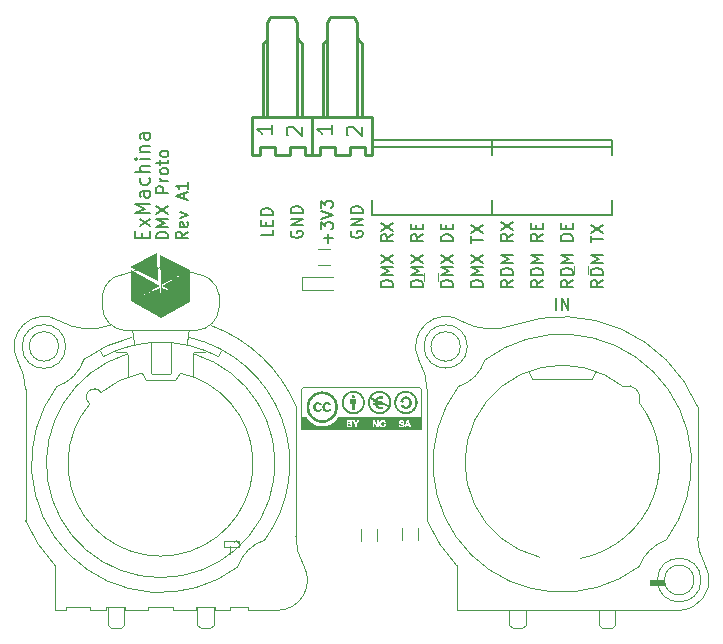
<source format=gto>
G04 #@! TF.FileFunction,Legend,Top*
%FSLAX46Y46*%
G04 Gerber Fmt 4.6, Leading zero omitted, Abs format (unit mm)*
G04 Created by KiCad (PCBNEW 4.0.6) date 08/02/17 17:45:47*
%MOMM*%
%LPD*%
G01*
G04 APERTURE LIST*
%ADD10C,0.100000*%
%ADD11C,0.150000*%
%ADD12C,0.066040*%
%ADD13C,0.101600*%
%ADD14C,0.120000*%
%ADD15C,0.254000*%
%ADD16C,0.001000*%
%ADD17C,0.177800*%
%ADD18C,0.127000*%
G04 APERTURE END LIST*
D10*
D11*
X133167381Y-74056905D02*
X132167381Y-74056905D01*
X132167381Y-73818810D01*
X132215000Y-73675952D01*
X132310238Y-73580714D01*
X132405476Y-73533095D01*
X132595952Y-73485476D01*
X132738810Y-73485476D01*
X132929286Y-73533095D01*
X133024524Y-73580714D01*
X133119762Y-73675952D01*
X133167381Y-73818810D01*
X133167381Y-74056905D01*
X133167381Y-73056905D02*
X132167381Y-73056905D01*
X132881667Y-72723571D01*
X132167381Y-72390238D01*
X133167381Y-72390238D01*
X132167381Y-72009286D02*
X133167381Y-71342619D01*
X132167381Y-71342619D02*
X133167381Y-72009286D01*
X133167381Y-69628333D02*
X132691190Y-69961667D01*
X133167381Y-70199762D02*
X132167381Y-70199762D01*
X132167381Y-69818809D01*
X132215000Y-69723571D01*
X132262619Y-69675952D01*
X132357857Y-69628333D01*
X132500714Y-69628333D01*
X132595952Y-69675952D01*
X132643571Y-69723571D01*
X132691190Y-69818809D01*
X132691190Y-70199762D01*
X132643571Y-69199762D02*
X132643571Y-68866428D01*
X133167381Y-68723571D02*
X133167381Y-69199762D01*
X132167381Y-69199762D01*
X132167381Y-68723571D01*
X125166429Y-70341905D02*
X125166429Y-69580000D01*
X125547381Y-69960952D02*
X124785476Y-69960952D01*
X124547381Y-69199048D02*
X124547381Y-68580000D01*
X124928333Y-68913334D01*
X124928333Y-68770476D01*
X124975952Y-68675238D01*
X125023571Y-68627619D01*
X125118810Y-68580000D01*
X125356905Y-68580000D01*
X125452143Y-68627619D01*
X125499762Y-68675238D01*
X125547381Y-68770476D01*
X125547381Y-69056191D01*
X125499762Y-69151429D01*
X125452143Y-69199048D01*
X124547381Y-68294286D02*
X125547381Y-67960953D01*
X124547381Y-67627619D01*
X124547381Y-67389524D02*
X124547381Y-66770476D01*
X124928333Y-67103810D01*
X124928333Y-66960952D01*
X124975952Y-66865714D01*
X125023571Y-66818095D01*
X125118810Y-66770476D01*
X125356905Y-66770476D01*
X125452143Y-66818095D01*
X125499762Y-66865714D01*
X125547381Y-66960952D01*
X125547381Y-67246667D01*
X125499762Y-67341905D01*
X125452143Y-67389524D01*
X110000000Y-74452381D02*
X110190477Y-74452381D01*
X110285715Y-74500000D01*
X110380953Y-74595238D01*
X110428572Y-74785714D01*
X110428572Y-75119048D01*
X110380953Y-75309524D01*
X110285715Y-75404762D01*
X110190477Y-75452381D01*
X110000000Y-75452381D01*
X109904762Y-75404762D01*
X109809524Y-75309524D01*
X109761905Y-75119048D01*
X109761905Y-74785714D01*
X109809524Y-74595238D01*
X109904762Y-74500000D01*
X110000000Y-74452381D01*
X110857143Y-74452381D02*
X110857143Y-75261905D01*
X110904762Y-75357143D01*
X110952381Y-75404762D01*
X111047619Y-75452381D01*
X111238096Y-75452381D01*
X111333334Y-75404762D01*
X111380953Y-75357143D01*
X111428572Y-75261905D01*
X111428572Y-74452381D01*
X111761905Y-74452381D02*
X112333334Y-74452381D01*
X112047619Y-75452381D02*
X112047619Y-74452381D01*
X144476191Y-76017381D02*
X144476191Y-75017381D01*
X144952381Y-76017381D02*
X144952381Y-75017381D01*
X145523810Y-76017381D01*
X145523810Y-75017381D01*
X140787381Y-73485476D02*
X140311190Y-73818810D01*
X140787381Y-74056905D02*
X139787381Y-74056905D01*
X139787381Y-73675952D01*
X139835000Y-73580714D01*
X139882619Y-73533095D01*
X139977857Y-73485476D01*
X140120714Y-73485476D01*
X140215952Y-73533095D01*
X140263571Y-73580714D01*
X140311190Y-73675952D01*
X140311190Y-74056905D01*
X140787381Y-73056905D02*
X139787381Y-73056905D01*
X139787381Y-72818810D01*
X139835000Y-72675952D01*
X139930238Y-72580714D01*
X140025476Y-72533095D01*
X140215952Y-72485476D01*
X140358810Y-72485476D01*
X140549286Y-72533095D01*
X140644524Y-72580714D01*
X140739762Y-72675952D01*
X140787381Y-72818810D01*
X140787381Y-73056905D01*
X140787381Y-72056905D02*
X139787381Y-72056905D01*
X140501667Y-71723571D01*
X139787381Y-71390238D01*
X140787381Y-71390238D01*
X140787381Y-69580714D02*
X140311190Y-69914048D01*
X140787381Y-70152143D02*
X139787381Y-70152143D01*
X139787381Y-69771190D01*
X139835000Y-69675952D01*
X139882619Y-69628333D01*
X139977857Y-69580714D01*
X140120714Y-69580714D01*
X140215952Y-69628333D01*
X140263571Y-69675952D01*
X140311190Y-69771190D01*
X140311190Y-70152143D01*
X139787381Y-69247381D02*
X140787381Y-68580714D01*
X139787381Y-68580714D02*
X140787381Y-69247381D01*
X143327381Y-73485476D02*
X142851190Y-73818810D01*
X143327381Y-74056905D02*
X142327381Y-74056905D01*
X142327381Y-73675952D01*
X142375000Y-73580714D01*
X142422619Y-73533095D01*
X142517857Y-73485476D01*
X142660714Y-73485476D01*
X142755952Y-73533095D01*
X142803571Y-73580714D01*
X142851190Y-73675952D01*
X142851190Y-74056905D01*
X143327381Y-73056905D02*
X142327381Y-73056905D01*
X142327381Y-72818810D01*
X142375000Y-72675952D01*
X142470238Y-72580714D01*
X142565476Y-72533095D01*
X142755952Y-72485476D01*
X142898810Y-72485476D01*
X143089286Y-72533095D01*
X143184524Y-72580714D01*
X143279762Y-72675952D01*
X143327381Y-72818810D01*
X143327381Y-73056905D01*
X143327381Y-72056905D02*
X142327381Y-72056905D01*
X143041667Y-71723571D01*
X142327381Y-71390238D01*
X143327381Y-71390238D01*
X143327381Y-69580714D02*
X142851190Y-69914048D01*
X143327381Y-70152143D02*
X142327381Y-70152143D01*
X142327381Y-69771190D01*
X142375000Y-69675952D01*
X142422619Y-69628333D01*
X142517857Y-69580714D01*
X142660714Y-69580714D01*
X142755952Y-69628333D01*
X142803571Y-69675952D01*
X142851190Y-69771190D01*
X142851190Y-70152143D01*
X142803571Y-69152143D02*
X142803571Y-68818809D01*
X143327381Y-68675952D02*
X143327381Y-69152143D01*
X142327381Y-69152143D01*
X142327381Y-68675952D01*
X145867381Y-73485476D02*
X145391190Y-73818810D01*
X145867381Y-74056905D02*
X144867381Y-74056905D01*
X144867381Y-73675952D01*
X144915000Y-73580714D01*
X144962619Y-73533095D01*
X145057857Y-73485476D01*
X145200714Y-73485476D01*
X145295952Y-73533095D01*
X145343571Y-73580714D01*
X145391190Y-73675952D01*
X145391190Y-74056905D01*
X145867381Y-73056905D02*
X144867381Y-73056905D01*
X144867381Y-72818810D01*
X144915000Y-72675952D01*
X145010238Y-72580714D01*
X145105476Y-72533095D01*
X145295952Y-72485476D01*
X145438810Y-72485476D01*
X145629286Y-72533095D01*
X145724524Y-72580714D01*
X145819762Y-72675952D01*
X145867381Y-72818810D01*
X145867381Y-73056905D01*
X145867381Y-72056905D02*
X144867381Y-72056905D01*
X145581667Y-71723571D01*
X144867381Y-71390238D01*
X145867381Y-71390238D01*
X145867381Y-70152143D02*
X144867381Y-70152143D01*
X144867381Y-69914048D01*
X144915000Y-69771190D01*
X145010238Y-69675952D01*
X145105476Y-69628333D01*
X145295952Y-69580714D01*
X145438810Y-69580714D01*
X145629286Y-69628333D01*
X145724524Y-69675952D01*
X145819762Y-69771190D01*
X145867381Y-69914048D01*
X145867381Y-70152143D01*
X145343571Y-69152143D02*
X145343571Y-68818809D01*
X145867381Y-68675952D02*
X145867381Y-69152143D01*
X144867381Y-69152143D01*
X144867381Y-68675952D01*
X148407381Y-73485476D02*
X147931190Y-73818810D01*
X148407381Y-74056905D02*
X147407381Y-74056905D01*
X147407381Y-73675952D01*
X147455000Y-73580714D01*
X147502619Y-73533095D01*
X147597857Y-73485476D01*
X147740714Y-73485476D01*
X147835952Y-73533095D01*
X147883571Y-73580714D01*
X147931190Y-73675952D01*
X147931190Y-74056905D01*
X148407381Y-73056905D02*
X147407381Y-73056905D01*
X147407381Y-72818810D01*
X147455000Y-72675952D01*
X147550238Y-72580714D01*
X147645476Y-72533095D01*
X147835952Y-72485476D01*
X147978810Y-72485476D01*
X148169286Y-72533095D01*
X148264524Y-72580714D01*
X148359762Y-72675952D01*
X148407381Y-72818810D01*
X148407381Y-73056905D01*
X148407381Y-72056905D02*
X147407381Y-72056905D01*
X148121667Y-71723571D01*
X147407381Y-71390238D01*
X148407381Y-71390238D01*
X147407381Y-70295000D02*
X147407381Y-69723571D01*
X148407381Y-70009286D02*
X147407381Y-70009286D01*
X147407381Y-69485476D02*
X148407381Y-68818809D01*
X147407381Y-68818809D02*
X148407381Y-69485476D01*
X138247381Y-74056905D02*
X137247381Y-74056905D01*
X137247381Y-73818810D01*
X137295000Y-73675952D01*
X137390238Y-73580714D01*
X137485476Y-73533095D01*
X137675952Y-73485476D01*
X137818810Y-73485476D01*
X138009286Y-73533095D01*
X138104524Y-73580714D01*
X138199762Y-73675952D01*
X138247381Y-73818810D01*
X138247381Y-74056905D01*
X138247381Y-73056905D02*
X137247381Y-73056905D01*
X137961667Y-72723571D01*
X137247381Y-72390238D01*
X138247381Y-72390238D01*
X137247381Y-72009286D02*
X138247381Y-71342619D01*
X137247381Y-71342619D02*
X138247381Y-72009286D01*
X137247381Y-70342619D02*
X137247381Y-69771190D01*
X138247381Y-70056905D02*
X137247381Y-70056905D01*
X137247381Y-69533095D02*
X138247381Y-68866428D01*
X137247381Y-68866428D02*
X138247381Y-69533095D01*
X135707381Y-74056905D02*
X134707381Y-74056905D01*
X134707381Y-73818810D01*
X134755000Y-73675952D01*
X134850238Y-73580714D01*
X134945476Y-73533095D01*
X135135952Y-73485476D01*
X135278810Y-73485476D01*
X135469286Y-73533095D01*
X135564524Y-73580714D01*
X135659762Y-73675952D01*
X135707381Y-73818810D01*
X135707381Y-74056905D01*
X135707381Y-73056905D02*
X134707381Y-73056905D01*
X135421667Y-72723571D01*
X134707381Y-72390238D01*
X135707381Y-72390238D01*
X134707381Y-72009286D02*
X135707381Y-71342619D01*
X134707381Y-71342619D02*
X135707381Y-72009286D01*
X135707381Y-70199762D02*
X134707381Y-70199762D01*
X134707381Y-69961667D01*
X134755000Y-69818809D01*
X134850238Y-69723571D01*
X134945476Y-69675952D01*
X135135952Y-69628333D01*
X135278810Y-69628333D01*
X135469286Y-69675952D01*
X135564524Y-69723571D01*
X135659762Y-69818809D01*
X135707381Y-69961667D01*
X135707381Y-70199762D01*
X135183571Y-69199762D02*
X135183571Y-68866428D01*
X135707381Y-68723571D02*
X135707381Y-69199762D01*
X134707381Y-69199762D01*
X134707381Y-68723571D01*
X130627381Y-74056905D02*
X129627381Y-74056905D01*
X129627381Y-73818810D01*
X129675000Y-73675952D01*
X129770238Y-73580714D01*
X129865476Y-73533095D01*
X130055952Y-73485476D01*
X130198810Y-73485476D01*
X130389286Y-73533095D01*
X130484524Y-73580714D01*
X130579762Y-73675952D01*
X130627381Y-73818810D01*
X130627381Y-74056905D01*
X130627381Y-73056905D02*
X129627381Y-73056905D01*
X130341667Y-72723571D01*
X129627381Y-72390238D01*
X130627381Y-72390238D01*
X129627381Y-72009286D02*
X130627381Y-71342619D01*
X129627381Y-71342619D02*
X130627381Y-72009286D01*
X130627381Y-69628333D02*
X130151190Y-69961667D01*
X130627381Y-70199762D02*
X129627381Y-70199762D01*
X129627381Y-69818809D01*
X129675000Y-69723571D01*
X129722619Y-69675952D01*
X129817857Y-69628333D01*
X129960714Y-69628333D01*
X130055952Y-69675952D01*
X130103571Y-69723571D01*
X130151190Y-69818809D01*
X130151190Y-70199762D01*
X129627381Y-69295000D02*
X130627381Y-68628333D01*
X129627381Y-68628333D02*
X130627381Y-69295000D01*
X120467381Y-69222857D02*
X120467381Y-69699048D01*
X119467381Y-69699048D01*
X119943571Y-68889524D02*
X119943571Y-68556190D01*
X120467381Y-68413333D02*
X120467381Y-68889524D01*
X119467381Y-68889524D01*
X119467381Y-68413333D01*
X120467381Y-67984762D02*
X119467381Y-67984762D01*
X119467381Y-67746667D01*
X119515000Y-67603809D01*
X119610238Y-67508571D01*
X119705476Y-67460952D01*
X119895952Y-67413333D01*
X120038810Y-67413333D01*
X120229286Y-67460952D01*
X120324524Y-67508571D01*
X120419762Y-67603809D01*
X120467381Y-67746667D01*
X120467381Y-67984762D01*
X127135000Y-69341904D02*
X127087381Y-69437142D01*
X127087381Y-69579999D01*
X127135000Y-69722857D01*
X127230238Y-69818095D01*
X127325476Y-69865714D01*
X127515952Y-69913333D01*
X127658810Y-69913333D01*
X127849286Y-69865714D01*
X127944524Y-69818095D01*
X128039762Y-69722857D01*
X128087381Y-69579999D01*
X128087381Y-69484761D01*
X128039762Y-69341904D01*
X127992143Y-69294285D01*
X127658810Y-69294285D01*
X127658810Y-69484761D01*
X128087381Y-68865714D02*
X127087381Y-68865714D01*
X128087381Y-68294285D01*
X127087381Y-68294285D01*
X128087381Y-67818095D02*
X127087381Y-67818095D01*
X127087381Y-67580000D01*
X127135000Y-67437142D01*
X127230238Y-67341904D01*
X127325476Y-67294285D01*
X127515952Y-67246666D01*
X127658810Y-67246666D01*
X127849286Y-67294285D01*
X127944524Y-67341904D01*
X128039762Y-67437142D01*
X128087381Y-67580000D01*
X128087381Y-67818095D01*
X122055000Y-69341904D02*
X122007381Y-69437142D01*
X122007381Y-69579999D01*
X122055000Y-69722857D01*
X122150238Y-69818095D01*
X122245476Y-69865714D01*
X122435952Y-69913333D01*
X122578810Y-69913333D01*
X122769286Y-69865714D01*
X122864524Y-69818095D01*
X122959762Y-69722857D01*
X123007381Y-69579999D01*
X123007381Y-69484761D01*
X122959762Y-69341904D01*
X122912143Y-69294285D01*
X122578810Y-69294285D01*
X122578810Y-69484761D01*
X123007381Y-68865714D02*
X122007381Y-68865714D01*
X123007381Y-68294285D01*
X122007381Y-68294285D01*
X123007381Y-67818095D02*
X122007381Y-67818095D01*
X122007381Y-67580000D01*
X122055000Y-67437142D01*
X122150238Y-67341904D01*
X122245476Y-67294285D01*
X122435952Y-67246666D01*
X122578810Y-67246666D01*
X122769286Y-67294285D01*
X122864524Y-67341904D01*
X122959762Y-67437142D01*
X123007381Y-67580000D01*
X123007381Y-67818095D01*
X111627381Y-69961905D02*
X110627381Y-69961905D01*
X110627381Y-69723810D01*
X110675000Y-69580952D01*
X110770238Y-69485714D01*
X110865476Y-69438095D01*
X111055952Y-69390476D01*
X111198810Y-69390476D01*
X111389286Y-69438095D01*
X111484524Y-69485714D01*
X111579762Y-69580952D01*
X111627381Y-69723810D01*
X111627381Y-69961905D01*
X111627381Y-68961905D02*
X110627381Y-68961905D01*
X111341667Y-68628571D01*
X110627381Y-68295238D01*
X111627381Y-68295238D01*
X110627381Y-67914286D02*
X111627381Y-67247619D01*
X110627381Y-67247619D02*
X111627381Y-67914286D01*
X111627381Y-66104762D02*
X110627381Y-66104762D01*
X110627381Y-65723809D01*
X110675000Y-65628571D01*
X110722619Y-65580952D01*
X110817857Y-65533333D01*
X110960714Y-65533333D01*
X111055952Y-65580952D01*
X111103571Y-65628571D01*
X111151190Y-65723809D01*
X111151190Y-66104762D01*
X111627381Y-65104762D02*
X110960714Y-65104762D01*
X111151190Y-65104762D02*
X111055952Y-65057143D01*
X111008333Y-65009524D01*
X110960714Y-64914286D01*
X110960714Y-64819047D01*
X111627381Y-64342857D02*
X111579762Y-64438095D01*
X111532143Y-64485714D01*
X111436905Y-64533333D01*
X111151190Y-64533333D01*
X111055952Y-64485714D01*
X111008333Y-64438095D01*
X110960714Y-64342857D01*
X110960714Y-64199999D01*
X111008333Y-64104761D01*
X111055952Y-64057142D01*
X111151190Y-64009523D01*
X111436905Y-64009523D01*
X111532143Y-64057142D01*
X111579762Y-64104761D01*
X111627381Y-64199999D01*
X111627381Y-64342857D01*
X110960714Y-63723809D02*
X110960714Y-63342857D01*
X110627381Y-63580952D02*
X111484524Y-63580952D01*
X111579762Y-63533333D01*
X111627381Y-63438095D01*
X111627381Y-63342857D01*
X111627381Y-62866666D02*
X111579762Y-62961904D01*
X111532143Y-63009523D01*
X111436905Y-63057142D01*
X111151190Y-63057142D01*
X111055952Y-63009523D01*
X111008333Y-62961904D01*
X110960714Y-62866666D01*
X110960714Y-62723808D01*
X111008333Y-62628570D01*
X111055952Y-62580951D01*
X111151190Y-62533332D01*
X111436905Y-62533332D01*
X111532143Y-62580951D01*
X111579762Y-62628570D01*
X111627381Y-62723808D01*
X111627381Y-62866666D01*
X113277381Y-69390476D02*
X112801190Y-69723810D01*
X113277381Y-69961905D02*
X112277381Y-69961905D01*
X112277381Y-69580952D01*
X112325000Y-69485714D01*
X112372619Y-69438095D01*
X112467857Y-69390476D01*
X112610714Y-69390476D01*
X112705952Y-69438095D01*
X112753571Y-69485714D01*
X112801190Y-69580952D01*
X112801190Y-69961905D01*
X113229762Y-68580952D02*
X113277381Y-68676190D01*
X113277381Y-68866667D01*
X113229762Y-68961905D01*
X113134524Y-69009524D01*
X112753571Y-69009524D01*
X112658333Y-68961905D01*
X112610714Y-68866667D01*
X112610714Y-68676190D01*
X112658333Y-68580952D01*
X112753571Y-68533333D01*
X112848810Y-68533333D01*
X112944048Y-69009524D01*
X112610714Y-68200000D02*
X113277381Y-67961905D01*
X112610714Y-67723809D01*
X112991667Y-66628571D02*
X112991667Y-66152380D01*
X113277381Y-66723809D02*
X112277381Y-66390476D01*
X113277381Y-66057142D01*
X113277381Y-65199999D02*
X113277381Y-65771428D01*
X113277381Y-65485714D02*
X112277381Y-65485714D01*
X112420238Y-65580952D01*
X112515476Y-65676190D01*
X112563095Y-65771428D01*
D12*
X116349240Y-96048500D02*
X117598920Y-96048500D01*
X117598920Y-96048500D02*
X117598920Y-95548120D01*
X116349240Y-95548120D02*
X117598920Y-95548120D01*
X116349240Y-96048500D02*
X116349240Y-95548120D01*
D13*
X102051580Y-101448540D02*
X102950740Y-101448540D01*
X102950740Y-101448540D02*
X102950740Y-101148820D01*
X102950740Y-101148820D02*
X105051320Y-101148820D01*
X105051320Y-101148820D02*
X105051320Y-101448540D01*
X105051320Y-101448540D02*
X106400060Y-101448540D01*
X106400060Y-101448540D02*
X106400060Y-101148820D01*
X106400060Y-101148820D02*
X108000260Y-101148820D01*
X108000260Y-101148820D02*
X108000260Y-101448540D01*
X108000260Y-101448540D02*
X109950980Y-101448540D01*
X109950980Y-101448540D02*
X109950980Y-101148820D01*
X109950980Y-101148820D02*
X112049020Y-101148820D01*
X112049020Y-101148820D02*
X112049020Y-101448540D01*
X112049020Y-101448540D02*
X113999740Y-101448540D01*
X113999740Y-101448540D02*
X113999740Y-101148820D01*
X113999740Y-101148820D02*
X115599940Y-101148820D01*
X115599940Y-101148820D02*
X115599940Y-101448540D01*
X115599940Y-101448540D02*
X116849620Y-101448540D01*
X116849620Y-101448540D02*
X116849620Y-101148820D01*
X116849620Y-101148820D02*
X118348220Y-101148820D01*
X118348220Y-101148820D02*
X118348220Y-101448540D01*
X118348220Y-101448540D02*
X120898380Y-101448540D01*
X122447780Y-95197600D02*
X122447780Y-84151140D01*
X115947920Y-75802160D02*
X115947920Y-74750600D01*
X106052080Y-74951260D02*
X106052080Y-75802160D01*
X107952000Y-77750340D02*
X113999740Y-77750340D01*
X113247900Y-79000020D02*
X113349500Y-78001800D01*
X108752100Y-79000020D02*
X108650500Y-77951000D01*
X110151640Y-78801900D02*
X110151640Y-81352060D01*
X110151640Y-81352060D02*
X110250700Y-81400320D01*
X110250700Y-81400320D02*
X111749300Y-81400320D01*
X111749300Y-81400320D02*
X111848360Y-81352060D01*
X111848360Y-81352060D02*
X111848360Y-78801900D01*
X109402340Y-81352060D02*
X109750320Y-81951500D01*
X109750320Y-81951500D02*
X112249680Y-81951500D01*
X112249680Y-81951500D02*
X112597660Y-81352060D01*
X102051580Y-97648700D02*
X102051580Y-101448540D01*
X99552220Y-93848860D02*
X99552220Y-82751600D01*
X116097780Y-79452140D02*
X115848860Y-79952520D01*
X106151140Y-79952520D02*
X105851420Y-79452140D01*
X107200160Y-79602000D02*
X108000260Y-79602000D01*
X108251720Y-79850920D02*
X108251720Y-81651780D01*
X114749040Y-79602000D02*
X113999740Y-79602000D01*
X113748280Y-79850920D02*
X113748280Y-81651780D01*
X116849620Y-96698740D02*
X116849620Y-95997700D01*
X117197600Y-95649720D02*
X117350000Y-95499860D01*
X117350000Y-95499860D02*
X117697980Y-95898640D01*
X106501660Y-101199620D02*
X106501660Y-102649960D01*
X106501660Y-102649960D02*
X106801380Y-102949680D01*
X106801380Y-102949680D02*
X107601480Y-102949680D01*
X107601480Y-102949680D02*
X107901200Y-102649960D01*
X107901200Y-102649960D02*
X107901200Y-101199620D01*
X114098800Y-101199620D02*
X114098800Y-102649960D01*
X114098800Y-102649960D02*
X114398520Y-102949680D01*
X114398520Y-102949680D02*
X115198620Y-102949680D01*
X115198620Y-102949680D02*
X115498340Y-102649960D01*
X115498340Y-102649960D02*
X115498340Y-101199620D01*
X102955820Y-79111780D02*
G75*
G03X102955820Y-79111780I-1846580J0D01*
G01*
X102353840Y-79104160D02*
G75*
G03X102353840Y-79104160I-1244600J0D01*
G01*
X120902839Y-101446383D02*
G75*
G03X123098020Y-97648700I-29859J2550543D01*
G01*
X122447991Y-95202623D02*
G75*
G03X123098020Y-97648700I5003589J20263D01*
G01*
X122442268Y-84135801D02*
G75*
G03X115297680Y-77351560I-11467668J-4922619D01*
G01*
X113999783Y-77752763D02*
G75*
G03X115947920Y-75802160I-94023J2042043D01*
G01*
X115947898Y-74749233D02*
G75*
G03X115147820Y-73401860I-2092938J-331567D01*
G01*
X115146864Y-73399267D02*
G75*
G03X114698240Y-73150400I-1223324J-1676453D01*
G01*
X114687695Y-73147685D02*
G75*
G03X111000000Y-72451900I-3641975J-9182275D01*
G01*
X110995937Y-72451271D02*
G75*
G03X107050300Y-73252000I-13717J-10053949D01*
G01*
X107051791Y-73252075D02*
G75*
G03X106052080Y-74951260I1078009J-1777925D01*
G01*
X106054082Y-75803696D02*
G75*
G03X107952000Y-77750340I2045238J95516D01*
G01*
X113448963Y-77802742D02*
G75*
G03X113349500Y-78001800I149457J-199058D01*
G01*
X108651932Y-77951171D02*
G75*
G03X108551440Y-77801140I-275752J-76029D01*
G01*
X104996352Y-83962530D02*
G75*
G03X112597660Y-81352060I5985868J-5057790D01*
G01*
X105949253Y-82998694D02*
G75*
G03X105000520Y-83950480I-567733J-382826D01*
G01*
X109393687Y-81352365D02*
G75*
G03X105950480Y-83000520I1499633J-7553655D01*
G01*
X108545722Y-78351975D02*
G75*
G03X104500140Y-80201440I2365378J-10523565D01*
G01*
X102200141Y-82500562D02*
G75*
G03X104500140Y-80201440I-1106141J3406562D01*
G01*
X102196127Y-82507333D02*
G75*
G03X117499860Y-97798560I8801333J-6495207D01*
G01*
X119797243Y-95500290D02*
G75*
G03X117499860Y-97798560I1116377J-3413330D01*
G01*
X119809503Y-95481690D02*
G75*
G03X113448560Y-78352320I-8817123J6471530D01*
G01*
X99558081Y-93862559D02*
G75*
G03X102051580Y-97648700I12206459J5324839D01*
G01*
X99552118Y-82747733D02*
G75*
G03X98901980Y-80351300I-5008778J-72447D01*
G01*
X102448762Y-76946859D02*
G75*
G03X98901980Y-80351300I-1326822J-2167461D01*
G01*
X102455897Y-76952420D02*
G75*
G03X106750580Y-77300760I2514143J4348120D01*
G01*
X115844465Y-79950198D02*
G75*
G03X106151140Y-79952520I-4844465J-9174262D01*
G01*
X108249180Y-79850920D02*
G75*
G03X108000260Y-79602000I-248920J0D01*
G01*
X113999740Y-79599460D02*
G75*
G03X113748280Y-79850920I0J-251460D01*
G01*
X108142713Y-79754146D02*
G75*
G03X113849880Y-79751860I2857287J-9245854D01*
G01*
X136950800Y-79106600D02*
G75*
G03X136950800Y-79106600I-1829900J0D01*
G01*
X136369700Y-79106600D02*
G75*
G03X136369700Y-79106600I-1248800J0D01*
G01*
X156740500Y-98884200D02*
G75*
G03X156740500Y-98884200I-1845900J0D01*
G01*
X156150200Y-98884200D02*
G75*
G03X156150200Y-98884200I-1255600J0D01*
G01*
X136050000Y-97650000D02*
X136050000Y-101450000D01*
X136050000Y-101450000D02*
X154900000Y-101450000D01*
X148100000Y-101500000D02*
X148100000Y-102650000D01*
X148100000Y-102650000D02*
X148400000Y-102950000D01*
X148400000Y-102950000D02*
X149200000Y-102950000D01*
X149200000Y-102950000D02*
X149500000Y-102650000D01*
X149500000Y-102650000D02*
X149500000Y-101500000D01*
X156050000Y-101150000D02*
G75*
G02X154900000Y-101450000I-1247183J2426700D01*
G01*
X157050001Y-97499999D02*
G75*
G02X156050000Y-101150000I-2187201J-1362754D01*
G01*
X156450000Y-95250000D02*
G75*
G03X157050000Y-97500000I4552700J9054D01*
G01*
X156450000Y-95250000D02*
X156450000Y-84200000D01*
X140850000Y-77300000D02*
G75*
G02X156450000Y-84200000I4146937J-11709100D01*
G01*
X136550000Y-77000000D02*
G75*
G03X140850000Y-77300000I2476798J4534100D01*
G01*
X132850001Y-80250000D02*
G75*
G02X136550000Y-77000000I2280493J1134900D01*
G01*
X133550000Y-82750000D02*
G75*
G03X132850000Y-80250000I-4991899J-49732D01*
G01*
X133550000Y-82750000D02*
X133550000Y-93850000D01*
X136049999Y-97650000D02*
G75*
G02X133550000Y-93850000I9780200J9156710D01*
G01*
X140500000Y-101500000D02*
X140500000Y-102650000D01*
X140500000Y-102650000D02*
X140800000Y-102950000D01*
X140800000Y-102950000D02*
X141600000Y-102950000D01*
X141600000Y-102950000D02*
X141900000Y-102650000D01*
X141900000Y-102650000D02*
X141900000Y-101500000D01*
X138450000Y-80250001D02*
G75*
G02X136200000Y-82500000I-3288599J1038600D01*
G01*
X153799998Y-95499998D02*
G75*
G03X138450000Y-80250000I-8797538J6495099D01*
G01*
X151500000Y-97750000D02*
G75*
G02X153800000Y-95500000I3582445J-1361500D01*
G01*
X136200002Y-82500002D02*
G75*
G03X151500000Y-97750000I8774113J-6497199D01*
G01*
X151500000Y-83850000D02*
G75*
G03X150150000Y-82500000I-972500J377500D01*
G01*
X146550002Y-97050000D02*
G75*
G03X151500000Y-83850000I-1572401J8117774D01*
G01*
X150149998Y-82500001D02*
G75*
G03X143100000Y-96950000I-5149599J-6432375D01*
G01*
X142200000Y-81300000D02*
X142400000Y-81900000D01*
X142400000Y-81900000D02*
X147550000Y-81900000D01*
X147550000Y-81900000D02*
X147800000Y-81250000D01*
D10*
G36*
X152400000Y-99400000D02*
X153700000Y-99400000D01*
X153700000Y-98900000D01*
X152400000Y-98900000D01*
X152400000Y-99400000D01*
G37*
D14*
X134458000Y-72896000D02*
X134458000Y-73596000D01*
X133258000Y-73596000D02*
X133258000Y-72896000D01*
D15*
X123825000Y-59690000D02*
X123825000Y-62865000D01*
X123825000Y-62865000D02*
X124460000Y-62865000D01*
X124460000Y-62865000D02*
X124460000Y-62230000D01*
X124460000Y-62230000D02*
X125730000Y-62230000D01*
X125730000Y-62230000D02*
X125730000Y-62865000D01*
X125730000Y-62865000D02*
X127000000Y-62865000D01*
X127000000Y-62865000D02*
X127000000Y-62230000D01*
X127000000Y-62230000D02*
X128270000Y-62230000D01*
X128270000Y-62230000D02*
X128270000Y-62865000D01*
X128270000Y-62865000D02*
X128905000Y-62865000D01*
X128905000Y-62865000D02*
X128905000Y-59690000D01*
X128905000Y-59690000D02*
X128016000Y-59690000D01*
X128016000Y-59690000D02*
X127635000Y-59690000D01*
X127635000Y-59690000D02*
X125095000Y-59690000D01*
X125095000Y-59690000D02*
X124714000Y-59690000D01*
X124714000Y-59690000D02*
X123825000Y-59690000D01*
X125095000Y-59690000D02*
X125095000Y-51689000D01*
X125095000Y-51689000D02*
X125349000Y-51181000D01*
X125349000Y-51181000D02*
X127381000Y-51181000D01*
X127635000Y-59690000D02*
X127635000Y-51689000D01*
X127635000Y-51689000D02*
X127381000Y-51181000D01*
X128016000Y-59690000D02*
X128016000Y-53467000D01*
X128016000Y-53467000D02*
X127685800Y-53111400D01*
X124714000Y-59690000D02*
X124714000Y-53467000D01*
X124714000Y-53467000D02*
X125044200Y-53111400D01*
D11*
X149225000Y-62230000D02*
X139065000Y-62230000D01*
X149225000Y-66675000D02*
X149225000Y-67945000D01*
X139065000Y-62865000D02*
X139065000Y-61595000D01*
X139065000Y-61595000D02*
X149225000Y-61595000D01*
X149225000Y-61595000D02*
X149225000Y-62865000D01*
X149225000Y-67945000D02*
X139065000Y-67945000D01*
X139065000Y-67945000D02*
X139065000Y-66675000D01*
D14*
X147158000Y-72294000D02*
X147158000Y-72994000D01*
X145958000Y-72994000D02*
X145958000Y-72294000D01*
X123000000Y-73250000D02*
X123000000Y-74350000D01*
X123000000Y-74350000D02*
X125600000Y-74350000D01*
X123000000Y-73250000D02*
X125600000Y-73250000D01*
D11*
X139065000Y-62230000D02*
X128905000Y-62230000D01*
X139065000Y-66675000D02*
X139065000Y-67945000D01*
X128905000Y-62865000D02*
X128905000Y-61595000D01*
X128905000Y-61595000D02*
X139065000Y-61595000D01*
X139065000Y-61595000D02*
X139065000Y-62865000D01*
X139065000Y-67945000D02*
X128905000Y-67945000D01*
X128905000Y-67945000D02*
X128905000Y-66675000D01*
D15*
X118745000Y-59690000D02*
X118745000Y-62865000D01*
X118745000Y-62865000D02*
X119380000Y-62865000D01*
X119380000Y-62865000D02*
X119380000Y-62230000D01*
X119380000Y-62230000D02*
X120650000Y-62230000D01*
X120650000Y-62230000D02*
X120650000Y-62865000D01*
X120650000Y-62865000D02*
X121920000Y-62865000D01*
X121920000Y-62865000D02*
X121920000Y-62230000D01*
X121920000Y-62230000D02*
X123190000Y-62230000D01*
X123190000Y-62230000D02*
X123190000Y-62865000D01*
X123190000Y-62865000D02*
X123825000Y-62865000D01*
X123825000Y-62865000D02*
X123825000Y-59690000D01*
X123825000Y-59690000D02*
X122936000Y-59690000D01*
X122936000Y-59690000D02*
X122555000Y-59690000D01*
X122555000Y-59690000D02*
X120015000Y-59690000D01*
X120015000Y-59690000D02*
X119634000Y-59690000D01*
X119634000Y-59690000D02*
X118745000Y-59690000D01*
X120015000Y-59690000D02*
X120015000Y-51689000D01*
X120015000Y-51689000D02*
X120269000Y-51181000D01*
X120269000Y-51181000D02*
X122301000Y-51181000D01*
X122555000Y-59690000D02*
X122555000Y-51689000D01*
X122555000Y-51689000D02*
X122301000Y-51181000D01*
X122936000Y-59690000D02*
X122936000Y-53467000D01*
X122936000Y-53467000D02*
X122605800Y-53111400D01*
X119634000Y-59690000D02*
X119634000Y-53467000D01*
X119634000Y-53467000D02*
X119964200Y-53111400D01*
D14*
X129331000Y-94539000D02*
X129331000Y-95539000D01*
X127971000Y-95539000D02*
X127971000Y-94539000D01*
X131400000Y-95496000D02*
X131400000Y-94496000D01*
X132760000Y-94496000D02*
X132760000Y-95496000D01*
X124350000Y-70820000D02*
X125350000Y-70820000D01*
X125350000Y-72180000D02*
X124350000Y-72180000D01*
D16*
X111000000Y-75000000D02*
X111000000Y-73000000D01*
D10*
G36*
X110972059Y-71348241D02*
X113461259Y-72661419D01*
X113453641Y-75330959D01*
X110982219Y-76684781D01*
X108487941Y-75287781D01*
X108498100Y-72661419D01*
X110898400Y-73974600D01*
X108487937Y-75287778D01*
X110933959Y-74124459D01*
X110966981Y-76062481D01*
X111083819Y-74121919D01*
X112021078Y-74535941D01*
X111121919Y-74010156D01*
X113458725Y-72661416D01*
X111048259Y-73898400D01*
X110972059Y-71348241D01*
G37*
G36*
X108421900Y-72361700D02*
X110748541Y-73598681D01*
X110672341Y-71160278D01*
X108421900Y-72361700D01*
G37*
G36*
X122912700Y-86162700D02*
X133098100Y-86162700D01*
X133098100Y-86137300D01*
X122912700Y-86137300D01*
X122912700Y-86162700D01*
G37*
G36*
X122887300Y-86137300D02*
X133123500Y-86137300D01*
X133123500Y-86111900D01*
X122887300Y-86111900D01*
X122887300Y-86137300D01*
G37*
G36*
X122887300Y-86111900D02*
X133123500Y-86111900D01*
X133123500Y-86086500D01*
X122887300Y-86086500D01*
X122887300Y-86111900D01*
G37*
G36*
X122887300Y-86086500D02*
X133123500Y-86086500D01*
X133123500Y-86061100D01*
X122887300Y-86061100D01*
X122887300Y-86086500D01*
G37*
G36*
X122887300Y-86061100D02*
X133123500Y-86061100D01*
X133123500Y-86035700D01*
X122887300Y-86035700D01*
X122887300Y-86061100D01*
G37*
G36*
X122887300Y-86035700D02*
X133123500Y-86035700D01*
X133123500Y-86010300D01*
X122887300Y-86010300D01*
X122887300Y-86035700D01*
G37*
G36*
X122887300Y-86010300D02*
X133123500Y-86010300D01*
X133123500Y-85984900D01*
X122887300Y-85984900D01*
X122887300Y-86010300D01*
G37*
G36*
X122887300Y-85984900D02*
X133123500Y-85984900D01*
X133123500Y-85959500D01*
X122887300Y-85959500D01*
X122887300Y-85984900D01*
G37*
G36*
X122887300Y-85959500D02*
X126748100Y-85959500D01*
X126748100Y-85934100D01*
X122887300Y-85934100D01*
X122887300Y-85959500D01*
G37*
G36*
X127103700Y-85959500D02*
X127433900Y-85959500D01*
X127433900Y-85934100D01*
X127103700Y-85934100D01*
X127103700Y-85959500D01*
G37*
G36*
X127586300Y-85959500D02*
X128932500Y-85959500D01*
X128932500Y-85934100D01*
X127586300Y-85934100D01*
X127586300Y-85959500D01*
G37*
G36*
X129084900Y-85959500D02*
X129288100Y-85959500D01*
X129288100Y-85934100D01*
X129084900Y-85934100D01*
X129084900Y-85959500D01*
G37*
G36*
X129440500Y-85959500D02*
X129669100Y-85959500D01*
X129669100Y-85934100D01*
X129440500Y-85934100D01*
X129440500Y-85959500D01*
G37*
G36*
X129897700Y-85959500D02*
X131269300Y-85959500D01*
X131269300Y-85934100D01*
X129897700Y-85934100D01*
X129897700Y-85959500D01*
G37*
G36*
X131523300Y-85959500D02*
X131624900Y-85959500D01*
X131624900Y-85934100D01*
X131523300Y-85934100D01*
X131523300Y-85959500D01*
G37*
G36*
X131777300Y-85959500D02*
X132056700Y-85959500D01*
X132056700Y-85934100D01*
X131777300Y-85934100D01*
X131777300Y-85959500D01*
G37*
G36*
X132209100Y-85959500D02*
X133123500Y-85959500D01*
X133123500Y-85934100D01*
X132209100Y-85934100D01*
X132209100Y-85959500D01*
G37*
G36*
X122887300Y-85934100D02*
X126748100Y-85934100D01*
X126748100Y-85908700D01*
X122887300Y-85908700D01*
X122887300Y-85934100D01*
G37*
G36*
X127154500Y-85934100D02*
X127433900Y-85934100D01*
X127433900Y-85908700D01*
X127154500Y-85908700D01*
X127154500Y-85934100D01*
G37*
G36*
X127586300Y-85934100D02*
X128932500Y-85934100D01*
X128932500Y-85908700D01*
X127586300Y-85908700D01*
X127586300Y-85934100D01*
G37*
G36*
X129084900Y-85934100D02*
X129262700Y-85934100D01*
X129262700Y-85908700D01*
X129084900Y-85908700D01*
X129084900Y-85934100D01*
G37*
G36*
X129440500Y-85934100D02*
X129618300Y-85934100D01*
X129618300Y-85908700D01*
X129440500Y-85908700D01*
X129440500Y-85934100D01*
G37*
G36*
X129948500Y-85934100D02*
X131218500Y-85934100D01*
X131218500Y-85908700D01*
X129948500Y-85908700D01*
X129948500Y-85934100D01*
G37*
G36*
X131574100Y-85934100D02*
X131624900Y-85934100D01*
X131624900Y-85908700D01*
X131574100Y-85908700D01*
X131574100Y-85934100D01*
G37*
G36*
X131802700Y-85934100D02*
X132031300Y-85934100D01*
X132031300Y-85908700D01*
X131802700Y-85908700D01*
X131802700Y-85934100D01*
G37*
G36*
X132209100Y-85934100D02*
X133123500Y-85934100D01*
X133123500Y-85908700D01*
X132209100Y-85908700D01*
X132209100Y-85934100D01*
G37*
G36*
X122887300Y-85908700D02*
X126748100Y-85908700D01*
X126748100Y-85883300D01*
X122887300Y-85883300D01*
X122887300Y-85908700D01*
G37*
G36*
X127205300Y-85908700D02*
X127433900Y-85908700D01*
X127433900Y-85883300D01*
X127205300Y-85883300D01*
X127205300Y-85908700D01*
G37*
G36*
X127586300Y-85908700D02*
X128932500Y-85908700D01*
X128932500Y-85883300D01*
X127586300Y-85883300D01*
X127586300Y-85908700D01*
G37*
G36*
X129084900Y-85908700D02*
X129262700Y-85908700D01*
X129262700Y-85883300D01*
X129084900Y-85883300D01*
X129084900Y-85908700D01*
G37*
G36*
X129440500Y-85908700D02*
X129592900Y-85908700D01*
X129592900Y-85883300D01*
X129440500Y-85883300D01*
X129440500Y-85908700D01*
G37*
G36*
X129973900Y-85908700D02*
X131193100Y-85908700D01*
X131193100Y-85883300D01*
X129973900Y-85883300D01*
X129973900Y-85908700D01*
G37*
G36*
X131599500Y-85908700D02*
X131650300Y-85908700D01*
X131650300Y-85883300D01*
X131599500Y-85883300D01*
X131599500Y-85908700D01*
G37*
G36*
X131802700Y-85908700D02*
X132031300Y-85908700D01*
X132031300Y-85883300D01*
X131802700Y-85883300D01*
X131802700Y-85908700D01*
G37*
G36*
X132209100Y-85908700D02*
X133123500Y-85908700D01*
X133123500Y-85883300D01*
X132209100Y-85883300D01*
X132209100Y-85908700D01*
G37*
G36*
X122887300Y-85883300D02*
X124462100Y-85883300D01*
X124462100Y-85857900D01*
X122887300Y-85857900D01*
X122887300Y-85883300D01*
G37*
G36*
X124893900Y-85883300D02*
X126748100Y-85883300D01*
X126748100Y-85857900D01*
X124893900Y-85857900D01*
X124893900Y-85883300D01*
G37*
G36*
X127205300Y-85883300D02*
X127433900Y-85883300D01*
X127433900Y-85857900D01*
X127205300Y-85857900D01*
X127205300Y-85883300D01*
G37*
G36*
X127586300Y-85883300D02*
X128932500Y-85883300D01*
X128932500Y-85857900D01*
X127586300Y-85857900D01*
X127586300Y-85883300D01*
G37*
G36*
X129084900Y-85883300D02*
X129237300Y-85883300D01*
X129237300Y-85857900D01*
X129084900Y-85857900D01*
X129084900Y-85883300D01*
G37*
G36*
X129440500Y-85883300D02*
X129567500Y-85883300D01*
X129567500Y-85857900D01*
X129440500Y-85857900D01*
X129440500Y-85883300D01*
G37*
G36*
X129999300Y-85883300D02*
X131167700Y-85883300D01*
X131167700Y-85857900D01*
X129999300Y-85857900D01*
X129999300Y-85883300D01*
G37*
G36*
X131624900Y-85883300D02*
X131650300Y-85883300D01*
X131650300Y-85857900D01*
X131624900Y-85857900D01*
X131624900Y-85883300D01*
G37*
G36*
X131802700Y-85883300D02*
X132031300Y-85883300D01*
X132031300Y-85857900D01*
X131802700Y-85857900D01*
X131802700Y-85883300D01*
G37*
G36*
X132183700Y-85883300D02*
X133123500Y-85883300D01*
X133123500Y-85857900D01*
X132183700Y-85857900D01*
X132183700Y-85883300D01*
G37*
G36*
X122887300Y-85857900D02*
X124309700Y-85857900D01*
X124309700Y-85832500D01*
X122887300Y-85832500D01*
X122887300Y-85857900D01*
G37*
G36*
X125020900Y-85857900D02*
X126748100Y-85857900D01*
X126748100Y-85832500D01*
X125020900Y-85832500D01*
X125020900Y-85857900D01*
G37*
G36*
X127230700Y-85857900D02*
X127433900Y-85857900D01*
X127433900Y-85832500D01*
X127230700Y-85832500D01*
X127230700Y-85857900D01*
G37*
G36*
X127586300Y-85857900D02*
X128932500Y-85857900D01*
X128932500Y-85832500D01*
X127586300Y-85832500D01*
X127586300Y-85857900D01*
G37*
G36*
X129084900Y-85857900D02*
X129211900Y-85857900D01*
X129211900Y-85832500D01*
X129084900Y-85832500D01*
X129084900Y-85857900D01*
G37*
G36*
X129440500Y-85857900D02*
X129542100Y-85857900D01*
X129542100Y-85832500D01*
X129440500Y-85832500D01*
X129440500Y-85857900D01*
G37*
G36*
X130024700Y-85857900D02*
X131167700Y-85857900D01*
X131167700Y-85832500D01*
X130024700Y-85832500D01*
X130024700Y-85857900D01*
G37*
G36*
X131624900Y-85857900D02*
X131650300Y-85857900D01*
X131650300Y-85832500D01*
X131624900Y-85832500D01*
X131624900Y-85857900D01*
G37*
G36*
X131828100Y-85857900D02*
X132005900Y-85857900D01*
X132005900Y-85832500D01*
X131828100Y-85832500D01*
X131828100Y-85857900D01*
G37*
G36*
X132183700Y-85857900D02*
X133123500Y-85857900D01*
X133123500Y-85832500D01*
X132183700Y-85832500D01*
X132183700Y-85857900D01*
G37*
G36*
X122887300Y-85832500D02*
X124233500Y-85832500D01*
X124233500Y-85807100D01*
X122887300Y-85807100D01*
X122887300Y-85832500D01*
G37*
G36*
X125122500Y-85832500D02*
X126748100Y-85832500D01*
X126748100Y-85807100D01*
X125122500Y-85807100D01*
X125122500Y-85832500D01*
G37*
G36*
X126875100Y-85832500D02*
X127052900Y-85832500D01*
X127052900Y-85807100D01*
X126875100Y-85807100D01*
X126875100Y-85832500D01*
G37*
G36*
X127230700Y-85832500D02*
X127433900Y-85832500D01*
X127433900Y-85807100D01*
X127230700Y-85807100D01*
X127230700Y-85832500D01*
G37*
G36*
X127586300Y-85832500D02*
X128932500Y-85832500D01*
X128932500Y-85807100D01*
X127586300Y-85807100D01*
X127586300Y-85832500D01*
G37*
G36*
X129084900Y-85832500D02*
X129211900Y-85832500D01*
X129211900Y-85807100D01*
X129084900Y-85807100D01*
X129084900Y-85832500D01*
G37*
G36*
X129440500Y-85832500D02*
X129542100Y-85832500D01*
X129542100Y-85807100D01*
X129440500Y-85807100D01*
X129440500Y-85832500D01*
G37*
G36*
X129719900Y-85832500D02*
X129846900Y-85832500D01*
X129846900Y-85807100D01*
X129719900Y-85807100D01*
X129719900Y-85832500D01*
G37*
G36*
X130024700Y-85832500D02*
X131142300Y-85832500D01*
X131142300Y-85807100D01*
X130024700Y-85807100D01*
X130024700Y-85832500D01*
G37*
G36*
X131320100Y-85832500D02*
X131472500Y-85832500D01*
X131472500Y-85807100D01*
X131320100Y-85807100D01*
X131320100Y-85832500D01*
G37*
G36*
X131650300Y-85832500D02*
X131675700Y-85832500D01*
X131675700Y-85807100D01*
X131650300Y-85807100D01*
X131650300Y-85832500D01*
G37*
G36*
X132158300Y-85832500D02*
X133123500Y-85832500D01*
X133123500Y-85807100D01*
X132158300Y-85807100D01*
X132158300Y-85832500D01*
G37*
G36*
X122887300Y-85807100D02*
X124157300Y-85807100D01*
X124157300Y-85781700D01*
X122887300Y-85781700D01*
X122887300Y-85807100D01*
G37*
G36*
X125198700Y-85807100D02*
X126748100Y-85807100D01*
X126748100Y-85781700D01*
X125198700Y-85781700D01*
X125198700Y-85807100D01*
G37*
G36*
X126875100Y-85807100D02*
X127078300Y-85807100D01*
X127078300Y-85781700D01*
X126875100Y-85781700D01*
X126875100Y-85807100D01*
G37*
G36*
X127230700Y-85807100D02*
X127433900Y-85807100D01*
X127433900Y-85781700D01*
X127230700Y-85781700D01*
X127230700Y-85807100D01*
G37*
G36*
X127586300Y-85807100D02*
X128932500Y-85807100D01*
X128932500Y-85781700D01*
X127586300Y-85781700D01*
X127586300Y-85807100D01*
G37*
G36*
X129084900Y-85807100D02*
X129186500Y-85807100D01*
X129186500Y-85781700D01*
X129084900Y-85781700D01*
X129084900Y-85807100D01*
G37*
G36*
X129440500Y-85807100D02*
X129516700Y-85807100D01*
X129516700Y-85781700D01*
X129440500Y-85781700D01*
X129440500Y-85807100D01*
G37*
G36*
X129694500Y-85807100D02*
X129872300Y-85807100D01*
X129872300Y-85781700D01*
X129694500Y-85781700D01*
X129694500Y-85807100D01*
G37*
G36*
X130050100Y-85807100D02*
X131142300Y-85807100D01*
X131142300Y-85781700D01*
X130050100Y-85781700D01*
X130050100Y-85807100D01*
G37*
G36*
X131294700Y-85807100D02*
X131497900Y-85807100D01*
X131497900Y-85781700D01*
X131294700Y-85781700D01*
X131294700Y-85807100D01*
G37*
G36*
X131650300Y-85807100D02*
X131675700Y-85807100D01*
X131675700Y-85781700D01*
X131650300Y-85781700D01*
X131650300Y-85807100D01*
G37*
G36*
X132158300Y-85807100D02*
X133123500Y-85807100D01*
X133123500Y-85781700D01*
X132158300Y-85781700D01*
X132158300Y-85807100D01*
G37*
G36*
X122887300Y-85781700D02*
X124081100Y-85781700D01*
X124081100Y-85756300D01*
X122887300Y-85756300D01*
X122887300Y-85781700D01*
G37*
G36*
X125249500Y-85781700D02*
X126748100Y-85781700D01*
X126748100Y-85756300D01*
X125249500Y-85756300D01*
X125249500Y-85781700D01*
G37*
G36*
X126875100Y-85781700D02*
X127078300Y-85781700D01*
X127078300Y-85756300D01*
X126875100Y-85756300D01*
X126875100Y-85781700D01*
G37*
G36*
X127230700Y-85781700D02*
X127433900Y-85781700D01*
X127433900Y-85756300D01*
X127230700Y-85756300D01*
X127230700Y-85781700D01*
G37*
G36*
X127586300Y-85781700D02*
X128932500Y-85781700D01*
X128932500Y-85756300D01*
X127586300Y-85756300D01*
X127586300Y-85781700D01*
G37*
G36*
X129084900Y-85781700D02*
X129186500Y-85781700D01*
X129186500Y-85756300D01*
X129084900Y-85756300D01*
X129084900Y-85781700D01*
G37*
G36*
X129440500Y-85781700D02*
X129516700Y-85781700D01*
X129516700Y-85756300D01*
X129440500Y-85756300D01*
X129440500Y-85781700D01*
G37*
G36*
X129669100Y-85781700D02*
X129897700Y-85781700D01*
X129897700Y-85756300D01*
X129669100Y-85756300D01*
X129669100Y-85781700D01*
G37*
G36*
X130050100Y-85781700D02*
X131142300Y-85781700D01*
X131142300Y-85756300D01*
X130050100Y-85756300D01*
X130050100Y-85781700D01*
G37*
G36*
X131294700Y-85781700D02*
X131497900Y-85781700D01*
X131497900Y-85756300D01*
X131294700Y-85756300D01*
X131294700Y-85781700D01*
G37*
G36*
X131650300Y-85781700D02*
X131701100Y-85781700D01*
X131701100Y-85756300D01*
X131650300Y-85756300D01*
X131650300Y-85781700D01*
G37*
G36*
X132158300Y-85781700D02*
X133123500Y-85781700D01*
X133123500Y-85756300D01*
X132158300Y-85756300D01*
X132158300Y-85781700D01*
G37*
G36*
X122887300Y-85756300D02*
X124030300Y-85756300D01*
X124030300Y-85730900D01*
X122887300Y-85730900D01*
X122887300Y-85756300D01*
G37*
G36*
X125325700Y-85756300D02*
X126748100Y-85756300D01*
X126748100Y-85730900D01*
X125325700Y-85730900D01*
X125325700Y-85756300D01*
G37*
G36*
X126875100Y-85756300D02*
X127078300Y-85756300D01*
X127078300Y-85730900D01*
X126875100Y-85730900D01*
X126875100Y-85756300D01*
G37*
G36*
X127230700Y-85756300D02*
X127433900Y-85756300D01*
X127433900Y-85730900D01*
X127230700Y-85730900D01*
X127230700Y-85756300D01*
G37*
G36*
X127586300Y-85756300D02*
X128932500Y-85756300D01*
X128932500Y-85730900D01*
X127586300Y-85730900D01*
X127586300Y-85756300D01*
G37*
G36*
X129084900Y-85756300D02*
X129161100Y-85756300D01*
X129161100Y-85730900D01*
X129084900Y-85730900D01*
X129084900Y-85756300D01*
G37*
G36*
X129440500Y-85756300D02*
X129516700Y-85756300D01*
X129516700Y-85730900D01*
X129440500Y-85730900D01*
X129440500Y-85756300D01*
G37*
G36*
X129669100Y-85756300D02*
X129897700Y-85756300D01*
X129897700Y-85730900D01*
X129669100Y-85730900D01*
X129669100Y-85756300D01*
G37*
G36*
X130050100Y-85756300D02*
X131142300Y-85756300D01*
X131142300Y-85730900D01*
X130050100Y-85730900D01*
X130050100Y-85756300D01*
G37*
G36*
X131294700Y-85756300D02*
X131447100Y-85756300D01*
X131447100Y-85730900D01*
X131294700Y-85730900D01*
X131294700Y-85756300D01*
G37*
G36*
X131650300Y-85756300D02*
X131701100Y-85756300D01*
X131701100Y-85730900D01*
X131650300Y-85730900D01*
X131650300Y-85756300D01*
G37*
G36*
X132132900Y-85756300D02*
X133123500Y-85756300D01*
X133123500Y-85730900D01*
X132132900Y-85730900D01*
X132132900Y-85756300D01*
G37*
G36*
X122887300Y-85730900D02*
X123979500Y-85730900D01*
X123979500Y-85705500D01*
X122887300Y-85705500D01*
X122887300Y-85730900D01*
G37*
G36*
X125376500Y-85730900D02*
X126748100Y-85730900D01*
X126748100Y-85705500D01*
X125376500Y-85705500D01*
X125376500Y-85730900D01*
G37*
G36*
X126875100Y-85730900D02*
X127052900Y-85730900D01*
X127052900Y-85705500D01*
X126875100Y-85705500D01*
X126875100Y-85730900D01*
G37*
G36*
X127230700Y-85730900D02*
X127433900Y-85730900D01*
X127433900Y-85705500D01*
X127230700Y-85705500D01*
X127230700Y-85730900D01*
G37*
G36*
X127611700Y-85730900D02*
X128932500Y-85730900D01*
X128932500Y-85705500D01*
X127611700Y-85705500D01*
X127611700Y-85730900D01*
G37*
G36*
X129084900Y-85730900D02*
X129135700Y-85730900D01*
X129135700Y-85705500D01*
X129084900Y-85705500D01*
X129084900Y-85730900D01*
G37*
G36*
X129440500Y-85730900D02*
X129491300Y-85730900D01*
X129491300Y-85705500D01*
X129440500Y-85705500D01*
X129440500Y-85730900D01*
G37*
G36*
X129669100Y-85730900D02*
X129897700Y-85730900D01*
X129897700Y-85705500D01*
X129669100Y-85705500D01*
X129669100Y-85730900D01*
G37*
G36*
X130050100Y-85730900D02*
X131370900Y-85730900D01*
X131370900Y-85705500D01*
X130050100Y-85705500D01*
X130050100Y-85730900D01*
G37*
G36*
X131624900Y-85730900D02*
X131701100Y-85730900D01*
X131701100Y-85705500D01*
X131624900Y-85705500D01*
X131624900Y-85730900D01*
G37*
G36*
X132132900Y-85730900D02*
X133123500Y-85730900D01*
X133123500Y-85705500D01*
X132132900Y-85705500D01*
X132132900Y-85730900D01*
G37*
G36*
X122887300Y-85705500D02*
X123928700Y-85705500D01*
X123928700Y-85680100D01*
X122887300Y-85680100D01*
X122887300Y-85705500D01*
G37*
G36*
X125401900Y-85705500D02*
X126748100Y-85705500D01*
X126748100Y-85680100D01*
X125401900Y-85680100D01*
X125401900Y-85705500D01*
G37*
G36*
X127230700Y-85705500D02*
X127408500Y-85705500D01*
X127408500Y-85680100D01*
X127230700Y-85680100D01*
X127230700Y-85705500D01*
G37*
G36*
X127611700Y-85705500D02*
X128932500Y-85705500D01*
X128932500Y-85680100D01*
X127611700Y-85680100D01*
X127611700Y-85705500D01*
G37*
G36*
X129084900Y-85705500D02*
X129135700Y-85705500D01*
X129135700Y-85680100D01*
X129084900Y-85680100D01*
X129084900Y-85705500D01*
G37*
G36*
X129440500Y-85705500D02*
X129491300Y-85705500D01*
X129491300Y-85680100D01*
X129440500Y-85680100D01*
X129440500Y-85705500D01*
G37*
G36*
X129643700Y-85705500D02*
X131294700Y-85705500D01*
X131294700Y-85680100D01*
X129643700Y-85680100D01*
X129643700Y-85705500D01*
G37*
G36*
X131624900Y-85705500D02*
X131726500Y-85705500D01*
X131726500Y-85680100D01*
X131624900Y-85680100D01*
X131624900Y-85705500D01*
G37*
G36*
X131878900Y-85705500D02*
X131955100Y-85705500D01*
X131955100Y-85680100D01*
X131878900Y-85680100D01*
X131878900Y-85705500D01*
G37*
G36*
X132132900Y-85705500D02*
X133123500Y-85705500D01*
X133123500Y-85680100D01*
X132132900Y-85680100D01*
X132132900Y-85705500D01*
G37*
G36*
X122887300Y-85680100D02*
X123877900Y-85680100D01*
X123877900Y-85654700D01*
X122887300Y-85654700D01*
X122887300Y-85680100D01*
G37*
G36*
X125452700Y-85680100D02*
X126748100Y-85680100D01*
X126748100Y-85654700D01*
X125452700Y-85654700D01*
X125452700Y-85680100D01*
G37*
G36*
X127205300Y-85680100D02*
X127408500Y-85680100D01*
X127408500Y-85654700D01*
X127205300Y-85654700D01*
X127205300Y-85680100D01*
G37*
G36*
X127637100Y-85680100D02*
X128932500Y-85680100D01*
X128932500Y-85654700D01*
X127637100Y-85654700D01*
X127637100Y-85680100D01*
G37*
G36*
X129084900Y-85680100D02*
X129110300Y-85680100D01*
X129110300Y-85654700D01*
X129084900Y-85654700D01*
X129084900Y-85680100D01*
G37*
G36*
X129440500Y-85680100D02*
X129491300Y-85680100D01*
X129491300Y-85654700D01*
X129440500Y-85654700D01*
X129440500Y-85680100D01*
G37*
G36*
X129643700Y-85680100D02*
X131218500Y-85680100D01*
X131218500Y-85654700D01*
X129643700Y-85654700D01*
X129643700Y-85680100D01*
G37*
G36*
X131599500Y-85680100D02*
X131726500Y-85680100D01*
X131726500Y-85654700D01*
X131599500Y-85654700D01*
X131599500Y-85680100D01*
G37*
G36*
X131878900Y-85680100D02*
X131955100Y-85680100D01*
X131955100Y-85654700D01*
X131878900Y-85654700D01*
X131878900Y-85680100D01*
G37*
G36*
X132107500Y-85680100D02*
X133123500Y-85680100D01*
X133123500Y-85654700D01*
X132107500Y-85654700D01*
X132107500Y-85680100D01*
G37*
G36*
X122887300Y-85654700D02*
X123852500Y-85654700D01*
X123852500Y-85629300D01*
X122887300Y-85629300D01*
X122887300Y-85654700D01*
G37*
G36*
X125503500Y-85654700D02*
X126748100Y-85654700D01*
X126748100Y-85629300D01*
X125503500Y-85629300D01*
X125503500Y-85654700D01*
G37*
G36*
X127179900Y-85654700D02*
X127383100Y-85654700D01*
X127383100Y-85629300D01*
X127179900Y-85629300D01*
X127179900Y-85654700D01*
G37*
G36*
X127637100Y-85654700D02*
X128932500Y-85654700D01*
X128932500Y-85629300D01*
X127637100Y-85629300D01*
X127637100Y-85654700D01*
G37*
G36*
X129262700Y-85654700D02*
X129288100Y-85654700D01*
X129288100Y-85629300D01*
X129262700Y-85629300D01*
X129262700Y-85654700D01*
G37*
G36*
X129440500Y-85654700D02*
X129491300Y-85654700D01*
X129491300Y-85629300D01*
X129440500Y-85629300D01*
X129440500Y-85654700D01*
G37*
G36*
X129643700Y-85654700D02*
X131193100Y-85654700D01*
X131193100Y-85629300D01*
X129643700Y-85629300D01*
X129643700Y-85654700D01*
G37*
G36*
X131599500Y-85654700D02*
X131726500Y-85654700D01*
X131726500Y-85629300D01*
X131599500Y-85629300D01*
X131599500Y-85654700D01*
G37*
G36*
X131878900Y-85654700D02*
X131955100Y-85654700D01*
X131955100Y-85629300D01*
X131878900Y-85629300D01*
X131878900Y-85654700D01*
G37*
G36*
X132107500Y-85654700D02*
X133123500Y-85654700D01*
X133123500Y-85629300D01*
X132107500Y-85629300D01*
X132107500Y-85654700D01*
G37*
G36*
X122887300Y-85629300D02*
X123801700Y-85629300D01*
X123801700Y-85603900D01*
X122887300Y-85603900D01*
X122887300Y-85629300D01*
G37*
G36*
X125528900Y-85629300D02*
X126748100Y-85629300D01*
X126748100Y-85603900D01*
X125528900Y-85603900D01*
X125528900Y-85629300D01*
G37*
G36*
X127179900Y-85629300D02*
X127383100Y-85629300D01*
X127383100Y-85603900D01*
X127179900Y-85603900D01*
X127179900Y-85629300D01*
G37*
G36*
X127662500Y-85629300D02*
X128932500Y-85629300D01*
X128932500Y-85603900D01*
X127662500Y-85603900D01*
X127662500Y-85629300D01*
G37*
G36*
X129237300Y-85629300D02*
X129288100Y-85629300D01*
X129288100Y-85603900D01*
X129237300Y-85603900D01*
X129237300Y-85629300D01*
G37*
G36*
X129440500Y-85629300D02*
X129491300Y-85629300D01*
X129491300Y-85603900D01*
X129440500Y-85603900D01*
X129440500Y-85629300D01*
G37*
G36*
X129643700Y-85629300D02*
X131167700Y-85629300D01*
X131167700Y-85603900D01*
X129643700Y-85603900D01*
X129643700Y-85629300D01*
G37*
G36*
X131548700Y-85629300D02*
X131751900Y-85629300D01*
X131751900Y-85603900D01*
X131548700Y-85603900D01*
X131548700Y-85629300D01*
G37*
G36*
X131904300Y-85629300D02*
X131929700Y-85629300D01*
X131929700Y-85603900D01*
X131904300Y-85603900D01*
X131904300Y-85629300D01*
G37*
G36*
X132082100Y-85629300D02*
X133123500Y-85629300D01*
X133123500Y-85603900D01*
X132082100Y-85603900D01*
X132082100Y-85629300D01*
G37*
G36*
X122887300Y-85603900D02*
X123776300Y-85603900D01*
X123776300Y-85578500D01*
X122887300Y-85578500D01*
X122887300Y-85603900D01*
G37*
G36*
X125579700Y-85603900D02*
X126748100Y-85603900D01*
X126748100Y-85578500D01*
X125579700Y-85578500D01*
X125579700Y-85603900D01*
G37*
G36*
X127205300Y-85603900D02*
X127357700Y-85603900D01*
X127357700Y-85578500D01*
X127205300Y-85578500D01*
X127205300Y-85603900D01*
G37*
G36*
X127687900Y-85603900D02*
X128932500Y-85603900D01*
X128932500Y-85578500D01*
X127687900Y-85578500D01*
X127687900Y-85603900D01*
G37*
G36*
X129237300Y-85603900D02*
X129288100Y-85603900D01*
X129288100Y-85578500D01*
X129237300Y-85578500D01*
X129237300Y-85603900D01*
G37*
G36*
X129440500Y-85603900D02*
X129491300Y-85603900D01*
X129491300Y-85578500D01*
X129440500Y-85578500D01*
X129440500Y-85603900D01*
G37*
G36*
X129669100Y-85603900D02*
X131167700Y-85603900D01*
X131167700Y-85578500D01*
X129669100Y-85578500D01*
X129669100Y-85603900D01*
G37*
G36*
X131472500Y-85603900D02*
X131751900Y-85603900D01*
X131751900Y-85578500D01*
X131472500Y-85578500D01*
X131472500Y-85603900D01*
G37*
G36*
X131904300Y-85603900D02*
X131929700Y-85603900D01*
X131929700Y-85578500D01*
X131904300Y-85578500D01*
X131904300Y-85603900D01*
G37*
G36*
X132082100Y-85603900D02*
X133123500Y-85603900D01*
X133123500Y-85578500D01*
X132082100Y-85578500D01*
X132082100Y-85603900D01*
G37*
G36*
X122887300Y-85578500D02*
X123725500Y-85578500D01*
X123725500Y-85553100D01*
X122887300Y-85553100D01*
X122887300Y-85578500D01*
G37*
G36*
X124487500Y-85578500D02*
X124843100Y-85578500D01*
X124843100Y-85553100D01*
X124487500Y-85553100D01*
X124487500Y-85578500D01*
G37*
G36*
X125605100Y-85578500D02*
X126748100Y-85578500D01*
X126748100Y-85553100D01*
X125605100Y-85553100D01*
X125605100Y-85578500D01*
G37*
G36*
X126875100Y-85578500D02*
X127052900Y-85578500D01*
X127052900Y-85553100D01*
X126875100Y-85553100D01*
X126875100Y-85578500D01*
G37*
G36*
X127205300Y-85578500D02*
X127332300Y-85578500D01*
X127332300Y-85553100D01*
X127205300Y-85553100D01*
X127205300Y-85578500D01*
G37*
G36*
X127687900Y-85578500D02*
X128932500Y-85578500D01*
X128932500Y-85553100D01*
X127687900Y-85553100D01*
X127687900Y-85578500D01*
G37*
G36*
X129211900Y-85578500D02*
X129288100Y-85578500D01*
X129288100Y-85553100D01*
X129211900Y-85553100D01*
X129211900Y-85578500D01*
G37*
G36*
X129440500Y-85578500D02*
X129516700Y-85578500D01*
X129516700Y-85553100D01*
X129440500Y-85553100D01*
X129440500Y-85578500D01*
G37*
G36*
X129669100Y-85578500D02*
X129897700Y-85578500D01*
X129897700Y-85553100D01*
X129669100Y-85553100D01*
X129669100Y-85578500D01*
G37*
G36*
X130050100Y-85578500D02*
X131167700Y-85578500D01*
X131167700Y-85553100D01*
X130050100Y-85553100D01*
X130050100Y-85578500D01*
G37*
G36*
X131370900Y-85578500D02*
X131777300Y-85578500D01*
X131777300Y-85553100D01*
X131370900Y-85553100D01*
X131370900Y-85578500D01*
G37*
G36*
X132082100Y-85578500D02*
X133123500Y-85578500D01*
X133123500Y-85553100D01*
X132082100Y-85553100D01*
X132082100Y-85578500D01*
G37*
G36*
X122887300Y-85553100D02*
X123700100Y-85553100D01*
X123700100Y-85527700D01*
X122887300Y-85527700D01*
X122887300Y-85553100D01*
G37*
G36*
X124360500Y-85553100D02*
X124970100Y-85553100D01*
X124970100Y-85527700D01*
X124360500Y-85527700D01*
X124360500Y-85553100D01*
G37*
G36*
X125630500Y-85553100D02*
X126748100Y-85553100D01*
X126748100Y-85527700D01*
X125630500Y-85527700D01*
X125630500Y-85553100D01*
G37*
G36*
X126875100Y-85553100D02*
X127052900Y-85553100D01*
X127052900Y-85527700D01*
X126875100Y-85527700D01*
X126875100Y-85553100D01*
G37*
G36*
X127205300Y-85553100D02*
X127332300Y-85553100D01*
X127332300Y-85527700D01*
X127205300Y-85527700D01*
X127205300Y-85553100D01*
G37*
G36*
X127510100Y-85553100D02*
X127535500Y-85553100D01*
X127535500Y-85527700D01*
X127510100Y-85527700D01*
X127510100Y-85553100D01*
G37*
G36*
X127713300Y-85553100D02*
X128932500Y-85553100D01*
X128932500Y-85527700D01*
X127713300Y-85527700D01*
X127713300Y-85553100D01*
G37*
G36*
X129186500Y-85553100D02*
X129288100Y-85553100D01*
X129288100Y-85527700D01*
X129186500Y-85527700D01*
X129186500Y-85553100D01*
G37*
G36*
X129440500Y-85553100D02*
X129516700Y-85553100D01*
X129516700Y-85527700D01*
X129440500Y-85527700D01*
X129440500Y-85553100D01*
G37*
G36*
X129694500Y-85553100D02*
X129897700Y-85553100D01*
X129897700Y-85527700D01*
X129694500Y-85527700D01*
X129694500Y-85553100D01*
G37*
G36*
X130050100Y-85553100D02*
X131167700Y-85553100D01*
X131167700Y-85527700D01*
X130050100Y-85527700D01*
X130050100Y-85553100D01*
G37*
G36*
X131320100Y-85553100D02*
X131472500Y-85553100D01*
X131472500Y-85527700D01*
X131320100Y-85527700D01*
X131320100Y-85553100D01*
G37*
G36*
X131624900Y-85553100D02*
X131777300Y-85553100D01*
X131777300Y-85527700D01*
X131624900Y-85527700D01*
X131624900Y-85553100D01*
G37*
G36*
X132056700Y-85553100D02*
X133123500Y-85553100D01*
X133123500Y-85527700D01*
X132056700Y-85527700D01*
X132056700Y-85553100D01*
G37*
G36*
X122887300Y-85527700D02*
X123674700Y-85527700D01*
X123674700Y-85502300D01*
X122887300Y-85502300D01*
X122887300Y-85527700D01*
G37*
G36*
X124258900Y-85527700D02*
X125071700Y-85527700D01*
X125071700Y-85502300D01*
X124258900Y-85502300D01*
X124258900Y-85527700D01*
G37*
G36*
X125655900Y-85527700D02*
X126748100Y-85527700D01*
X126748100Y-85502300D01*
X125655900Y-85502300D01*
X125655900Y-85527700D01*
G37*
G36*
X126875100Y-85527700D02*
X127052900Y-85527700D01*
X127052900Y-85502300D01*
X126875100Y-85502300D01*
X126875100Y-85527700D01*
G37*
G36*
X127205300Y-85527700D02*
X127306900Y-85527700D01*
X127306900Y-85502300D01*
X127205300Y-85502300D01*
X127205300Y-85527700D01*
G37*
G36*
X127484700Y-85527700D02*
X127535500Y-85527700D01*
X127535500Y-85502300D01*
X127484700Y-85502300D01*
X127484700Y-85527700D01*
G37*
G36*
X127713300Y-85527700D02*
X128932500Y-85527700D01*
X128932500Y-85502300D01*
X127713300Y-85502300D01*
X127713300Y-85527700D01*
G37*
G36*
X129186500Y-85527700D02*
X129288100Y-85527700D01*
X129288100Y-85502300D01*
X129186500Y-85502300D01*
X129186500Y-85527700D01*
G37*
G36*
X129440500Y-85527700D02*
X129516700Y-85527700D01*
X129516700Y-85502300D01*
X129440500Y-85502300D01*
X129440500Y-85527700D01*
G37*
G36*
X129694500Y-85527700D02*
X129872300Y-85527700D01*
X129872300Y-85502300D01*
X129694500Y-85502300D01*
X129694500Y-85527700D01*
G37*
G36*
X130050100Y-85527700D02*
X131167700Y-85527700D01*
X131167700Y-85502300D01*
X130050100Y-85502300D01*
X130050100Y-85527700D01*
G37*
G36*
X131320100Y-85527700D02*
X131472500Y-85527700D01*
X131472500Y-85502300D01*
X131320100Y-85502300D01*
X131320100Y-85527700D01*
G37*
G36*
X131624900Y-85527700D02*
X131777300Y-85527700D01*
X131777300Y-85502300D01*
X131624900Y-85502300D01*
X131624900Y-85527700D01*
G37*
G36*
X132056700Y-85527700D02*
X133123500Y-85527700D01*
X133123500Y-85502300D01*
X132056700Y-85502300D01*
X132056700Y-85527700D01*
G37*
G36*
X122887300Y-85502300D02*
X123649300Y-85502300D01*
X123649300Y-85476900D01*
X122887300Y-85476900D01*
X122887300Y-85502300D01*
G37*
G36*
X124182700Y-85502300D02*
X125147900Y-85502300D01*
X125147900Y-85476900D01*
X124182700Y-85476900D01*
X124182700Y-85502300D01*
G37*
G36*
X125706700Y-85502300D02*
X126748100Y-85502300D01*
X126748100Y-85476900D01*
X125706700Y-85476900D01*
X125706700Y-85502300D01*
G37*
G36*
X126875100Y-85502300D02*
X127027500Y-85502300D01*
X127027500Y-85476900D01*
X126875100Y-85476900D01*
X126875100Y-85502300D01*
G37*
G36*
X127205300Y-85502300D02*
X127306900Y-85502300D01*
X127306900Y-85476900D01*
X127205300Y-85476900D01*
X127205300Y-85502300D01*
G37*
G36*
X127484700Y-85502300D02*
X127560900Y-85502300D01*
X127560900Y-85476900D01*
X127484700Y-85476900D01*
X127484700Y-85502300D01*
G37*
G36*
X127738700Y-85502300D02*
X128932500Y-85502300D01*
X128932500Y-85476900D01*
X127738700Y-85476900D01*
X127738700Y-85502300D01*
G37*
G36*
X129161100Y-85502300D02*
X129288100Y-85502300D01*
X129288100Y-85476900D01*
X129161100Y-85476900D01*
X129161100Y-85502300D01*
G37*
G36*
X129440500Y-85502300D02*
X129542100Y-85502300D01*
X129542100Y-85476900D01*
X129440500Y-85476900D01*
X129440500Y-85502300D01*
G37*
G36*
X129745300Y-85502300D02*
X129821500Y-85502300D01*
X129821500Y-85476900D01*
X129745300Y-85476900D01*
X129745300Y-85502300D01*
G37*
G36*
X130024700Y-85502300D02*
X131167700Y-85502300D01*
X131167700Y-85476900D01*
X130024700Y-85476900D01*
X130024700Y-85502300D01*
G37*
G36*
X131320100Y-85502300D02*
X131447100Y-85502300D01*
X131447100Y-85476900D01*
X131320100Y-85476900D01*
X131320100Y-85502300D01*
G37*
G36*
X131624900Y-85502300D02*
X131802700Y-85502300D01*
X131802700Y-85476900D01*
X131624900Y-85476900D01*
X131624900Y-85502300D01*
G37*
G36*
X132056700Y-85502300D02*
X133123500Y-85502300D01*
X133123500Y-85476900D01*
X132056700Y-85476900D01*
X132056700Y-85502300D01*
G37*
G36*
X122887300Y-85476900D02*
X123623900Y-85476900D01*
X123623900Y-85451500D01*
X122887300Y-85451500D01*
X122887300Y-85476900D01*
G37*
G36*
X124131900Y-85476900D02*
X125198700Y-85476900D01*
X125198700Y-85451500D01*
X124131900Y-85451500D01*
X124131900Y-85476900D01*
G37*
G36*
X125732100Y-85476900D02*
X126748100Y-85476900D01*
X126748100Y-85451500D01*
X125732100Y-85451500D01*
X125732100Y-85476900D01*
G37*
G36*
X127205300Y-85476900D02*
X127281500Y-85476900D01*
X127281500Y-85451500D01*
X127205300Y-85451500D01*
X127205300Y-85476900D01*
G37*
G36*
X127459300Y-85476900D02*
X127586300Y-85476900D01*
X127586300Y-85451500D01*
X127459300Y-85451500D01*
X127459300Y-85476900D01*
G37*
G36*
X127764100Y-85476900D02*
X128932500Y-85476900D01*
X128932500Y-85451500D01*
X127764100Y-85451500D01*
X127764100Y-85476900D01*
G37*
G36*
X129161100Y-85476900D02*
X129288100Y-85476900D01*
X129288100Y-85451500D01*
X129161100Y-85451500D01*
X129161100Y-85476900D01*
G37*
G36*
X129440500Y-85476900D02*
X129542100Y-85476900D01*
X129542100Y-85451500D01*
X129440500Y-85451500D01*
X129440500Y-85476900D01*
G37*
G36*
X130024700Y-85476900D02*
X131167700Y-85476900D01*
X131167700Y-85451500D01*
X130024700Y-85451500D01*
X130024700Y-85476900D01*
G37*
G36*
X131599500Y-85476900D02*
X131802700Y-85476900D01*
X131802700Y-85451500D01*
X131599500Y-85451500D01*
X131599500Y-85476900D01*
G37*
G36*
X132031300Y-85476900D02*
X133123500Y-85476900D01*
X133123500Y-85451500D01*
X132031300Y-85451500D01*
X132031300Y-85476900D01*
G37*
G36*
X122887300Y-85451500D02*
X123598500Y-85451500D01*
X123598500Y-85426100D01*
X122887300Y-85426100D01*
X122887300Y-85451500D01*
G37*
G36*
X124081100Y-85451500D02*
X125249500Y-85451500D01*
X125249500Y-85426100D01*
X124081100Y-85426100D01*
X124081100Y-85451500D01*
G37*
G36*
X125757500Y-85451500D02*
X126748100Y-85451500D01*
X126748100Y-85426100D01*
X125757500Y-85426100D01*
X125757500Y-85451500D01*
G37*
G36*
X127205300Y-85451500D02*
X127256100Y-85451500D01*
X127256100Y-85426100D01*
X127205300Y-85426100D01*
X127205300Y-85451500D01*
G37*
G36*
X127433900Y-85451500D02*
X127586300Y-85451500D01*
X127586300Y-85426100D01*
X127433900Y-85426100D01*
X127433900Y-85451500D01*
G37*
G36*
X127764100Y-85451500D02*
X128932500Y-85451500D01*
X128932500Y-85426100D01*
X127764100Y-85426100D01*
X127764100Y-85451500D01*
G37*
G36*
X129135700Y-85451500D02*
X129288100Y-85451500D01*
X129288100Y-85426100D01*
X129135700Y-85426100D01*
X129135700Y-85451500D01*
G37*
G36*
X129440500Y-85451500D02*
X129567500Y-85451500D01*
X129567500Y-85426100D01*
X129440500Y-85426100D01*
X129440500Y-85451500D01*
G37*
G36*
X129999300Y-85451500D02*
X131193100Y-85451500D01*
X131193100Y-85426100D01*
X129999300Y-85426100D01*
X129999300Y-85451500D01*
G37*
G36*
X131599500Y-85451500D02*
X131802700Y-85451500D01*
X131802700Y-85426100D01*
X131599500Y-85426100D01*
X131599500Y-85451500D01*
G37*
G36*
X132031300Y-85451500D02*
X133123500Y-85451500D01*
X133123500Y-85426100D01*
X132031300Y-85426100D01*
X132031300Y-85451500D01*
G37*
G36*
X122887300Y-85426100D02*
X123573100Y-85426100D01*
X123573100Y-85400700D01*
X122887300Y-85400700D01*
X122887300Y-85426100D01*
G37*
G36*
X124030300Y-85426100D02*
X125300300Y-85426100D01*
X125300300Y-85400700D01*
X124030300Y-85400700D01*
X124030300Y-85426100D01*
G37*
G36*
X125782900Y-85426100D02*
X126748100Y-85426100D01*
X126748100Y-85400700D01*
X125782900Y-85400700D01*
X125782900Y-85426100D01*
G37*
G36*
X127179900Y-85426100D02*
X127256100Y-85426100D01*
X127256100Y-85400700D01*
X127179900Y-85400700D01*
X127179900Y-85426100D01*
G37*
G36*
X127433900Y-85426100D02*
X127611700Y-85426100D01*
X127611700Y-85400700D01*
X127433900Y-85400700D01*
X127433900Y-85426100D01*
G37*
G36*
X127789500Y-85426100D02*
X128932500Y-85426100D01*
X128932500Y-85400700D01*
X127789500Y-85400700D01*
X127789500Y-85426100D01*
G37*
G36*
X129110300Y-85426100D02*
X129288100Y-85426100D01*
X129288100Y-85400700D01*
X129110300Y-85400700D01*
X129110300Y-85426100D01*
G37*
G36*
X129440500Y-85426100D02*
X129592900Y-85426100D01*
X129592900Y-85400700D01*
X129440500Y-85400700D01*
X129440500Y-85426100D01*
G37*
G36*
X129973900Y-85426100D02*
X131193100Y-85426100D01*
X131193100Y-85400700D01*
X129973900Y-85400700D01*
X129973900Y-85426100D01*
G37*
G36*
X131574100Y-85426100D02*
X131828100Y-85426100D01*
X131828100Y-85400700D01*
X131574100Y-85400700D01*
X131574100Y-85426100D01*
G37*
G36*
X132005900Y-85426100D02*
X133123500Y-85426100D01*
X133123500Y-85400700D01*
X132005900Y-85400700D01*
X132005900Y-85426100D01*
G37*
G36*
X122887300Y-85400700D02*
X123547700Y-85400700D01*
X123547700Y-85375300D01*
X122887300Y-85375300D01*
X122887300Y-85400700D01*
G37*
G36*
X124004900Y-85400700D02*
X125351100Y-85400700D01*
X125351100Y-85375300D01*
X124004900Y-85375300D01*
X124004900Y-85400700D01*
G37*
G36*
X125808300Y-85400700D02*
X126748100Y-85400700D01*
X126748100Y-85375300D01*
X125808300Y-85375300D01*
X125808300Y-85400700D01*
G37*
G36*
X127154500Y-85400700D02*
X127230700Y-85400700D01*
X127230700Y-85375300D01*
X127154500Y-85375300D01*
X127154500Y-85400700D01*
G37*
G36*
X127408500Y-85400700D02*
X127611700Y-85400700D01*
X127611700Y-85375300D01*
X127408500Y-85375300D01*
X127408500Y-85400700D01*
G37*
G36*
X127789500Y-85400700D02*
X128932500Y-85400700D01*
X128932500Y-85375300D01*
X127789500Y-85375300D01*
X127789500Y-85400700D01*
G37*
G36*
X129110300Y-85400700D02*
X129288100Y-85400700D01*
X129288100Y-85375300D01*
X129110300Y-85375300D01*
X129110300Y-85400700D01*
G37*
G36*
X129440500Y-85400700D02*
X129618300Y-85400700D01*
X129618300Y-85375300D01*
X129440500Y-85375300D01*
X129440500Y-85400700D01*
G37*
G36*
X129948500Y-85400700D02*
X131218500Y-85400700D01*
X131218500Y-85375300D01*
X129948500Y-85375300D01*
X129948500Y-85400700D01*
G37*
G36*
X131548700Y-85400700D02*
X131828100Y-85400700D01*
X131828100Y-85375300D01*
X131548700Y-85375300D01*
X131548700Y-85400700D01*
G37*
G36*
X132005900Y-85400700D02*
X133123500Y-85400700D01*
X133123500Y-85375300D01*
X132005900Y-85375300D01*
X132005900Y-85400700D01*
G37*
G36*
X122887300Y-85375300D02*
X123522300Y-85375300D01*
X123522300Y-85349900D01*
X122887300Y-85349900D01*
X122887300Y-85375300D01*
G37*
G36*
X123954100Y-85375300D02*
X125401900Y-85375300D01*
X125401900Y-85349900D01*
X123954100Y-85349900D01*
X123954100Y-85375300D01*
G37*
G36*
X125808300Y-85375300D02*
X126748100Y-85375300D01*
X126748100Y-85349900D01*
X125808300Y-85349900D01*
X125808300Y-85375300D01*
G37*
G36*
X127052900Y-85375300D02*
X127230700Y-85375300D01*
X127230700Y-85349900D01*
X127052900Y-85349900D01*
X127052900Y-85375300D01*
G37*
G36*
X127408500Y-85375300D02*
X127637100Y-85375300D01*
X127637100Y-85349900D01*
X127408500Y-85349900D01*
X127408500Y-85375300D01*
G37*
G36*
X127789500Y-85375300D02*
X128932500Y-85375300D01*
X128932500Y-85349900D01*
X127789500Y-85349900D01*
X127789500Y-85375300D01*
G37*
G36*
X129084900Y-85375300D02*
X129288100Y-85375300D01*
X129288100Y-85349900D01*
X129084900Y-85349900D01*
X129084900Y-85375300D01*
G37*
G36*
X129440500Y-85375300D02*
X129694500Y-85375300D01*
X129694500Y-85349900D01*
X129440500Y-85349900D01*
X129440500Y-85375300D01*
G37*
G36*
X129897700Y-85375300D02*
X131269300Y-85375300D01*
X131269300Y-85349900D01*
X129897700Y-85349900D01*
X129897700Y-85375300D01*
G37*
G36*
X131497900Y-85375300D02*
X131853500Y-85375300D01*
X131853500Y-85349900D01*
X131497900Y-85349900D01*
X131497900Y-85375300D01*
G37*
G36*
X132005900Y-85375300D02*
X133123500Y-85375300D01*
X133123500Y-85349900D01*
X132005900Y-85349900D01*
X132005900Y-85375300D01*
G37*
G36*
X122887300Y-85349900D02*
X123496900Y-85349900D01*
X123496900Y-85324500D01*
X122887300Y-85324500D01*
X122887300Y-85349900D01*
G37*
G36*
X123928700Y-85349900D02*
X124512900Y-85349900D01*
X124512900Y-85324500D01*
X123928700Y-85324500D01*
X123928700Y-85349900D01*
G37*
G36*
X124817700Y-85349900D02*
X125427300Y-85349900D01*
X125427300Y-85324500D01*
X124817700Y-85324500D01*
X124817700Y-85349900D01*
G37*
G36*
X125833700Y-85349900D02*
X133123500Y-85349900D01*
X133123500Y-85324500D01*
X125833700Y-85324500D01*
X125833700Y-85349900D01*
G37*
G36*
X122887300Y-85324500D02*
X123471500Y-85324500D01*
X123471500Y-85299100D01*
X122887300Y-85299100D01*
X122887300Y-85324500D01*
G37*
G36*
X123877900Y-85324500D02*
X124385900Y-85324500D01*
X124385900Y-85299100D01*
X123877900Y-85299100D01*
X123877900Y-85324500D01*
G37*
G36*
X124970100Y-85324500D02*
X125452700Y-85324500D01*
X125452700Y-85299100D01*
X124970100Y-85299100D01*
X124970100Y-85324500D01*
G37*
G36*
X125859100Y-85324500D02*
X133123500Y-85324500D01*
X133123500Y-85299100D01*
X125859100Y-85299100D01*
X125859100Y-85324500D01*
G37*
G36*
X122887300Y-85299100D02*
X123446100Y-85299100D01*
X123446100Y-85273700D01*
X122887300Y-85273700D01*
X122887300Y-85299100D01*
G37*
G36*
X123852500Y-85299100D02*
X124309700Y-85299100D01*
X124309700Y-85273700D01*
X123852500Y-85273700D01*
X123852500Y-85299100D01*
G37*
G36*
X125046300Y-85299100D02*
X125503500Y-85299100D01*
X125503500Y-85273700D01*
X125046300Y-85273700D01*
X125046300Y-85299100D01*
G37*
G36*
X125884500Y-85299100D02*
X133123500Y-85299100D01*
X133123500Y-85273700D01*
X125884500Y-85273700D01*
X125884500Y-85299100D01*
G37*
G36*
X122887300Y-85273700D02*
X123446100Y-85273700D01*
X123446100Y-85248300D01*
X122887300Y-85248300D01*
X122887300Y-85273700D01*
G37*
G36*
X123827100Y-85273700D02*
X124233500Y-85273700D01*
X124233500Y-85248300D01*
X123827100Y-85248300D01*
X123827100Y-85273700D01*
G37*
G36*
X125097100Y-85273700D02*
X125528900Y-85273700D01*
X125528900Y-85248300D01*
X125097100Y-85248300D01*
X125097100Y-85273700D01*
G37*
G36*
X125909900Y-85273700D02*
X133123500Y-85273700D01*
X133123500Y-85248300D01*
X125909900Y-85248300D01*
X125909900Y-85273700D01*
G37*
G36*
X122887300Y-85248300D02*
X123420700Y-85248300D01*
X123420700Y-85222900D01*
X122887300Y-85222900D01*
X122887300Y-85248300D01*
G37*
G36*
X123801700Y-85248300D02*
X124182700Y-85248300D01*
X124182700Y-85222900D01*
X123801700Y-85222900D01*
X123801700Y-85248300D01*
G37*
G36*
X125147900Y-85248300D02*
X125554300Y-85248300D01*
X125554300Y-85222900D01*
X125147900Y-85222900D01*
X125147900Y-85248300D01*
G37*
G36*
X125909900Y-85248300D02*
X133123500Y-85248300D01*
X133123500Y-85222900D01*
X125909900Y-85222900D01*
X125909900Y-85248300D01*
G37*
G36*
X122887300Y-85222900D02*
X123395300Y-85222900D01*
X123395300Y-85197500D01*
X122887300Y-85197500D01*
X122887300Y-85222900D01*
G37*
G36*
X123776300Y-85222900D02*
X124131900Y-85222900D01*
X124131900Y-85197500D01*
X123776300Y-85197500D01*
X123776300Y-85222900D01*
G37*
G36*
X125198700Y-85222900D02*
X125579700Y-85222900D01*
X125579700Y-85197500D01*
X125198700Y-85197500D01*
X125198700Y-85222900D01*
G37*
G36*
X125935300Y-85222900D02*
X133123500Y-85222900D01*
X133123500Y-85197500D01*
X125935300Y-85197500D01*
X125935300Y-85222900D01*
G37*
G36*
X122887300Y-85197500D02*
X123395300Y-85197500D01*
X123395300Y-85172100D01*
X122887300Y-85172100D01*
X122887300Y-85197500D01*
G37*
G36*
X123725500Y-85197500D02*
X124106500Y-85197500D01*
X124106500Y-85172100D01*
X123725500Y-85172100D01*
X123725500Y-85197500D01*
G37*
G36*
X125249500Y-85197500D02*
X125605100Y-85197500D01*
X125605100Y-85172100D01*
X125249500Y-85172100D01*
X125249500Y-85197500D01*
G37*
G36*
X125960700Y-85197500D02*
X133123500Y-85197500D01*
X133123500Y-85172100D01*
X125960700Y-85172100D01*
X125960700Y-85197500D01*
G37*
G36*
X122887300Y-85172100D02*
X123369900Y-85172100D01*
X123369900Y-85146700D01*
X122887300Y-85146700D01*
X122887300Y-85172100D01*
G37*
G36*
X123725500Y-85172100D02*
X124055700Y-85172100D01*
X124055700Y-85146700D01*
X123725500Y-85146700D01*
X123725500Y-85172100D01*
G37*
G36*
X125300300Y-85172100D02*
X125630500Y-85172100D01*
X125630500Y-85146700D01*
X125300300Y-85146700D01*
X125300300Y-85172100D01*
G37*
G36*
X125960700Y-85172100D02*
X133123500Y-85172100D01*
X133123500Y-85146700D01*
X125960700Y-85146700D01*
X125960700Y-85172100D01*
G37*
G36*
X122887300Y-85146700D02*
X123344500Y-85146700D01*
X123344500Y-85121300D01*
X122887300Y-85121300D01*
X122887300Y-85146700D01*
G37*
G36*
X123700100Y-85146700D02*
X124030300Y-85146700D01*
X124030300Y-85121300D01*
X123700100Y-85121300D01*
X123700100Y-85146700D01*
G37*
G36*
X125325700Y-85146700D02*
X125655900Y-85146700D01*
X125655900Y-85121300D01*
X125325700Y-85121300D01*
X125325700Y-85146700D01*
G37*
G36*
X125986100Y-85146700D02*
X133123500Y-85146700D01*
X133123500Y-85121300D01*
X125986100Y-85121300D01*
X125986100Y-85146700D01*
G37*
G36*
X122887300Y-85121300D02*
X123344500Y-85121300D01*
X123344500Y-85095900D01*
X122887300Y-85095900D01*
X122887300Y-85121300D01*
G37*
G36*
X123674700Y-85121300D02*
X123979500Y-85121300D01*
X123979500Y-85095900D01*
X123674700Y-85095900D01*
X123674700Y-85121300D01*
G37*
G36*
X125351100Y-85121300D02*
X125681300Y-85121300D01*
X125681300Y-85095900D01*
X125351100Y-85095900D01*
X125351100Y-85121300D01*
G37*
G36*
X125986100Y-85121300D02*
X133123500Y-85121300D01*
X133123500Y-85095900D01*
X125986100Y-85095900D01*
X125986100Y-85121300D01*
G37*
G36*
X122887300Y-85095900D02*
X122963500Y-85095900D01*
X122963500Y-85070500D01*
X122887300Y-85070500D01*
X122887300Y-85095900D01*
G37*
G36*
X123649300Y-85095900D02*
X123954100Y-85095900D01*
X123954100Y-85070500D01*
X123649300Y-85070500D01*
X123649300Y-85095900D01*
G37*
G36*
X125376500Y-85095900D02*
X125706700Y-85095900D01*
X125706700Y-85070500D01*
X125376500Y-85070500D01*
X125376500Y-85095900D01*
G37*
G36*
X133047300Y-85095900D02*
X133123500Y-85095900D01*
X133123500Y-85070500D01*
X133047300Y-85070500D01*
X133047300Y-85095900D01*
G37*
G36*
X122887300Y-85070500D02*
X122963500Y-85070500D01*
X122963500Y-85045100D01*
X122887300Y-85045100D01*
X122887300Y-85070500D01*
G37*
G36*
X123623900Y-85070500D02*
X123928700Y-85070500D01*
X123928700Y-85045100D01*
X123623900Y-85045100D01*
X123623900Y-85070500D01*
G37*
G36*
X125427300Y-85070500D02*
X125732100Y-85070500D01*
X125732100Y-85045100D01*
X125427300Y-85045100D01*
X125427300Y-85070500D01*
G37*
G36*
X133047300Y-85070500D02*
X133123500Y-85070500D01*
X133123500Y-85045100D01*
X133047300Y-85045100D01*
X133047300Y-85070500D01*
G37*
G36*
X122887300Y-85045100D02*
X122963500Y-85045100D01*
X122963500Y-85019700D01*
X122887300Y-85019700D01*
X122887300Y-85045100D01*
G37*
G36*
X123598500Y-85045100D02*
X123903300Y-85045100D01*
X123903300Y-85019700D01*
X123598500Y-85019700D01*
X123598500Y-85045100D01*
G37*
G36*
X125452700Y-85045100D02*
X125732100Y-85045100D01*
X125732100Y-85019700D01*
X125452700Y-85019700D01*
X125452700Y-85045100D01*
G37*
G36*
X133047300Y-85045100D02*
X133123500Y-85045100D01*
X133123500Y-85019700D01*
X133047300Y-85019700D01*
X133047300Y-85045100D01*
G37*
G36*
X122887300Y-85019700D02*
X122963500Y-85019700D01*
X122963500Y-84994300D01*
X122887300Y-84994300D01*
X122887300Y-85019700D01*
G37*
G36*
X123573100Y-85019700D02*
X123877900Y-85019700D01*
X123877900Y-84994300D01*
X123573100Y-84994300D01*
X123573100Y-85019700D01*
G37*
G36*
X125478100Y-85019700D02*
X125757500Y-85019700D01*
X125757500Y-84994300D01*
X125478100Y-84994300D01*
X125478100Y-85019700D01*
G37*
G36*
X133047300Y-85019700D02*
X133123500Y-85019700D01*
X133123500Y-84994300D01*
X133047300Y-84994300D01*
X133047300Y-85019700D01*
G37*
G36*
X122887300Y-84994300D02*
X122963500Y-84994300D01*
X122963500Y-84968900D01*
X122887300Y-84968900D01*
X122887300Y-84994300D01*
G37*
G36*
X123573100Y-84994300D02*
X123852500Y-84994300D01*
X123852500Y-84968900D01*
X123573100Y-84968900D01*
X123573100Y-84994300D01*
G37*
G36*
X125503500Y-84994300D02*
X125782900Y-84994300D01*
X125782900Y-84968900D01*
X125503500Y-84968900D01*
X125503500Y-84994300D01*
G37*
G36*
X133047300Y-84994300D02*
X133123500Y-84994300D01*
X133123500Y-84968900D01*
X133047300Y-84968900D01*
X133047300Y-84994300D01*
G37*
G36*
X122887300Y-84968900D02*
X122963500Y-84968900D01*
X122963500Y-84943500D01*
X122887300Y-84943500D01*
X122887300Y-84968900D01*
G37*
G36*
X123547700Y-84968900D02*
X123827100Y-84968900D01*
X123827100Y-84943500D01*
X123547700Y-84943500D01*
X123547700Y-84968900D01*
G37*
G36*
X125503500Y-84968900D02*
X125808300Y-84968900D01*
X125808300Y-84943500D01*
X125503500Y-84943500D01*
X125503500Y-84968900D01*
G37*
G36*
X133047300Y-84968900D02*
X133123500Y-84968900D01*
X133123500Y-84943500D01*
X133047300Y-84943500D01*
X133047300Y-84968900D01*
G37*
G36*
X122887300Y-84943500D02*
X122963500Y-84943500D01*
X122963500Y-84918100D01*
X122887300Y-84918100D01*
X122887300Y-84943500D01*
G37*
G36*
X123522300Y-84943500D02*
X123801700Y-84943500D01*
X123801700Y-84918100D01*
X123522300Y-84918100D01*
X123522300Y-84943500D01*
G37*
G36*
X125528900Y-84943500D02*
X125808300Y-84943500D01*
X125808300Y-84918100D01*
X125528900Y-84918100D01*
X125528900Y-84943500D01*
G37*
G36*
X133047300Y-84943500D02*
X133123500Y-84943500D01*
X133123500Y-84918100D01*
X133047300Y-84918100D01*
X133047300Y-84943500D01*
G37*
G36*
X122887300Y-84918100D02*
X122963500Y-84918100D01*
X122963500Y-84892700D01*
X122887300Y-84892700D01*
X122887300Y-84918100D01*
G37*
G36*
X123522300Y-84918100D02*
X123801700Y-84918100D01*
X123801700Y-84892700D01*
X123522300Y-84892700D01*
X123522300Y-84918100D01*
G37*
G36*
X125554300Y-84918100D02*
X125833700Y-84918100D01*
X125833700Y-84892700D01*
X125554300Y-84892700D01*
X125554300Y-84918100D01*
G37*
G36*
X133047300Y-84918100D02*
X133123500Y-84918100D01*
X133123500Y-84892700D01*
X133047300Y-84892700D01*
X133047300Y-84918100D01*
G37*
G36*
X122887300Y-84892700D02*
X122963500Y-84892700D01*
X122963500Y-84867300D01*
X122887300Y-84867300D01*
X122887300Y-84892700D01*
G37*
G36*
X123496900Y-84892700D02*
X123776300Y-84892700D01*
X123776300Y-84867300D01*
X123496900Y-84867300D01*
X123496900Y-84892700D01*
G37*
G36*
X125579700Y-84892700D02*
X125833700Y-84892700D01*
X125833700Y-84867300D01*
X125579700Y-84867300D01*
X125579700Y-84892700D01*
G37*
G36*
X133047300Y-84892700D02*
X133123500Y-84892700D01*
X133123500Y-84867300D01*
X133047300Y-84867300D01*
X133047300Y-84892700D01*
G37*
G36*
X122887300Y-84867300D02*
X122963500Y-84867300D01*
X122963500Y-84841900D01*
X122887300Y-84841900D01*
X122887300Y-84867300D01*
G37*
G36*
X123496900Y-84867300D02*
X123750900Y-84867300D01*
X123750900Y-84841900D01*
X123496900Y-84841900D01*
X123496900Y-84867300D01*
G37*
G36*
X125605100Y-84867300D02*
X125859100Y-84867300D01*
X125859100Y-84841900D01*
X125605100Y-84841900D01*
X125605100Y-84867300D01*
G37*
G36*
X133047300Y-84867300D02*
X133123500Y-84867300D01*
X133123500Y-84841900D01*
X133047300Y-84841900D01*
X133047300Y-84867300D01*
G37*
G36*
X122887300Y-84841900D02*
X122963500Y-84841900D01*
X122963500Y-84816500D01*
X122887300Y-84816500D01*
X122887300Y-84841900D01*
G37*
G36*
X123471500Y-84841900D02*
X123725500Y-84841900D01*
X123725500Y-84816500D01*
X123471500Y-84816500D01*
X123471500Y-84841900D01*
G37*
G36*
X125605100Y-84841900D02*
X125859100Y-84841900D01*
X125859100Y-84816500D01*
X125605100Y-84816500D01*
X125605100Y-84841900D01*
G37*
G36*
X127129100Y-84841900D02*
X127459300Y-84841900D01*
X127459300Y-84816500D01*
X127129100Y-84816500D01*
X127129100Y-84841900D01*
G37*
G36*
X129364300Y-84841900D02*
X129694500Y-84841900D01*
X129694500Y-84816500D01*
X129364300Y-84816500D01*
X129364300Y-84841900D01*
G37*
G36*
X131599500Y-84841900D02*
X131904300Y-84841900D01*
X131904300Y-84816500D01*
X131599500Y-84816500D01*
X131599500Y-84841900D01*
G37*
G36*
X133047300Y-84841900D02*
X133123500Y-84841900D01*
X133123500Y-84816500D01*
X133047300Y-84816500D01*
X133047300Y-84841900D01*
G37*
G36*
X122887300Y-84816500D02*
X122963500Y-84816500D01*
X122963500Y-84791100D01*
X122887300Y-84791100D01*
X122887300Y-84816500D01*
G37*
G36*
X123471500Y-84816500D02*
X123725500Y-84816500D01*
X123725500Y-84791100D01*
X123471500Y-84791100D01*
X123471500Y-84816500D01*
G37*
G36*
X125630500Y-84816500D02*
X125884500Y-84816500D01*
X125884500Y-84791100D01*
X125630500Y-84791100D01*
X125630500Y-84816500D01*
G37*
G36*
X127027500Y-84816500D02*
X127586300Y-84816500D01*
X127586300Y-84791100D01*
X127027500Y-84791100D01*
X127027500Y-84816500D01*
G37*
G36*
X129262700Y-84816500D02*
X129796100Y-84816500D01*
X129796100Y-84791100D01*
X129262700Y-84791100D01*
X129262700Y-84816500D01*
G37*
G36*
X131472500Y-84816500D02*
X132031300Y-84816500D01*
X132031300Y-84791100D01*
X131472500Y-84791100D01*
X131472500Y-84816500D01*
G37*
G36*
X133047300Y-84816500D02*
X133123500Y-84816500D01*
X133123500Y-84791100D01*
X133047300Y-84791100D01*
X133047300Y-84816500D01*
G37*
G36*
X122887300Y-84791100D02*
X122963500Y-84791100D01*
X122963500Y-84765700D01*
X122887300Y-84765700D01*
X122887300Y-84791100D01*
G37*
G36*
X123446100Y-84791100D02*
X123700100Y-84791100D01*
X123700100Y-84765700D01*
X123446100Y-84765700D01*
X123446100Y-84791100D01*
G37*
G36*
X125630500Y-84791100D02*
X125884500Y-84791100D01*
X125884500Y-84765700D01*
X125630500Y-84765700D01*
X125630500Y-84791100D01*
G37*
G36*
X126951300Y-84791100D02*
X127662500Y-84791100D01*
X127662500Y-84765700D01*
X126951300Y-84765700D01*
X126951300Y-84791100D01*
G37*
G36*
X129186500Y-84791100D02*
X129872300Y-84791100D01*
X129872300Y-84765700D01*
X129186500Y-84765700D01*
X129186500Y-84791100D01*
G37*
G36*
X131396300Y-84791100D02*
X132107500Y-84791100D01*
X132107500Y-84765700D01*
X131396300Y-84765700D01*
X131396300Y-84791100D01*
G37*
G36*
X133047300Y-84791100D02*
X133123500Y-84791100D01*
X133123500Y-84765700D01*
X133047300Y-84765700D01*
X133047300Y-84791100D01*
G37*
G36*
X122887300Y-84765700D02*
X122963500Y-84765700D01*
X122963500Y-84740300D01*
X122887300Y-84740300D01*
X122887300Y-84765700D01*
G37*
G36*
X123446100Y-84765700D02*
X123700100Y-84765700D01*
X123700100Y-84740300D01*
X123446100Y-84740300D01*
X123446100Y-84765700D01*
G37*
G36*
X125655900Y-84765700D02*
X125909900Y-84765700D01*
X125909900Y-84740300D01*
X125655900Y-84740300D01*
X125655900Y-84765700D01*
G37*
G36*
X126900500Y-84765700D02*
X127713300Y-84765700D01*
X127713300Y-84740300D01*
X126900500Y-84740300D01*
X126900500Y-84765700D01*
G37*
G36*
X129110300Y-84765700D02*
X129948500Y-84765700D01*
X129948500Y-84740300D01*
X129110300Y-84740300D01*
X129110300Y-84765700D01*
G37*
G36*
X131345500Y-84765700D02*
X132158300Y-84765700D01*
X132158300Y-84740300D01*
X131345500Y-84740300D01*
X131345500Y-84765700D01*
G37*
G36*
X133047300Y-84765700D02*
X133123500Y-84765700D01*
X133123500Y-84740300D01*
X133047300Y-84740300D01*
X133047300Y-84765700D01*
G37*
G36*
X122887300Y-84740300D02*
X122963500Y-84740300D01*
X122963500Y-84714900D01*
X122887300Y-84714900D01*
X122887300Y-84740300D01*
G37*
G36*
X123420700Y-84740300D02*
X123674700Y-84740300D01*
X123674700Y-84714900D01*
X123420700Y-84714900D01*
X123420700Y-84740300D01*
G37*
G36*
X125655900Y-84740300D02*
X125909900Y-84740300D01*
X125909900Y-84714900D01*
X125655900Y-84714900D01*
X125655900Y-84740300D01*
G37*
G36*
X126849700Y-84740300D02*
X127764100Y-84740300D01*
X127764100Y-84714900D01*
X126849700Y-84714900D01*
X126849700Y-84740300D01*
G37*
G36*
X129059500Y-84740300D02*
X129999300Y-84740300D01*
X129999300Y-84714900D01*
X129059500Y-84714900D01*
X129059500Y-84740300D01*
G37*
G36*
X131294700Y-84740300D02*
X132209100Y-84740300D01*
X132209100Y-84714900D01*
X131294700Y-84714900D01*
X131294700Y-84740300D01*
G37*
G36*
X133047300Y-84740300D02*
X133123500Y-84740300D01*
X133123500Y-84714900D01*
X133047300Y-84714900D01*
X133047300Y-84740300D01*
G37*
G36*
X122887300Y-84714900D02*
X122963500Y-84714900D01*
X122963500Y-84689500D01*
X122887300Y-84689500D01*
X122887300Y-84714900D01*
G37*
G36*
X123420700Y-84714900D02*
X123674700Y-84714900D01*
X123674700Y-84689500D01*
X123420700Y-84689500D01*
X123420700Y-84714900D01*
G37*
G36*
X125681300Y-84714900D02*
X125909900Y-84714900D01*
X125909900Y-84689500D01*
X125681300Y-84689500D01*
X125681300Y-84714900D01*
G37*
G36*
X126798900Y-84714900D02*
X127814900Y-84714900D01*
X127814900Y-84689500D01*
X126798900Y-84689500D01*
X126798900Y-84714900D01*
G37*
G36*
X129034100Y-84714900D02*
X130024700Y-84714900D01*
X130024700Y-84689500D01*
X129034100Y-84689500D01*
X129034100Y-84714900D01*
G37*
G36*
X131243900Y-84714900D02*
X132259900Y-84714900D01*
X132259900Y-84689500D01*
X131243900Y-84689500D01*
X131243900Y-84714900D01*
G37*
G36*
X133047300Y-84714900D02*
X133123500Y-84714900D01*
X133123500Y-84689500D01*
X133047300Y-84689500D01*
X133047300Y-84714900D01*
G37*
G36*
X122887300Y-84689500D02*
X122963500Y-84689500D01*
X122963500Y-84664100D01*
X122887300Y-84664100D01*
X122887300Y-84689500D01*
G37*
G36*
X123420700Y-84689500D02*
X123649300Y-84689500D01*
X123649300Y-84664100D01*
X123420700Y-84664100D01*
X123420700Y-84689500D01*
G37*
G36*
X125681300Y-84689500D02*
X125935300Y-84689500D01*
X125935300Y-84664100D01*
X125681300Y-84664100D01*
X125681300Y-84689500D01*
G37*
G36*
X126773500Y-84689500D02*
X127840300Y-84689500D01*
X127840300Y-84664100D01*
X126773500Y-84664100D01*
X126773500Y-84689500D01*
G37*
G36*
X128983300Y-84689500D02*
X130075500Y-84689500D01*
X130075500Y-84664100D01*
X128983300Y-84664100D01*
X128983300Y-84689500D01*
G37*
G36*
X131218500Y-84689500D02*
X132285300Y-84689500D01*
X132285300Y-84664100D01*
X131218500Y-84664100D01*
X131218500Y-84689500D01*
G37*
G36*
X133047300Y-84689500D02*
X133123500Y-84689500D01*
X133123500Y-84664100D01*
X133047300Y-84664100D01*
X133047300Y-84689500D01*
G37*
G36*
X122887300Y-84664100D02*
X122963500Y-84664100D01*
X122963500Y-84638700D01*
X122887300Y-84638700D01*
X122887300Y-84664100D01*
G37*
G36*
X123395300Y-84664100D02*
X123649300Y-84664100D01*
X123649300Y-84638700D01*
X123395300Y-84638700D01*
X123395300Y-84664100D01*
G37*
G36*
X124233500Y-84664100D02*
X124385900Y-84664100D01*
X124385900Y-84638700D01*
X124233500Y-84638700D01*
X124233500Y-84664100D01*
G37*
G36*
X125020900Y-84664100D02*
X125147900Y-84664100D01*
X125147900Y-84638700D01*
X125020900Y-84638700D01*
X125020900Y-84664100D01*
G37*
G36*
X125706700Y-84664100D02*
X125935300Y-84664100D01*
X125935300Y-84638700D01*
X125706700Y-84638700D01*
X125706700Y-84664100D01*
G37*
G36*
X126722700Y-84664100D02*
X127103700Y-84664100D01*
X127103700Y-84638700D01*
X126722700Y-84638700D01*
X126722700Y-84664100D01*
G37*
G36*
X127510100Y-84664100D02*
X127891100Y-84664100D01*
X127891100Y-84638700D01*
X127510100Y-84638700D01*
X127510100Y-84664100D01*
G37*
G36*
X128957900Y-84664100D02*
X129313500Y-84664100D01*
X129313500Y-84638700D01*
X128957900Y-84638700D01*
X128957900Y-84664100D01*
G37*
G36*
X129745300Y-84664100D02*
X130100900Y-84664100D01*
X130100900Y-84638700D01*
X129745300Y-84638700D01*
X129745300Y-84664100D01*
G37*
G36*
X131167700Y-84664100D02*
X131548700Y-84664100D01*
X131548700Y-84638700D01*
X131167700Y-84638700D01*
X131167700Y-84664100D01*
G37*
G36*
X131955100Y-84664100D02*
X132336100Y-84664100D01*
X132336100Y-84638700D01*
X131955100Y-84638700D01*
X131955100Y-84664100D01*
G37*
G36*
X133047300Y-84664100D02*
X133123500Y-84664100D01*
X133123500Y-84638700D01*
X133047300Y-84638700D01*
X133047300Y-84664100D01*
G37*
G36*
X122887300Y-84638700D02*
X122963500Y-84638700D01*
X122963500Y-84613300D01*
X122887300Y-84613300D01*
X122887300Y-84638700D01*
G37*
G36*
X123395300Y-84638700D02*
X123623900Y-84638700D01*
X123623900Y-84613300D01*
X123395300Y-84613300D01*
X123395300Y-84638700D01*
G37*
G36*
X124131900Y-84638700D02*
X124462100Y-84638700D01*
X124462100Y-84613300D01*
X124131900Y-84613300D01*
X124131900Y-84638700D01*
G37*
G36*
X124919300Y-84638700D02*
X125224100Y-84638700D01*
X125224100Y-84613300D01*
X124919300Y-84613300D01*
X124919300Y-84638700D01*
G37*
G36*
X125706700Y-84638700D02*
X125935300Y-84638700D01*
X125935300Y-84613300D01*
X125706700Y-84613300D01*
X125706700Y-84638700D01*
G37*
G36*
X126697300Y-84638700D02*
X127027500Y-84638700D01*
X127027500Y-84613300D01*
X126697300Y-84613300D01*
X126697300Y-84638700D01*
G37*
G36*
X127586300Y-84638700D02*
X127916500Y-84638700D01*
X127916500Y-84613300D01*
X127586300Y-84613300D01*
X127586300Y-84638700D01*
G37*
G36*
X128907100Y-84638700D02*
X129237300Y-84638700D01*
X129237300Y-84613300D01*
X128907100Y-84613300D01*
X128907100Y-84638700D01*
G37*
G36*
X129821500Y-84638700D02*
X130151700Y-84638700D01*
X130151700Y-84613300D01*
X129821500Y-84613300D01*
X129821500Y-84638700D01*
G37*
G36*
X131142300Y-84638700D02*
X131472500Y-84638700D01*
X131472500Y-84613300D01*
X131142300Y-84613300D01*
X131142300Y-84638700D01*
G37*
G36*
X132031300Y-84638700D02*
X132361500Y-84638700D01*
X132361500Y-84613300D01*
X132031300Y-84613300D01*
X132031300Y-84638700D01*
G37*
G36*
X133047300Y-84638700D02*
X133123500Y-84638700D01*
X133123500Y-84613300D01*
X133047300Y-84613300D01*
X133047300Y-84638700D01*
G37*
G36*
X122887300Y-84613300D02*
X122963500Y-84613300D01*
X122963500Y-84587900D01*
X122887300Y-84587900D01*
X122887300Y-84613300D01*
G37*
G36*
X123395300Y-84613300D02*
X123623900Y-84613300D01*
X123623900Y-84587900D01*
X123395300Y-84587900D01*
X123395300Y-84613300D01*
G37*
G36*
X124081100Y-84613300D02*
X124512900Y-84613300D01*
X124512900Y-84587900D01*
X124081100Y-84587900D01*
X124081100Y-84613300D01*
G37*
G36*
X124868500Y-84613300D02*
X125274900Y-84613300D01*
X125274900Y-84587900D01*
X124868500Y-84587900D01*
X124868500Y-84613300D01*
G37*
G36*
X125706700Y-84613300D02*
X125960700Y-84613300D01*
X125960700Y-84587900D01*
X125706700Y-84587900D01*
X125706700Y-84613300D01*
G37*
G36*
X126671900Y-84613300D02*
X126951300Y-84613300D01*
X126951300Y-84587900D01*
X126671900Y-84587900D01*
X126671900Y-84613300D01*
G37*
G36*
X127637100Y-84613300D02*
X127941900Y-84613300D01*
X127941900Y-84587900D01*
X127637100Y-84587900D01*
X127637100Y-84613300D01*
G37*
G36*
X128881700Y-84613300D02*
X129186500Y-84613300D01*
X129186500Y-84587900D01*
X128881700Y-84587900D01*
X128881700Y-84613300D01*
G37*
G36*
X129872300Y-84613300D02*
X130177100Y-84613300D01*
X130177100Y-84587900D01*
X129872300Y-84587900D01*
X129872300Y-84613300D01*
G37*
G36*
X131116900Y-84613300D02*
X131396300Y-84613300D01*
X131396300Y-84587900D01*
X131116900Y-84587900D01*
X131116900Y-84613300D01*
G37*
G36*
X132107500Y-84613300D02*
X132386900Y-84613300D01*
X132386900Y-84587900D01*
X132107500Y-84587900D01*
X132107500Y-84613300D01*
G37*
G36*
X133047300Y-84613300D02*
X133123500Y-84613300D01*
X133123500Y-84587900D01*
X133047300Y-84587900D01*
X133047300Y-84613300D01*
G37*
G36*
X122887300Y-84587900D02*
X122963500Y-84587900D01*
X122963500Y-84562500D01*
X122887300Y-84562500D01*
X122887300Y-84587900D01*
G37*
G36*
X123395300Y-84587900D02*
X123623900Y-84587900D01*
X123623900Y-84562500D01*
X123395300Y-84562500D01*
X123395300Y-84587900D01*
G37*
G36*
X124055700Y-84587900D02*
X124538300Y-84587900D01*
X124538300Y-84562500D01*
X124055700Y-84562500D01*
X124055700Y-84587900D01*
G37*
G36*
X124817700Y-84587900D02*
X125325700Y-84587900D01*
X125325700Y-84562500D01*
X124817700Y-84562500D01*
X124817700Y-84587900D01*
G37*
G36*
X125732100Y-84587900D02*
X125960700Y-84587900D01*
X125960700Y-84562500D01*
X125732100Y-84562500D01*
X125732100Y-84587900D01*
G37*
G36*
X126646500Y-84587900D02*
X126900500Y-84587900D01*
X126900500Y-84562500D01*
X126646500Y-84562500D01*
X126646500Y-84587900D01*
G37*
G36*
X127687900Y-84587900D02*
X127967300Y-84587900D01*
X127967300Y-84562500D01*
X127687900Y-84562500D01*
X127687900Y-84587900D01*
G37*
G36*
X128856300Y-84587900D02*
X129135700Y-84587900D01*
X129135700Y-84562500D01*
X128856300Y-84562500D01*
X128856300Y-84587900D01*
G37*
G36*
X129923100Y-84587900D02*
X130202500Y-84587900D01*
X130202500Y-84562500D01*
X129923100Y-84562500D01*
X129923100Y-84587900D01*
G37*
G36*
X131091500Y-84587900D02*
X131370900Y-84587900D01*
X131370900Y-84562500D01*
X131091500Y-84562500D01*
X131091500Y-84587900D01*
G37*
G36*
X132158300Y-84587900D02*
X132412300Y-84587900D01*
X132412300Y-84562500D01*
X132158300Y-84562500D01*
X132158300Y-84587900D01*
G37*
G36*
X133047300Y-84587900D02*
X133123500Y-84587900D01*
X133123500Y-84562500D01*
X133047300Y-84562500D01*
X133047300Y-84587900D01*
G37*
G36*
X122887300Y-84562500D02*
X122963500Y-84562500D01*
X122963500Y-84537100D01*
X122887300Y-84537100D01*
X122887300Y-84562500D01*
G37*
G36*
X123369900Y-84562500D02*
X123598500Y-84562500D01*
X123598500Y-84537100D01*
X123369900Y-84537100D01*
X123369900Y-84562500D01*
G37*
G36*
X124030300Y-84562500D02*
X124563700Y-84562500D01*
X124563700Y-84537100D01*
X124030300Y-84537100D01*
X124030300Y-84562500D01*
G37*
G36*
X124792300Y-84562500D02*
X125351100Y-84562500D01*
X125351100Y-84537100D01*
X124792300Y-84537100D01*
X124792300Y-84562500D01*
G37*
G36*
X125732100Y-84562500D02*
X125960700Y-84562500D01*
X125960700Y-84537100D01*
X125732100Y-84537100D01*
X125732100Y-84562500D01*
G37*
G36*
X126621100Y-84562500D02*
X126875100Y-84562500D01*
X126875100Y-84537100D01*
X126621100Y-84537100D01*
X126621100Y-84562500D01*
G37*
G36*
X127738700Y-84562500D02*
X127992700Y-84562500D01*
X127992700Y-84537100D01*
X127738700Y-84537100D01*
X127738700Y-84562500D01*
G37*
G36*
X128830900Y-84562500D02*
X129084900Y-84562500D01*
X129084900Y-84537100D01*
X128830900Y-84537100D01*
X128830900Y-84562500D01*
G37*
G36*
X129973900Y-84562500D02*
X130227900Y-84562500D01*
X130227900Y-84537100D01*
X129973900Y-84537100D01*
X129973900Y-84562500D01*
G37*
G36*
X131066100Y-84562500D02*
X131320100Y-84562500D01*
X131320100Y-84537100D01*
X131066100Y-84537100D01*
X131066100Y-84562500D01*
G37*
G36*
X132183700Y-84562500D02*
X132463100Y-84562500D01*
X132463100Y-84537100D01*
X132183700Y-84537100D01*
X132183700Y-84562500D01*
G37*
G36*
X133047300Y-84562500D02*
X133123500Y-84562500D01*
X133123500Y-84537100D01*
X133047300Y-84537100D01*
X133047300Y-84562500D01*
G37*
G36*
X122887300Y-84537100D02*
X122963500Y-84537100D01*
X122963500Y-84511700D01*
X122887300Y-84511700D01*
X122887300Y-84537100D01*
G37*
G36*
X123369900Y-84537100D02*
X123598500Y-84537100D01*
X123598500Y-84511700D01*
X123369900Y-84511700D01*
X123369900Y-84537100D01*
G37*
G36*
X124004900Y-84537100D02*
X124589100Y-84537100D01*
X124589100Y-84511700D01*
X124004900Y-84511700D01*
X124004900Y-84537100D01*
G37*
G36*
X124766900Y-84537100D02*
X125376500Y-84537100D01*
X125376500Y-84511700D01*
X124766900Y-84511700D01*
X124766900Y-84537100D01*
G37*
G36*
X125732100Y-84537100D02*
X125960700Y-84537100D01*
X125960700Y-84511700D01*
X125732100Y-84511700D01*
X125732100Y-84537100D01*
G37*
G36*
X126595700Y-84537100D02*
X126824300Y-84537100D01*
X126824300Y-84511700D01*
X126595700Y-84511700D01*
X126595700Y-84537100D01*
G37*
G36*
X127789500Y-84537100D02*
X128018100Y-84537100D01*
X128018100Y-84511700D01*
X127789500Y-84511700D01*
X127789500Y-84537100D01*
G37*
G36*
X128805500Y-84537100D02*
X129059500Y-84537100D01*
X129059500Y-84511700D01*
X128805500Y-84511700D01*
X128805500Y-84537100D01*
G37*
G36*
X129999300Y-84537100D02*
X130253300Y-84537100D01*
X130253300Y-84511700D01*
X129999300Y-84511700D01*
X129999300Y-84537100D01*
G37*
G36*
X131040700Y-84537100D02*
X131269300Y-84537100D01*
X131269300Y-84511700D01*
X131040700Y-84511700D01*
X131040700Y-84537100D01*
G37*
G36*
X132234500Y-84537100D02*
X132488500Y-84537100D01*
X132488500Y-84511700D01*
X132234500Y-84511700D01*
X132234500Y-84537100D01*
G37*
G36*
X133047300Y-84537100D02*
X133123500Y-84537100D01*
X133123500Y-84511700D01*
X133047300Y-84511700D01*
X133047300Y-84537100D01*
G37*
G36*
X122887300Y-84511700D02*
X122963500Y-84511700D01*
X122963500Y-84486300D01*
X122887300Y-84486300D01*
X122887300Y-84511700D01*
G37*
G36*
X123369900Y-84511700D02*
X123598500Y-84511700D01*
X123598500Y-84486300D01*
X123369900Y-84486300D01*
X123369900Y-84511700D01*
G37*
G36*
X123979500Y-84511700D02*
X124614500Y-84511700D01*
X124614500Y-84486300D01*
X123979500Y-84486300D01*
X123979500Y-84511700D01*
G37*
G36*
X124766900Y-84511700D02*
X125401900Y-84511700D01*
X125401900Y-84486300D01*
X124766900Y-84486300D01*
X124766900Y-84511700D01*
G37*
G36*
X125732100Y-84511700D02*
X125986100Y-84511700D01*
X125986100Y-84486300D01*
X125732100Y-84486300D01*
X125732100Y-84511700D01*
G37*
G36*
X126570300Y-84511700D02*
X126798900Y-84511700D01*
X126798900Y-84486300D01*
X126570300Y-84486300D01*
X126570300Y-84511700D01*
G37*
G36*
X127814900Y-84511700D02*
X128043500Y-84511700D01*
X128043500Y-84486300D01*
X127814900Y-84486300D01*
X127814900Y-84511700D01*
G37*
G36*
X128780100Y-84511700D02*
X129008700Y-84511700D01*
X129008700Y-84486300D01*
X128780100Y-84486300D01*
X128780100Y-84511700D01*
G37*
G36*
X130024700Y-84511700D02*
X130278700Y-84511700D01*
X130278700Y-84486300D01*
X130024700Y-84486300D01*
X130024700Y-84511700D01*
G37*
G36*
X131015300Y-84511700D02*
X131243900Y-84511700D01*
X131243900Y-84486300D01*
X131015300Y-84486300D01*
X131015300Y-84511700D01*
G37*
G36*
X132259900Y-84511700D02*
X132488500Y-84511700D01*
X132488500Y-84486300D01*
X132259900Y-84486300D01*
X132259900Y-84511700D01*
G37*
G36*
X133047300Y-84511700D02*
X133123500Y-84511700D01*
X133123500Y-84486300D01*
X133047300Y-84486300D01*
X133047300Y-84511700D01*
G37*
G36*
X122887300Y-84486300D02*
X122963500Y-84486300D01*
X122963500Y-84460900D01*
X122887300Y-84460900D01*
X122887300Y-84486300D01*
G37*
G36*
X123369900Y-84486300D02*
X123598500Y-84486300D01*
X123598500Y-84460900D01*
X123369900Y-84460900D01*
X123369900Y-84486300D01*
G37*
G36*
X123979500Y-84486300D02*
X124233500Y-84486300D01*
X124233500Y-84460900D01*
X123979500Y-84460900D01*
X123979500Y-84486300D01*
G37*
G36*
X124411300Y-84486300D02*
X124639900Y-84486300D01*
X124639900Y-84460900D01*
X124411300Y-84460900D01*
X124411300Y-84486300D01*
G37*
G36*
X124741500Y-84486300D02*
X124995500Y-84486300D01*
X124995500Y-84460900D01*
X124741500Y-84460900D01*
X124741500Y-84486300D01*
G37*
G36*
X125173300Y-84486300D02*
X125401900Y-84486300D01*
X125401900Y-84460900D01*
X125173300Y-84460900D01*
X125173300Y-84486300D01*
G37*
G36*
X125757500Y-84486300D02*
X125986100Y-84486300D01*
X125986100Y-84460900D01*
X125757500Y-84460900D01*
X125757500Y-84486300D01*
G37*
G36*
X126544900Y-84486300D02*
X126773500Y-84486300D01*
X126773500Y-84460900D01*
X126544900Y-84460900D01*
X126544900Y-84486300D01*
G37*
G36*
X127154500Y-84486300D02*
X127459300Y-84486300D01*
X127459300Y-84460900D01*
X127154500Y-84460900D01*
X127154500Y-84486300D01*
G37*
G36*
X127840300Y-84486300D02*
X128068900Y-84486300D01*
X128068900Y-84460900D01*
X127840300Y-84460900D01*
X127840300Y-84486300D01*
G37*
G36*
X128754700Y-84486300D02*
X128983300Y-84486300D01*
X128983300Y-84460900D01*
X128754700Y-84460900D01*
X128754700Y-84486300D01*
G37*
G36*
X130075500Y-84486300D02*
X130304100Y-84486300D01*
X130304100Y-84460900D01*
X130075500Y-84460900D01*
X130075500Y-84486300D01*
G37*
G36*
X130989900Y-84486300D02*
X131218500Y-84486300D01*
X131218500Y-84460900D01*
X130989900Y-84460900D01*
X130989900Y-84486300D01*
G37*
G36*
X132285300Y-84486300D02*
X132513900Y-84486300D01*
X132513900Y-84460900D01*
X132285300Y-84460900D01*
X132285300Y-84486300D01*
G37*
G36*
X133047300Y-84486300D02*
X133123500Y-84486300D01*
X133123500Y-84460900D01*
X133047300Y-84460900D01*
X133047300Y-84486300D01*
G37*
G36*
X122887300Y-84460900D02*
X122963500Y-84460900D01*
X122963500Y-84435500D01*
X122887300Y-84435500D01*
X122887300Y-84460900D01*
G37*
G36*
X123369900Y-84460900D02*
X123598500Y-84460900D01*
X123598500Y-84435500D01*
X123369900Y-84435500D01*
X123369900Y-84460900D01*
G37*
G36*
X123954100Y-84460900D02*
X124208100Y-84460900D01*
X124208100Y-84435500D01*
X123954100Y-84435500D01*
X123954100Y-84460900D01*
G37*
G36*
X124462100Y-84460900D02*
X124614500Y-84460900D01*
X124614500Y-84435500D01*
X124462100Y-84435500D01*
X124462100Y-84460900D01*
G37*
G36*
X124741500Y-84460900D02*
X124970100Y-84460900D01*
X124970100Y-84435500D01*
X124741500Y-84435500D01*
X124741500Y-84460900D01*
G37*
G36*
X125224100Y-84460900D02*
X125401900Y-84460900D01*
X125401900Y-84435500D01*
X125224100Y-84435500D01*
X125224100Y-84460900D01*
G37*
G36*
X125757500Y-84460900D02*
X125986100Y-84460900D01*
X125986100Y-84435500D01*
X125757500Y-84435500D01*
X125757500Y-84460900D01*
G37*
G36*
X126519500Y-84460900D02*
X126748100Y-84460900D01*
X126748100Y-84435500D01*
X126519500Y-84435500D01*
X126519500Y-84460900D01*
G37*
G36*
X127154500Y-84460900D02*
X127459300Y-84460900D01*
X127459300Y-84435500D01*
X127154500Y-84435500D01*
X127154500Y-84460900D01*
G37*
G36*
X127865700Y-84460900D02*
X128094300Y-84460900D01*
X128094300Y-84435500D01*
X127865700Y-84435500D01*
X127865700Y-84460900D01*
G37*
G36*
X128754700Y-84460900D02*
X128957900Y-84460900D01*
X128957900Y-84435500D01*
X128754700Y-84435500D01*
X128754700Y-84460900D01*
G37*
G36*
X130100900Y-84460900D02*
X130304100Y-84460900D01*
X130304100Y-84435500D01*
X130100900Y-84435500D01*
X130100900Y-84460900D01*
G37*
G36*
X130964500Y-84460900D02*
X131193100Y-84460900D01*
X131193100Y-84435500D01*
X130964500Y-84435500D01*
X130964500Y-84460900D01*
G37*
G36*
X132310700Y-84460900D02*
X132539300Y-84460900D01*
X132539300Y-84435500D01*
X132310700Y-84435500D01*
X132310700Y-84460900D01*
G37*
G36*
X133047300Y-84460900D02*
X133123500Y-84460900D01*
X133123500Y-84435500D01*
X133047300Y-84435500D01*
X133047300Y-84460900D01*
G37*
G36*
X122887300Y-84435500D02*
X122963500Y-84435500D01*
X122963500Y-84410100D01*
X122887300Y-84410100D01*
X122887300Y-84435500D01*
G37*
G36*
X123344500Y-84435500D02*
X123573100Y-84435500D01*
X123573100Y-84410100D01*
X123344500Y-84410100D01*
X123344500Y-84435500D01*
G37*
G36*
X123954100Y-84435500D02*
X124182700Y-84435500D01*
X124182700Y-84410100D01*
X123954100Y-84410100D01*
X123954100Y-84435500D01*
G37*
G36*
X124462100Y-84435500D02*
X124589100Y-84435500D01*
X124589100Y-84410100D01*
X124462100Y-84410100D01*
X124462100Y-84435500D01*
G37*
G36*
X124716100Y-84435500D02*
X124944700Y-84435500D01*
X124944700Y-84410100D01*
X124716100Y-84410100D01*
X124716100Y-84435500D01*
G37*
G36*
X125249500Y-84435500D02*
X125351100Y-84435500D01*
X125351100Y-84410100D01*
X125249500Y-84410100D01*
X125249500Y-84435500D01*
G37*
G36*
X125757500Y-84435500D02*
X125986100Y-84435500D01*
X125986100Y-84410100D01*
X125757500Y-84410100D01*
X125757500Y-84435500D01*
G37*
G36*
X126494100Y-84435500D02*
X126722700Y-84435500D01*
X126722700Y-84410100D01*
X126494100Y-84410100D01*
X126494100Y-84435500D01*
G37*
G36*
X127154500Y-84435500D02*
X127459300Y-84435500D01*
X127459300Y-84410100D01*
X127154500Y-84410100D01*
X127154500Y-84435500D01*
G37*
G36*
X127891100Y-84435500D02*
X128119700Y-84435500D01*
X128119700Y-84410100D01*
X127891100Y-84410100D01*
X127891100Y-84435500D01*
G37*
G36*
X128729300Y-84435500D02*
X128932500Y-84435500D01*
X128932500Y-84410100D01*
X128729300Y-84410100D01*
X128729300Y-84435500D01*
G37*
G36*
X129592900Y-84435500D02*
X129618300Y-84435500D01*
X129618300Y-84410100D01*
X129592900Y-84410100D01*
X129592900Y-84435500D01*
G37*
G36*
X130126300Y-84435500D02*
X130329500Y-84435500D01*
X130329500Y-84410100D01*
X130126300Y-84410100D01*
X130126300Y-84435500D01*
G37*
G36*
X130964500Y-84435500D02*
X131167700Y-84435500D01*
X131167700Y-84410100D01*
X130964500Y-84410100D01*
X130964500Y-84435500D01*
G37*
G36*
X132336100Y-84435500D02*
X132564700Y-84435500D01*
X132564700Y-84410100D01*
X132336100Y-84410100D01*
X132336100Y-84435500D01*
G37*
G36*
X133047300Y-84435500D02*
X133123500Y-84435500D01*
X133123500Y-84410100D01*
X133047300Y-84410100D01*
X133047300Y-84435500D01*
G37*
G36*
X122887300Y-84410100D02*
X122963500Y-84410100D01*
X122963500Y-84384700D01*
X122887300Y-84384700D01*
X122887300Y-84410100D01*
G37*
G36*
X123344500Y-84410100D02*
X123573100Y-84410100D01*
X123573100Y-84384700D01*
X123344500Y-84384700D01*
X123344500Y-84410100D01*
G37*
G36*
X123928700Y-84410100D02*
X124157300Y-84410100D01*
X124157300Y-84384700D01*
X123928700Y-84384700D01*
X123928700Y-84410100D01*
G37*
G36*
X124487500Y-84410100D02*
X124538300Y-84410100D01*
X124538300Y-84384700D01*
X124487500Y-84384700D01*
X124487500Y-84410100D01*
G37*
G36*
X124716100Y-84410100D02*
X124944700Y-84410100D01*
X124944700Y-84384700D01*
X124716100Y-84384700D01*
X124716100Y-84410100D01*
G37*
G36*
X125249500Y-84410100D02*
X125300300Y-84410100D01*
X125300300Y-84384700D01*
X125249500Y-84384700D01*
X125249500Y-84410100D01*
G37*
G36*
X125757500Y-84410100D02*
X125986100Y-84410100D01*
X125986100Y-84384700D01*
X125757500Y-84384700D01*
X125757500Y-84410100D01*
G37*
G36*
X126494100Y-84410100D02*
X126697300Y-84410100D01*
X126697300Y-84384700D01*
X126494100Y-84384700D01*
X126494100Y-84410100D01*
G37*
G36*
X127154500Y-84410100D02*
X127459300Y-84410100D01*
X127459300Y-84384700D01*
X127154500Y-84384700D01*
X127154500Y-84410100D01*
G37*
G36*
X127916500Y-84410100D02*
X128119700Y-84410100D01*
X128119700Y-84384700D01*
X127916500Y-84384700D01*
X127916500Y-84410100D01*
G37*
G36*
X128703900Y-84410100D02*
X128907100Y-84410100D01*
X128907100Y-84384700D01*
X128703900Y-84384700D01*
X128703900Y-84410100D01*
G37*
G36*
X129440500Y-84410100D02*
X129770700Y-84410100D01*
X129770700Y-84384700D01*
X129440500Y-84384700D01*
X129440500Y-84410100D01*
G37*
G36*
X130151700Y-84410100D02*
X130354900Y-84410100D01*
X130354900Y-84384700D01*
X130151700Y-84384700D01*
X130151700Y-84410100D01*
G37*
G36*
X130939100Y-84410100D02*
X131142300Y-84410100D01*
X131142300Y-84384700D01*
X130939100Y-84384700D01*
X130939100Y-84410100D01*
G37*
G36*
X132361500Y-84410100D02*
X132590100Y-84410100D01*
X132590100Y-84384700D01*
X132361500Y-84384700D01*
X132361500Y-84410100D01*
G37*
G36*
X133047300Y-84410100D02*
X133123500Y-84410100D01*
X133123500Y-84384700D01*
X133047300Y-84384700D01*
X133047300Y-84410100D01*
G37*
G36*
X122887300Y-84384700D02*
X122963500Y-84384700D01*
X122963500Y-84359300D01*
X122887300Y-84359300D01*
X122887300Y-84384700D01*
G37*
G36*
X123344500Y-84384700D02*
X123573100Y-84384700D01*
X123573100Y-84359300D01*
X123344500Y-84359300D01*
X123344500Y-84384700D01*
G37*
G36*
X123928700Y-84384700D02*
X124157300Y-84384700D01*
X124157300Y-84359300D01*
X123928700Y-84359300D01*
X123928700Y-84384700D01*
G37*
G36*
X124716100Y-84384700D02*
X124919300Y-84384700D01*
X124919300Y-84359300D01*
X124716100Y-84359300D01*
X124716100Y-84384700D01*
G37*
G36*
X125757500Y-84384700D02*
X125986100Y-84384700D01*
X125986100Y-84359300D01*
X125757500Y-84359300D01*
X125757500Y-84384700D01*
G37*
G36*
X126468700Y-84384700D02*
X126671900Y-84384700D01*
X126671900Y-84359300D01*
X126468700Y-84359300D01*
X126468700Y-84384700D01*
G37*
G36*
X127154500Y-84384700D02*
X127459300Y-84384700D01*
X127459300Y-84359300D01*
X127154500Y-84359300D01*
X127154500Y-84384700D01*
G37*
G36*
X127941900Y-84384700D02*
X128145100Y-84384700D01*
X128145100Y-84359300D01*
X127941900Y-84359300D01*
X127941900Y-84384700D01*
G37*
G36*
X128703900Y-84384700D02*
X128881700Y-84384700D01*
X128881700Y-84359300D01*
X128703900Y-84359300D01*
X128703900Y-84384700D01*
G37*
G36*
X129389700Y-84384700D02*
X129846900Y-84384700D01*
X129846900Y-84359300D01*
X129389700Y-84359300D01*
X129389700Y-84384700D01*
G37*
G36*
X130177100Y-84384700D02*
X130380300Y-84384700D01*
X130380300Y-84359300D01*
X130177100Y-84359300D01*
X130177100Y-84384700D01*
G37*
G36*
X130913700Y-84384700D02*
X131116900Y-84384700D01*
X131116900Y-84359300D01*
X130913700Y-84359300D01*
X130913700Y-84384700D01*
G37*
G36*
X131599500Y-84384700D02*
X131904300Y-84384700D01*
X131904300Y-84359300D01*
X131599500Y-84359300D01*
X131599500Y-84384700D01*
G37*
G36*
X132386900Y-84384700D02*
X132590100Y-84384700D01*
X132590100Y-84359300D01*
X132386900Y-84359300D01*
X132386900Y-84384700D01*
G37*
G36*
X133047300Y-84384700D02*
X133123500Y-84384700D01*
X133123500Y-84359300D01*
X133047300Y-84359300D01*
X133047300Y-84384700D01*
G37*
G36*
X122887300Y-84359300D02*
X122963500Y-84359300D01*
X122963500Y-84333900D01*
X122887300Y-84333900D01*
X122887300Y-84359300D01*
G37*
G36*
X123344500Y-84359300D02*
X123573100Y-84359300D01*
X123573100Y-84333900D01*
X123344500Y-84333900D01*
X123344500Y-84359300D01*
G37*
G36*
X123928700Y-84359300D02*
X124157300Y-84359300D01*
X124157300Y-84333900D01*
X123928700Y-84333900D01*
X123928700Y-84359300D01*
G37*
G36*
X124690700Y-84359300D02*
X124919300Y-84359300D01*
X124919300Y-84333900D01*
X124690700Y-84333900D01*
X124690700Y-84359300D01*
G37*
G36*
X125757500Y-84359300D02*
X125986100Y-84359300D01*
X125986100Y-84333900D01*
X125757500Y-84333900D01*
X125757500Y-84359300D01*
G37*
G36*
X126443300Y-84359300D02*
X126646500Y-84359300D01*
X126646500Y-84333900D01*
X126443300Y-84333900D01*
X126443300Y-84359300D01*
G37*
G36*
X127154500Y-84359300D02*
X127459300Y-84359300D01*
X127459300Y-84333900D01*
X127154500Y-84333900D01*
X127154500Y-84359300D01*
G37*
G36*
X127967300Y-84359300D02*
X128170500Y-84359300D01*
X128170500Y-84333900D01*
X127967300Y-84333900D01*
X127967300Y-84359300D01*
G37*
G36*
X128678500Y-84359300D02*
X128881700Y-84359300D01*
X128881700Y-84333900D01*
X128678500Y-84333900D01*
X128678500Y-84359300D01*
G37*
G36*
X129338900Y-84359300D02*
X129846900Y-84359300D01*
X129846900Y-84333900D01*
X129338900Y-84333900D01*
X129338900Y-84359300D01*
G37*
G36*
X130177100Y-84359300D02*
X130380300Y-84359300D01*
X130380300Y-84333900D01*
X130177100Y-84333900D01*
X130177100Y-84359300D01*
G37*
G36*
X130913700Y-84359300D02*
X131091500Y-84359300D01*
X131091500Y-84333900D01*
X130913700Y-84333900D01*
X130913700Y-84359300D01*
G37*
G36*
X131548700Y-84359300D02*
X131955100Y-84359300D01*
X131955100Y-84333900D01*
X131548700Y-84333900D01*
X131548700Y-84359300D01*
G37*
G36*
X132412300Y-84359300D02*
X132615500Y-84359300D01*
X132615500Y-84333900D01*
X132412300Y-84333900D01*
X132412300Y-84359300D01*
G37*
G36*
X133047300Y-84359300D02*
X133123500Y-84359300D01*
X133123500Y-84333900D01*
X133047300Y-84333900D01*
X133047300Y-84359300D01*
G37*
G36*
X122887300Y-84333900D02*
X122963500Y-84333900D01*
X122963500Y-84308500D01*
X122887300Y-84308500D01*
X122887300Y-84333900D01*
G37*
G36*
X123344500Y-84333900D02*
X123573100Y-84333900D01*
X123573100Y-84308500D01*
X123344500Y-84308500D01*
X123344500Y-84333900D01*
G37*
G36*
X123928700Y-84333900D02*
X124157300Y-84333900D01*
X124157300Y-84308500D01*
X123928700Y-84308500D01*
X123928700Y-84333900D01*
G37*
G36*
X124690700Y-84333900D02*
X124919300Y-84333900D01*
X124919300Y-84308500D01*
X124690700Y-84308500D01*
X124690700Y-84333900D01*
G37*
G36*
X125757500Y-84333900D02*
X125986100Y-84333900D01*
X125986100Y-84308500D01*
X125757500Y-84308500D01*
X125757500Y-84333900D01*
G37*
G36*
X126443300Y-84333900D02*
X126621100Y-84333900D01*
X126621100Y-84308500D01*
X126443300Y-84308500D01*
X126443300Y-84333900D01*
G37*
G36*
X127154500Y-84333900D02*
X127459300Y-84333900D01*
X127459300Y-84308500D01*
X127154500Y-84308500D01*
X127154500Y-84333900D01*
G37*
G36*
X127992700Y-84333900D02*
X128170500Y-84333900D01*
X128170500Y-84308500D01*
X127992700Y-84308500D01*
X127992700Y-84333900D01*
G37*
G36*
X128653100Y-84333900D02*
X128856300Y-84333900D01*
X128856300Y-84308500D01*
X128653100Y-84308500D01*
X128653100Y-84333900D01*
G37*
G36*
X129288100Y-84333900D02*
X129846900Y-84333900D01*
X129846900Y-84308500D01*
X129288100Y-84308500D01*
X129288100Y-84333900D01*
G37*
G36*
X130202500Y-84333900D02*
X130405700Y-84333900D01*
X130405700Y-84308500D01*
X130202500Y-84308500D01*
X130202500Y-84333900D01*
G37*
G36*
X130888300Y-84333900D02*
X131091500Y-84333900D01*
X131091500Y-84308500D01*
X130888300Y-84308500D01*
X130888300Y-84333900D01*
G37*
G36*
X131497900Y-84333900D02*
X132005900Y-84333900D01*
X132005900Y-84308500D01*
X131497900Y-84308500D01*
X131497900Y-84333900D01*
G37*
G36*
X132437700Y-84333900D02*
X132615500Y-84333900D01*
X132615500Y-84308500D01*
X132437700Y-84308500D01*
X132437700Y-84333900D01*
G37*
G36*
X133047300Y-84333900D02*
X133123500Y-84333900D01*
X133123500Y-84308500D01*
X133047300Y-84308500D01*
X133047300Y-84333900D01*
G37*
G36*
X122887300Y-84308500D02*
X122963500Y-84308500D01*
X122963500Y-84283100D01*
X122887300Y-84283100D01*
X122887300Y-84308500D01*
G37*
G36*
X123344500Y-84308500D02*
X123573100Y-84308500D01*
X123573100Y-84283100D01*
X123344500Y-84283100D01*
X123344500Y-84308500D01*
G37*
G36*
X123928700Y-84308500D02*
X124157300Y-84308500D01*
X124157300Y-84283100D01*
X123928700Y-84283100D01*
X123928700Y-84308500D01*
G37*
G36*
X124690700Y-84308500D02*
X124919300Y-84308500D01*
X124919300Y-84283100D01*
X124690700Y-84283100D01*
X124690700Y-84308500D01*
G37*
G36*
X125757500Y-84308500D02*
X125986100Y-84308500D01*
X125986100Y-84283100D01*
X125757500Y-84283100D01*
X125757500Y-84308500D01*
G37*
G36*
X126417900Y-84308500D02*
X126621100Y-84308500D01*
X126621100Y-84283100D01*
X126417900Y-84283100D01*
X126417900Y-84308500D01*
G37*
G36*
X127154500Y-84308500D02*
X127459300Y-84308500D01*
X127459300Y-84283100D01*
X127154500Y-84283100D01*
X127154500Y-84308500D01*
G37*
G36*
X127992700Y-84308500D02*
X128195900Y-84308500D01*
X128195900Y-84283100D01*
X127992700Y-84283100D01*
X127992700Y-84308500D01*
G37*
G36*
X128653100Y-84308500D02*
X128830900Y-84308500D01*
X128830900Y-84283100D01*
X128653100Y-84283100D01*
X128653100Y-84308500D01*
G37*
G36*
X129262700Y-84308500D02*
X129846900Y-84308500D01*
X129846900Y-84283100D01*
X129262700Y-84283100D01*
X129262700Y-84308500D01*
G37*
G36*
X130227900Y-84308500D02*
X130405700Y-84308500D01*
X130405700Y-84283100D01*
X130227900Y-84283100D01*
X130227900Y-84308500D01*
G37*
G36*
X130862900Y-84308500D02*
X131066100Y-84308500D01*
X131066100Y-84283100D01*
X130862900Y-84283100D01*
X130862900Y-84308500D01*
G37*
G36*
X131472500Y-84308500D02*
X132056700Y-84308500D01*
X132056700Y-84283100D01*
X131472500Y-84283100D01*
X131472500Y-84308500D01*
G37*
G36*
X132437700Y-84308500D02*
X132640900Y-84308500D01*
X132640900Y-84283100D01*
X132437700Y-84283100D01*
X132437700Y-84308500D01*
G37*
G36*
X133047300Y-84308500D02*
X133123500Y-84308500D01*
X133123500Y-84283100D01*
X133047300Y-84283100D01*
X133047300Y-84308500D01*
G37*
G36*
X122887300Y-84283100D02*
X122963500Y-84283100D01*
X122963500Y-84257700D01*
X122887300Y-84257700D01*
X122887300Y-84283100D01*
G37*
G36*
X123344500Y-84283100D02*
X123573100Y-84283100D01*
X123573100Y-84257700D01*
X123344500Y-84257700D01*
X123344500Y-84283100D01*
G37*
G36*
X123928700Y-84283100D02*
X124157300Y-84283100D01*
X124157300Y-84257700D01*
X123928700Y-84257700D01*
X123928700Y-84283100D01*
G37*
G36*
X124690700Y-84283100D02*
X124919300Y-84283100D01*
X124919300Y-84257700D01*
X124690700Y-84257700D01*
X124690700Y-84283100D01*
G37*
G36*
X125757500Y-84283100D02*
X125986100Y-84283100D01*
X125986100Y-84257700D01*
X125757500Y-84257700D01*
X125757500Y-84283100D01*
G37*
G36*
X126417900Y-84283100D02*
X126595700Y-84283100D01*
X126595700Y-84257700D01*
X126417900Y-84257700D01*
X126417900Y-84283100D01*
G37*
G36*
X127154500Y-84283100D02*
X127459300Y-84283100D01*
X127459300Y-84257700D01*
X127154500Y-84257700D01*
X127154500Y-84283100D01*
G37*
G36*
X128018100Y-84283100D02*
X128195900Y-84283100D01*
X128195900Y-84257700D01*
X128018100Y-84257700D01*
X128018100Y-84283100D01*
G37*
G36*
X128627700Y-84283100D02*
X128830900Y-84283100D01*
X128830900Y-84257700D01*
X128627700Y-84257700D01*
X128627700Y-84283100D01*
G37*
G36*
X129237300Y-84283100D02*
X129846900Y-84283100D01*
X129846900Y-84257700D01*
X129237300Y-84257700D01*
X129237300Y-84283100D01*
G37*
G36*
X130227900Y-84283100D02*
X130431100Y-84283100D01*
X130431100Y-84257700D01*
X130227900Y-84257700D01*
X130227900Y-84283100D01*
G37*
G36*
X130862900Y-84283100D02*
X131040700Y-84283100D01*
X131040700Y-84257700D01*
X130862900Y-84257700D01*
X130862900Y-84283100D01*
G37*
G36*
X131421700Y-84283100D02*
X132082100Y-84283100D01*
X132082100Y-84257700D01*
X131421700Y-84257700D01*
X131421700Y-84283100D01*
G37*
G36*
X132463100Y-84283100D02*
X132640900Y-84283100D01*
X132640900Y-84257700D01*
X132463100Y-84257700D01*
X132463100Y-84283100D01*
G37*
G36*
X133047300Y-84283100D02*
X133123500Y-84283100D01*
X133123500Y-84257700D01*
X133047300Y-84257700D01*
X133047300Y-84283100D01*
G37*
G36*
X122887300Y-84257700D02*
X122963500Y-84257700D01*
X122963500Y-84232300D01*
X122887300Y-84232300D01*
X122887300Y-84257700D01*
G37*
G36*
X123344500Y-84257700D02*
X123573100Y-84257700D01*
X123573100Y-84232300D01*
X123344500Y-84232300D01*
X123344500Y-84257700D01*
G37*
G36*
X123928700Y-84257700D02*
X124157300Y-84257700D01*
X124157300Y-84232300D01*
X123928700Y-84232300D01*
X123928700Y-84257700D01*
G37*
G36*
X124690700Y-84257700D02*
X124919300Y-84257700D01*
X124919300Y-84232300D01*
X124690700Y-84232300D01*
X124690700Y-84257700D01*
G37*
G36*
X125757500Y-84257700D02*
X125986100Y-84257700D01*
X125986100Y-84232300D01*
X125757500Y-84232300D01*
X125757500Y-84257700D01*
G37*
G36*
X126392500Y-84257700D02*
X126570300Y-84257700D01*
X126570300Y-84232300D01*
X126392500Y-84232300D01*
X126392500Y-84257700D01*
G37*
G36*
X127154500Y-84257700D02*
X127459300Y-84257700D01*
X127459300Y-84232300D01*
X127154500Y-84232300D01*
X127154500Y-84257700D01*
G37*
G36*
X128018100Y-84257700D02*
X128221300Y-84257700D01*
X128221300Y-84232300D01*
X128018100Y-84232300D01*
X128018100Y-84257700D01*
G37*
G36*
X128627700Y-84257700D02*
X128805500Y-84257700D01*
X128805500Y-84232300D01*
X128627700Y-84232300D01*
X128627700Y-84257700D01*
G37*
G36*
X129211900Y-84257700D02*
X129821500Y-84257700D01*
X129821500Y-84232300D01*
X129211900Y-84232300D01*
X129211900Y-84257700D01*
G37*
G36*
X130253300Y-84257700D02*
X130431100Y-84257700D01*
X130431100Y-84232300D01*
X130253300Y-84232300D01*
X130253300Y-84257700D01*
G37*
G36*
X130837500Y-84257700D02*
X131040700Y-84257700D01*
X131040700Y-84232300D01*
X130837500Y-84232300D01*
X130837500Y-84257700D01*
G37*
G36*
X131421700Y-84257700D02*
X132107500Y-84257700D01*
X132107500Y-84232300D01*
X131421700Y-84232300D01*
X131421700Y-84257700D01*
G37*
G36*
X132488500Y-84257700D02*
X132666300Y-84257700D01*
X132666300Y-84232300D01*
X132488500Y-84232300D01*
X132488500Y-84257700D01*
G37*
G36*
X133047300Y-84257700D02*
X133123500Y-84257700D01*
X133123500Y-84232300D01*
X133047300Y-84232300D01*
X133047300Y-84257700D01*
G37*
G36*
X122887300Y-84232300D02*
X122963500Y-84232300D01*
X122963500Y-84206900D01*
X122887300Y-84206900D01*
X122887300Y-84232300D01*
G37*
G36*
X123344500Y-84232300D02*
X123573100Y-84232300D01*
X123573100Y-84206900D01*
X123344500Y-84206900D01*
X123344500Y-84232300D01*
G37*
G36*
X123928700Y-84232300D02*
X124157300Y-84232300D01*
X124157300Y-84206900D01*
X123928700Y-84206900D01*
X123928700Y-84232300D01*
G37*
G36*
X124690700Y-84232300D02*
X124919300Y-84232300D01*
X124919300Y-84206900D01*
X124690700Y-84206900D01*
X124690700Y-84232300D01*
G37*
G36*
X125757500Y-84232300D02*
X125986100Y-84232300D01*
X125986100Y-84206900D01*
X125757500Y-84206900D01*
X125757500Y-84232300D01*
G37*
G36*
X126392500Y-84232300D02*
X126570300Y-84232300D01*
X126570300Y-84206900D01*
X126392500Y-84206900D01*
X126392500Y-84232300D01*
G37*
G36*
X127154500Y-84232300D02*
X127459300Y-84232300D01*
X127459300Y-84206900D01*
X127154500Y-84206900D01*
X127154500Y-84232300D01*
G37*
G36*
X128043500Y-84232300D02*
X128221300Y-84232300D01*
X128221300Y-84206900D01*
X128043500Y-84206900D01*
X128043500Y-84232300D01*
G37*
G36*
X128602300Y-84232300D02*
X128780100Y-84232300D01*
X128780100Y-84206900D01*
X128602300Y-84206900D01*
X128602300Y-84232300D01*
G37*
G36*
X129186500Y-84232300D02*
X129542100Y-84232300D01*
X129542100Y-84206900D01*
X129186500Y-84206900D01*
X129186500Y-84232300D01*
G37*
G36*
X129745300Y-84232300D02*
X129821500Y-84232300D01*
X129821500Y-84206900D01*
X129745300Y-84206900D01*
X129745300Y-84232300D01*
G37*
G36*
X130177100Y-84232300D02*
X130456500Y-84232300D01*
X130456500Y-84206900D01*
X130177100Y-84206900D01*
X130177100Y-84232300D01*
G37*
G36*
X130837500Y-84232300D02*
X131015300Y-84232300D01*
X131015300Y-84206900D01*
X130837500Y-84206900D01*
X130837500Y-84232300D01*
G37*
G36*
X131396300Y-84232300D02*
X132132900Y-84232300D01*
X132132900Y-84206900D01*
X131396300Y-84206900D01*
X131396300Y-84232300D01*
G37*
G36*
X132488500Y-84232300D02*
X132666300Y-84232300D01*
X132666300Y-84206900D01*
X132488500Y-84206900D01*
X132488500Y-84232300D01*
G37*
G36*
X133047300Y-84232300D02*
X133123500Y-84232300D01*
X133123500Y-84206900D01*
X133047300Y-84206900D01*
X133047300Y-84232300D01*
G37*
G36*
X122887300Y-84206900D02*
X122963500Y-84206900D01*
X122963500Y-84181500D01*
X122887300Y-84181500D01*
X122887300Y-84206900D01*
G37*
G36*
X123344500Y-84206900D02*
X123573100Y-84206900D01*
X123573100Y-84181500D01*
X123344500Y-84181500D01*
X123344500Y-84206900D01*
G37*
G36*
X123928700Y-84206900D02*
X124157300Y-84206900D01*
X124157300Y-84181500D01*
X123928700Y-84181500D01*
X123928700Y-84206900D01*
G37*
G36*
X124690700Y-84206900D02*
X124919300Y-84206900D01*
X124919300Y-84181500D01*
X124690700Y-84181500D01*
X124690700Y-84206900D01*
G37*
G36*
X125757500Y-84206900D02*
X125986100Y-84206900D01*
X125986100Y-84181500D01*
X125757500Y-84181500D01*
X125757500Y-84206900D01*
G37*
G36*
X126367100Y-84206900D02*
X126544900Y-84206900D01*
X126544900Y-84181500D01*
X126367100Y-84181500D01*
X126367100Y-84206900D01*
G37*
G36*
X127154500Y-84206900D02*
X127459300Y-84206900D01*
X127459300Y-84181500D01*
X127154500Y-84181500D01*
X127154500Y-84206900D01*
G37*
G36*
X128043500Y-84206900D02*
X128221300Y-84206900D01*
X128221300Y-84181500D01*
X128043500Y-84181500D01*
X128043500Y-84206900D01*
G37*
G36*
X128602300Y-84206900D02*
X128780100Y-84206900D01*
X128780100Y-84181500D01*
X128602300Y-84181500D01*
X128602300Y-84206900D01*
G37*
G36*
X129186500Y-84206900D02*
X129465900Y-84206900D01*
X129465900Y-84181500D01*
X129186500Y-84181500D01*
X129186500Y-84206900D01*
G37*
G36*
X130126300Y-84206900D02*
X130456500Y-84206900D01*
X130456500Y-84181500D01*
X130126300Y-84181500D01*
X130126300Y-84206900D01*
G37*
G36*
X130837500Y-84206900D02*
X131015300Y-84206900D01*
X131015300Y-84181500D01*
X130837500Y-84181500D01*
X130837500Y-84206900D01*
G37*
G36*
X131370900Y-84206900D02*
X131701100Y-84206900D01*
X131701100Y-84181500D01*
X131370900Y-84181500D01*
X131370900Y-84206900D01*
G37*
G36*
X131828100Y-84206900D02*
X132158300Y-84206900D01*
X132158300Y-84181500D01*
X131828100Y-84181500D01*
X131828100Y-84206900D01*
G37*
G36*
X132513900Y-84206900D02*
X132691700Y-84206900D01*
X132691700Y-84181500D01*
X132513900Y-84181500D01*
X132513900Y-84206900D01*
G37*
G36*
X133047300Y-84206900D02*
X133123500Y-84206900D01*
X133123500Y-84181500D01*
X133047300Y-84181500D01*
X133047300Y-84206900D01*
G37*
G36*
X122887300Y-84181500D02*
X122963500Y-84181500D01*
X122963500Y-84156100D01*
X122887300Y-84156100D01*
X122887300Y-84181500D01*
G37*
G36*
X123344500Y-84181500D02*
X123573100Y-84181500D01*
X123573100Y-84156100D01*
X123344500Y-84156100D01*
X123344500Y-84181500D01*
G37*
G36*
X123928700Y-84181500D02*
X124157300Y-84181500D01*
X124157300Y-84156100D01*
X123928700Y-84156100D01*
X123928700Y-84181500D01*
G37*
G36*
X124690700Y-84181500D02*
X124919300Y-84181500D01*
X124919300Y-84156100D01*
X124690700Y-84156100D01*
X124690700Y-84181500D01*
G37*
G36*
X125757500Y-84181500D02*
X125986100Y-84181500D01*
X125986100Y-84156100D01*
X125757500Y-84156100D01*
X125757500Y-84181500D01*
G37*
G36*
X126367100Y-84181500D02*
X126544900Y-84181500D01*
X126544900Y-84156100D01*
X126367100Y-84156100D01*
X126367100Y-84181500D01*
G37*
G36*
X127154500Y-84181500D02*
X127459300Y-84181500D01*
X127459300Y-84156100D01*
X127154500Y-84156100D01*
X127154500Y-84181500D01*
G37*
G36*
X128068900Y-84181500D02*
X128246700Y-84181500D01*
X128246700Y-84156100D01*
X128068900Y-84156100D01*
X128068900Y-84181500D01*
G37*
G36*
X128602300Y-84181500D02*
X128780100Y-84181500D01*
X128780100Y-84156100D01*
X128602300Y-84156100D01*
X128602300Y-84181500D01*
G37*
G36*
X129161100Y-84181500D02*
X129440500Y-84181500D01*
X129440500Y-84156100D01*
X129161100Y-84156100D01*
X129161100Y-84181500D01*
G37*
G36*
X130075500Y-84181500D02*
X130456500Y-84181500D01*
X130456500Y-84156100D01*
X130075500Y-84156100D01*
X130075500Y-84181500D01*
G37*
G36*
X130812100Y-84181500D02*
X130989900Y-84181500D01*
X130989900Y-84156100D01*
X130812100Y-84156100D01*
X130812100Y-84181500D01*
G37*
G36*
X131370900Y-84181500D02*
X131624900Y-84181500D01*
X131624900Y-84156100D01*
X131370900Y-84156100D01*
X131370900Y-84181500D01*
G37*
G36*
X131878900Y-84181500D02*
X132158300Y-84181500D01*
X132158300Y-84156100D01*
X131878900Y-84156100D01*
X131878900Y-84181500D01*
G37*
G36*
X132513900Y-84181500D02*
X132691700Y-84181500D01*
X132691700Y-84156100D01*
X132513900Y-84156100D01*
X132513900Y-84181500D01*
G37*
G36*
X133047300Y-84181500D02*
X133123500Y-84181500D01*
X133123500Y-84156100D01*
X133047300Y-84156100D01*
X133047300Y-84181500D01*
G37*
G36*
X122887300Y-84156100D02*
X122963500Y-84156100D01*
X122963500Y-84130700D01*
X122887300Y-84130700D01*
X122887300Y-84156100D01*
G37*
G36*
X123344500Y-84156100D02*
X123573100Y-84156100D01*
X123573100Y-84130700D01*
X123344500Y-84130700D01*
X123344500Y-84156100D01*
G37*
G36*
X123928700Y-84156100D02*
X124157300Y-84156100D01*
X124157300Y-84130700D01*
X123928700Y-84130700D01*
X123928700Y-84156100D01*
G37*
G36*
X124690700Y-84156100D02*
X124919300Y-84156100D01*
X124919300Y-84130700D01*
X124690700Y-84130700D01*
X124690700Y-84156100D01*
G37*
G36*
X125757500Y-84156100D02*
X125986100Y-84156100D01*
X125986100Y-84130700D01*
X125757500Y-84130700D01*
X125757500Y-84156100D01*
G37*
G36*
X126367100Y-84156100D02*
X126544900Y-84156100D01*
X126544900Y-84130700D01*
X126367100Y-84130700D01*
X126367100Y-84156100D01*
G37*
G36*
X127154500Y-84156100D02*
X127459300Y-84156100D01*
X127459300Y-84130700D01*
X127154500Y-84130700D01*
X127154500Y-84156100D01*
G37*
G36*
X128068900Y-84156100D02*
X128246700Y-84156100D01*
X128246700Y-84130700D01*
X128068900Y-84130700D01*
X128068900Y-84156100D01*
G37*
G36*
X128576900Y-84156100D02*
X128754700Y-84156100D01*
X128754700Y-84130700D01*
X128576900Y-84130700D01*
X128576900Y-84156100D01*
G37*
G36*
X129161100Y-84156100D02*
X129415100Y-84156100D01*
X129415100Y-84130700D01*
X129161100Y-84130700D01*
X129161100Y-84156100D01*
G37*
G36*
X130024700Y-84156100D02*
X130481900Y-84156100D01*
X130481900Y-84130700D01*
X130024700Y-84130700D01*
X130024700Y-84156100D01*
G37*
G36*
X130812100Y-84156100D02*
X130989900Y-84156100D01*
X130989900Y-84130700D01*
X130812100Y-84130700D01*
X130812100Y-84156100D01*
G37*
G36*
X131345500Y-84156100D02*
X131599500Y-84156100D01*
X131599500Y-84130700D01*
X131345500Y-84130700D01*
X131345500Y-84156100D01*
G37*
G36*
X131929700Y-84156100D02*
X132183700Y-84156100D01*
X132183700Y-84130700D01*
X131929700Y-84130700D01*
X131929700Y-84156100D01*
G37*
G36*
X132513900Y-84156100D02*
X132691700Y-84156100D01*
X132691700Y-84130700D01*
X132513900Y-84130700D01*
X132513900Y-84156100D01*
G37*
G36*
X133047300Y-84156100D02*
X133123500Y-84156100D01*
X133123500Y-84130700D01*
X133047300Y-84130700D01*
X133047300Y-84156100D01*
G37*
G36*
X122887300Y-84130700D02*
X122963500Y-84130700D01*
X122963500Y-84105300D01*
X122887300Y-84105300D01*
X122887300Y-84130700D01*
G37*
G36*
X123344500Y-84130700D02*
X123573100Y-84130700D01*
X123573100Y-84105300D01*
X123344500Y-84105300D01*
X123344500Y-84130700D01*
G37*
G36*
X123928700Y-84130700D02*
X124157300Y-84130700D01*
X124157300Y-84105300D01*
X123928700Y-84105300D01*
X123928700Y-84130700D01*
G37*
G36*
X124716100Y-84130700D02*
X124919300Y-84130700D01*
X124919300Y-84105300D01*
X124716100Y-84105300D01*
X124716100Y-84130700D01*
G37*
G36*
X125757500Y-84130700D02*
X125986100Y-84130700D01*
X125986100Y-84105300D01*
X125757500Y-84105300D01*
X125757500Y-84130700D01*
G37*
G36*
X126341700Y-84130700D02*
X126519500Y-84130700D01*
X126519500Y-84105300D01*
X126341700Y-84105300D01*
X126341700Y-84130700D01*
G37*
G36*
X127154500Y-84130700D02*
X127459300Y-84130700D01*
X127459300Y-84105300D01*
X127154500Y-84105300D01*
X127154500Y-84130700D01*
G37*
G36*
X128094300Y-84130700D02*
X128246700Y-84130700D01*
X128246700Y-84105300D01*
X128094300Y-84105300D01*
X128094300Y-84130700D01*
G37*
G36*
X128576900Y-84130700D02*
X128754700Y-84130700D01*
X128754700Y-84105300D01*
X128576900Y-84105300D01*
X128576900Y-84130700D01*
G37*
G36*
X129135700Y-84130700D02*
X129389700Y-84130700D01*
X129389700Y-84105300D01*
X129135700Y-84105300D01*
X129135700Y-84130700D01*
G37*
G36*
X129948500Y-84130700D02*
X130481900Y-84130700D01*
X130481900Y-84105300D01*
X129948500Y-84105300D01*
X129948500Y-84130700D01*
G37*
G36*
X130812100Y-84130700D02*
X130964500Y-84130700D01*
X130964500Y-84105300D01*
X130812100Y-84105300D01*
X130812100Y-84130700D01*
G37*
G36*
X131345500Y-84130700D02*
X131574100Y-84130700D01*
X131574100Y-84105300D01*
X131345500Y-84105300D01*
X131345500Y-84130700D01*
G37*
G36*
X131929700Y-84130700D02*
X132183700Y-84130700D01*
X132183700Y-84105300D01*
X131929700Y-84105300D01*
X131929700Y-84130700D01*
G37*
G36*
X132539300Y-84130700D02*
X132691700Y-84130700D01*
X132691700Y-84105300D01*
X132539300Y-84105300D01*
X132539300Y-84130700D01*
G37*
G36*
X133047300Y-84130700D02*
X133123500Y-84130700D01*
X133123500Y-84105300D01*
X133047300Y-84105300D01*
X133047300Y-84130700D01*
G37*
G36*
X122887300Y-84105300D02*
X122963500Y-84105300D01*
X122963500Y-84079900D01*
X122887300Y-84079900D01*
X122887300Y-84105300D01*
G37*
G36*
X123344500Y-84105300D02*
X123573100Y-84105300D01*
X123573100Y-84079900D01*
X123344500Y-84079900D01*
X123344500Y-84105300D01*
G37*
G36*
X123954100Y-84105300D02*
X124182700Y-84105300D01*
X124182700Y-84079900D01*
X123954100Y-84079900D01*
X123954100Y-84105300D01*
G37*
G36*
X124462100Y-84105300D02*
X124512900Y-84105300D01*
X124512900Y-84079900D01*
X124462100Y-84079900D01*
X124462100Y-84105300D01*
G37*
G36*
X124716100Y-84105300D02*
X124944700Y-84105300D01*
X124944700Y-84079900D01*
X124716100Y-84079900D01*
X124716100Y-84105300D01*
G37*
G36*
X125249500Y-84105300D02*
X125274900Y-84105300D01*
X125274900Y-84079900D01*
X125249500Y-84079900D01*
X125249500Y-84105300D01*
G37*
G36*
X125757500Y-84105300D02*
X125986100Y-84105300D01*
X125986100Y-84079900D01*
X125757500Y-84079900D01*
X125757500Y-84105300D01*
G37*
G36*
X126341700Y-84105300D02*
X126519500Y-84105300D01*
X126519500Y-84079900D01*
X126341700Y-84079900D01*
X126341700Y-84105300D01*
G37*
G36*
X127154500Y-84105300D02*
X127459300Y-84105300D01*
X127459300Y-84079900D01*
X127154500Y-84079900D01*
X127154500Y-84105300D01*
G37*
G36*
X128094300Y-84105300D02*
X128246700Y-84105300D01*
X128246700Y-84079900D01*
X128094300Y-84079900D01*
X128094300Y-84105300D01*
G37*
G36*
X128576900Y-84105300D02*
X128729300Y-84105300D01*
X128729300Y-84079900D01*
X128576900Y-84079900D01*
X128576900Y-84105300D01*
G37*
G36*
X129135700Y-84105300D02*
X129389700Y-84105300D01*
X129389700Y-84079900D01*
X129135700Y-84079900D01*
X129135700Y-84105300D01*
G37*
G36*
X129897700Y-84105300D02*
X130481900Y-84105300D01*
X130481900Y-84079900D01*
X129897700Y-84079900D01*
X129897700Y-84105300D01*
G37*
G36*
X130786700Y-84105300D02*
X130964500Y-84105300D01*
X130964500Y-84079900D01*
X130786700Y-84079900D01*
X130786700Y-84105300D01*
G37*
G36*
X131320100Y-84105300D02*
X131574100Y-84105300D01*
X131574100Y-84079900D01*
X131320100Y-84079900D01*
X131320100Y-84105300D01*
G37*
G36*
X131955100Y-84105300D02*
X132209100Y-84105300D01*
X132209100Y-84079900D01*
X131955100Y-84079900D01*
X131955100Y-84105300D01*
G37*
G36*
X132539300Y-84105300D02*
X132717100Y-84105300D01*
X132717100Y-84079900D01*
X132539300Y-84079900D01*
X132539300Y-84105300D01*
G37*
G36*
X133047300Y-84105300D02*
X133123500Y-84105300D01*
X133123500Y-84079900D01*
X133047300Y-84079900D01*
X133047300Y-84105300D01*
G37*
G36*
X122887300Y-84079900D02*
X122963500Y-84079900D01*
X122963500Y-84054500D01*
X122887300Y-84054500D01*
X122887300Y-84079900D01*
G37*
G36*
X123344500Y-84079900D02*
X123573100Y-84079900D01*
X123573100Y-84054500D01*
X123344500Y-84054500D01*
X123344500Y-84079900D01*
G37*
G36*
X123954100Y-84079900D02*
X124182700Y-84079900D01*
X124182700Y-84054500D01*
X123954100Y-84054500D01*
X123954100Y-84079900D01*
G37*
G36*
X124462100Y-84079900D02*
X124563700Y-84079900D01*
X124563700Y-84054500D01*
X124462100Y-84054500D01*
X124462100Y-84079900D01*
G37*
G36*
X124716100Y-84079900D02*
X124944700Y-84079900D01*
X124944700Y-84054500D01*
X124716100Y-84054500D01*
X124716100Y-84079900D01*
G37*
G36*
X125224100Y-84079900D02*
X125325700Y-84079900D01*
X125325700Y-84054500D01*
X125224100Y-84054500D01*
X125224100Y-84079900D01*
G37*
G36*
X125757500Y-84079900D02*
X125986100Y-84079900D01*
X125986100Y-84054500D01*
X125757500Y-84054500D01*
X125757500Y-84079900D01*
G37*
G36*
X126341700Y-84079900D02*
X126519500Y-84079900D01*
X126519500Y-84054500D01*
X126341700Y-84054500D01*
X126341700Y-84079900D01*
G37*
G36*
X127154500Y-84079900D02*
X127459300Y-84079900D01*
X127459300Y-84054500D01*
X127154500Y-84054500D01*
X127154500Y-84079900D01*
G37*
G36*
X128094300Y-84079900D02*
X128272100Y-84079900D01*
X128272100Y-84054500D01*
X128094300Y-84054500D01*
X128094300Y-84079900D01*
G37*
G36*
X128576900Y-84079900D02*
X128729300Y-84079900D01*
X128729300Y-84054500D01*
X128576900Y-84054500D01*
X128576900Y-84079900D01*
G37*
G36*
X129135700Y-84079900D02*
X129364300Y-84079900D01*
X129364300Y-84054500D01*
X129135700Y-84054500D01*
X129135700Y-84079900D01*
G37*
G36*
X129846900Y-84079900D02*
X130278700Y-84079900D01*
X130278700Y-84054500D01*
X129846900Y-84054500D01*
X129846900Y-84079900D01*
G37*
G36*
X130329500Y-84079900D02*
X130481900Y-84079900D01*
X130481900Y-84054500D01*
X130329500Y-84054500D01*
X130329500Y-84079900D01*
G37*
G36*
X130786700Y-84079900D02*
X130964500Y-84079900D01*
X130964500Y-84054500D01*
X130786700Y-84054500D01*
X130786700Y-84079900D01*
G37*
G36*
X131320100Y-84079900D02*
X131548700Y-84079900D01*
X131548700Y-84054500D01*
X131320100Y-84054500D01*
X131320100Y-84079900D01*
G37*
G36*
X131980500Y-84079900D02*
X132209100Y-84079900D01*
X132209100Y-84054500D01*
X131980500Y-84054500D01*
X131980500Y-84079900D01*
G37*
G36*
X132539300Y-84079900D02*
X132717100Y-84079900D01*
X132717100Y-84054500D01*
X132539300Y-84054500D01*
X132539300Y-84079900D01*
G37*
G36*
X133047300Y-84079900D02*
X133123500Y-84079900D01*
X133123500Y-84054500D01*
X133047300Y-84054500D01*
X133047300Y-84079900D01*
G37*
G36*
X122887300Y-84054500D02*
X122963500Y-84054500D01*
X122963500Y-84029100D01*
X122887300Y-84029100D01*
X122887300Y-84054500D01*
G37*
G36*
X123369900Y-84054500D02*
X123598500Y-84054500D01*
X123598500Y-84029100D01*
X123369900Y-84029100D01*
X123369900Y-84054500D01*
G37*
G36*
X123954100Y-84054500D02*
X124208100Y-84054500D01*
X124208100Y-84029100D01*
X123954100Y-84029100D01*
X123954100Y-84054500D01*
G37*
G36*
X124436700Y-84054500D02*
X124614500Y-84054500D01*
X124614500Y-84029100D01*
X124436700Y-84029100D01*
X124436700Y-84054500D01*
G37*
G36*
X124741500Y-84054500D02*
X124970100Y-84054500D01*
X124970100Y-84029100D01*
X124741500Y-84029100D01*
X124741500Y-84054500D01*
G37*
G36*
X125198700Y-84054500D02*
X125376500Y-84054500D01*
X125376500Y-84029100D01*
X125198700Y-84029100D01*
X125198700Y-84054500D01*
G37*
G36*
X125757500Y-84054500D02*
X125986100Y-84054500D01*
X125986100Y-84029100D01*
X125757500Y-84029100D01*
X125757500Y-84054500D01*
G37*
G36*
X126341700Y-84054500D02*
X126494100Y-84054500D01*
X126494100Y-84029100D01*
X126341700Y-84029100D01*
X126341700Y-84054500D01*
G37*
G36*
X127154500Y-84054500D02*
X127459300Y-84054500D01*
X127459300Y-84029100D01*
X127154500Y-84029100D01*
X127154500Y-84054500D01*
G37*
G36*
X128094300Y-84054500D02*
X128272100Y-84054500D01*
X128272100Y-84029100D01*
X128094300Y-84029100D01*
X128094300Y-84054500D01*
G37*
G36*
X128551500Y-84054500D02*
X128729300Y-84054500D01*
X128729300Y-84029100D01*
X128551500Y-84029100D01*
X128551500Y-84054500D01*
G37*
G36*
X129110300Y-84054500D02*
X129364300Y-84054500D01*
X129364300Y-84029100D01*
X129110300Y-84029100D01*
X129110300Y-84054500D01*
G37*
G36*
X129796100Y-84054500D02*
X130227900Y-84054500D01*
X130227900Y-84029100D01*
X129796100Y-84029100D01*
X129796100Y-84054500D01*
G37*
G36*
X130329500Y-84054500D02*
X130481900Y-84054500D01*
X130481900Y-84029100D01*
X130329500Y-84029100D01*
X130329500Y-84054500D01*
G37*
G36*
X130786700Y-84054500D02*
X130964500Y-84054500D01*
X130964500Y-84029100D01*
X130786700Y-84029100D01*
X130786700Y-84054500D01*
G37*
G36*
X131320100Y-84054500D02*
X131548700Y-84054500D01*
X131548700Y-84029100D01*
X131320100Y-84029100D01*
X131320100Y-84054500D01*
G37*
G36*
X131980500Y-84054500D02*
X132234500Y-84054500D01*
X132234500Y-84029100D01*
X131980500Y-84029100D01*
X131980500Y-84054500D01*
G37*
G36*
X132564700Y-84054500D02*
X132717100Y-84054500D01*
X132717100Y-84029100D01*
X132564700Y-84029100D01*
X132564700Y-84054500D01*
G37*
G36*
X133047300Y-84054500D02*
X133123500Y-84054500D01*
X133123500Y-84029100D01*
X133047300Y-84029100D01*
X133047300Y-84054500D01*
G37*
G36*
X122887300Y-84029100D02*
X122963500Y-84029100D01*
X122963500Y-84003700D01*
X122887300Y-84003700D01*
X122887300Y-84029100D01*
G37*
G36*
X123369900Y-84029100D02*
X123598500Y-84029100D01*
X123598500Y-84003700D01*
X123369900Y-84003700D01*
X123369900Y-84029100D01*
G37*
G36*
X123979500Y-84029100D02*
X124258900Y-84029100D01*
X124258900Y-84003700D01*
X123979500Y-84003700D01*
X123979500Y-84029100D01*
G37*
G36*
X124385900Y-84029100D02*
X124639900Y-84029100D01*
X124639900Y-84003700D01*
X124385900Y-84003700D01*
X124385900Y-84029100D01*
G37*
G36*
X124741500Y-84029100D02*
X125020900Y-84029100D01*
X125020900Y-84003700D01*
X124741500Y-84003700D01*
X124741500Y-84029100D01*
G37*
G36*
X125173300Y-84029100D02*
X125401900Y-84029100D01*
X125401900Y-84003700D01*
X125173300Y-84003700D01*
X125173300Y-84029100D01*
G37*
G36*
X125757500Y-84029100D02*
X125986100Y-84029100D01*
X125986100Y-84003700D01*
X125757500Y-84003700D01*
X125757500Y-84029100D01*
G37*
G36*
X126341700Y-84029100D02*
X126494100Y-84029100D01*
X126494100Y-84003700D01*
X126341700Y-84003700D01*
X126341700Y-84029100D01*
G37*
G36*
X127154500Y-84029100D02*
X127459300Y-84029100D01*
X127459300Y-84003700D01*
X127154500Y-84003700D01*
X127154500Y-84029100D01*
G37*
G36*
X128094300Y-84029100D02*
X128272100Y-84029100D01*
X128272100Y-84003700D01*
X128094300Y-84003700D01*
X128094300Y-84029100D01*
G37*
G36*
X128551500Y-84029100D02*
X128729300Y-84029100D01*
X128729300Y-84003700D01*
X128551500Y-84003700D01*
X128551500Y-84029100D01*
G37*
G36*
X129008700Y-84029100D02*
X130177100Y-84029100D01*
X130177100Y-84003700D01*
X129008700Y-84003700D01*
X129008700Y-84029100D01*
G37*
G36*
X130329500Y-84029100D02*
X130507300Y-84029100D01*
X130507300Y-84003700D01*
X130329500Y-84003700D01*
X130329500Y-84029100D01*
G37*
G36*
X130786700Y-84029100D02*
X130939100Y-84029100D01*
X130939100Y-84003700D01*
X130786700Y-84003700D01*
X130786700Y-84029100D01*
G37*
G36*
X131980500Y-84029100D02*
X132234500Y-84029100D01*
X132234500Y-84003700D01*
X131980500Y-84003700D01*
X131980500Y-84029100D01*
G37*
G36*
X132564700Y-84029100D02*
X132717100Y-84029100D01*
X132717100Y-84003700D01*
X132564700Y-84003700D01*
X132564700Y-84029100D01*
G37*
G36*
X133047300Y-84029100D02*
X133123500Y-84029100D01*
X133123500Y-84003700D01*
X133047300Y-84003700D01*
X133047300Y-84029100D01*
G37*
G36*
X122887300Y-84003700D02*
X122963500Y-84003700D01*
X122963500Y-83978300D01*
X122887300Y-83978300D01*
X122887300Y-84003700D01*
G37*
G36*
X123369900Y-84003700D02*
X123598500Y-84003700D01*
X123598500Y-83978300D01*
X123369900Y-83978300D01*
X123369900Y-84003700D01*
G37*
G36*
X124004900Y-84003700D02*
X124614500Y-84003700D01*
X124614500Y-83978300D01*
X124004900Y-83978300D01*
X124004900Y-84003700D01*
G37*
G36*
X124766900Y-84003700D02*
X125401900Y-84003700D01*
X125401900Y-83978300D01*
X124766900Y-83978300D01*
X124766900Y-84003700D01*
G37*
G36*
X125732100Y-84003700D02*
X125960700Y-84003700D01*
X125960700Y-83978300D01*
X125732100Y-83978300D01*
X125732100Y-84003700D01*
G37*
G36*
X126316300Y-84003700D02*
X126494100Y-84003700D01*
X126494100Y-83978300D01*
X126316300Y-83978300D01*
X126316300Y-84003700D01*
G37*
G36*
X127052900Y-84003700D02*
X127560900Y-84003700D01*
X127560900Y-83978300D01*
X127052900Y-83978300D01*
X127052900Y-84003700D01*
G37*
G36*
X128119700Y-84003700D02*
X128272100Y-84003700D01*
X128272100Y-83978300D01*
X128119700Y-83978300D01*
X128119700Y-84003700D01*
G37*
G36*
X128551500Y-84003700D02*
X128729300Y-84003700D01*
X128729300Y-83978300D01*
X128551500Y-83978300D01*
X128551500Y-84003700D01*
G37*
G36*
X129008700Y-84003700D02*
X130100900Y-84003700D01*
X130100900Y-83978300D01*
X129008700Y-83978300D01*
X129008700Y-84003700D01*
G37*
G36*
X130329500Y-84003700D02*
X130507300Y-84003700D01*
X130507300Y-83978300D01*
X130329500Y-83978300D01*
X130329500Y-84003700D01*
G37*
G36*
X130786700Y-84003700D02*
X130939100Y-84003700D01*
X130939100Y-83978300D01*
X130786700Y-83978300D01*
X130786700Y-84003700D01*
G37*
G36*
X132005900Y-84003700D02*
X132234500Y-84003700D01*
X132234500Y-83978300D01*
X132005900Y-83978300D01*
X132005900Y-84003700D01*
G37*
G36*
X132564700Y-84003700D02*
X132717100Y-84003700D01*
X132717100Y-83978300D01*
X132564700Y-83978300D01*
X132564700Y-84003700D01*
G37*
G36*
X133047300Y-84003700D02*
X133123500Y-84003700D01*
X133123500Y-83978300D01*
X133047300Y-83978300D01*
X133047300Y-84003700D01*
G37*
G36*
X122887300Y-83978300D02*
X122963500Y-83978300D01*
X122963500Y-83952900D01*
X122887300Y-83952900D01*
X122887300Y-83978300D01*
G37*
G36*
X123369900Y-83978300D02*
X123598500Y-83978300D01*
X123598500Y-83952900D01*
X123369900Y-83952900D01*
X123369900Y-83978300D01*
G37*
G36*
X124004900Y-83978300D02*
X124589100Y-83978300D01*
X124589100Y-83952900D01*
X124004900Y-83952900D01*
X124004900Y-83978300D01*
G37*
G36*
X124792300Y-83978300D02*
X125376500Y-83978300D01*
X125376500Y-83952900D01*
X124792300Y-83952900D01*
X124792300Y-83978300D01*
G37*
G36*
X125732100Y-83978300D02*
X125960700Y-83978300D01*
X125960700Y-83952900D01*
X125732100Y-83952900D01*
X125732100Y-83978300D01*
G37*
G36*
X126316300Y-83978300D02*
X126494100Y-83978300D01*
X126494100Y-83952900D01*
X126316300Y-83952900D01*
X126316300Y-83978300D01*
G37*
G36*
X127052900Y-83978300D02*
X127560900Y-83978300D01*
X127560900Y-83952900D01*
X127052900Y-83952900D01*
X127052900Y-83978300D01*
G37*
G36*
X128119700Y-83978300D02*
X128272100Y-83978300D01*
X128272100Y-83952900D01*
X128119700Y-83952900D01*
X128119700Y-83978300D01*
G37*
G36*
X128551500Y-83978300D02*
X128703900Y-83978300D01*
X128703900Y-83952900D01*
X128551500Y-83952900D01*
X128551500Y-83978300D01*
G37*
G36*
X129008700Y-83978300D02*
X130050100Y-83978300D01*
X130050100Y-83952900D01*
X129008700Y-83952900D01*
X129008700Y-83978300D01*
G37*
G36*
X130329500Y-83978300D02*
X130507300Y-83978300D01*
X130507300Y-83952900D01*
X130329500Y-83952900D01*
X130329500Y-83978300D01*
G37*
G36*
X130786700Y-83978300D02*
X130939100Y-83978300D01*
X130939100Y-83952900D01*
X130786700Y-83952900D01*
X130786700Y-83978300D01*
G37*
G36*
X132005900Y-83978300D02*
X132234500Y-83978300D01*
X132234500Y-83952900D01*
X132005900Y-83952900D01*
X132005900Y-83978300D01*
G37*
G36*
X132564700Y-83978300D02*
X132742500Y-83978300D01*
X132742500Y-83952900D01*
X132564700Y-83952900D01*
X132564700Y-83978300D01*
G37*
G36*
X133047300Y-83978300D02*
X133123500Y-83978300D01*
X133123500Y-83952900D01*
X133047300Y-83952900D01*
X133047300Y-83978300D01*
G37*
G36*
X122887300Y-83952900D02*
X122963500Y-83952900D01*
X122963500Y-83927500D01*
X122887300Y-83927500D01*
X122887300Y-83952900D01*
G37*
G36*
X123369900Y-83952900D02*
X123623900Y-83952900D01*
X123623900Y-83927500D01*
X123369900Y-83927500D01*
X123369900Y-83952900D01*
G37*
G36*
X124030300Y-83952900D02*
X124563700Y-83952900D01*
X124563700Y-83927500D01*
X124030300Y-83927500D01*
X124030300Y-83952900D01*
G37*
G36*
X124817700Y-83952900D02*
X125351100Y-83952900D01*
X125351100Y-83927500D01*
X124817700Y-83927500D01*
X124817700Y-83952900D01*
G37*
G36*
X125732100Y-83952900D02*
X125960700Y-83952900D01*
X125960700Y-83927500D01*
X125732100Y-83927500D01*
X125732100Y-83952900D01*
G37*
G36*
X126316300Y-83952900D02*
X126494100Y-83952900D01*
X126494100Y-83927500D01*
X126316300Y-83927500D01*
X126316300Y-83952900D01*
G37*
G36*
X127052900Y-83952900D02*
X127560900Y-83952900D01*
X127560900Y-83927500D01*
X127052900Y-83927500D01*
X127052900Y-83952900D01*
G37*
G36*
X128119700Y-83952900D02*
X128272100Y-83952900D01*
X128272100Y-83927500D01*
X128119700Y-83927500D01*
X128119700Y-83952900D01*
G37*
G36*
X128551500Y-83952900D02*
X128703900Y-83952900D01*
X128703900Y-83927500D01*
X128551500Y-83927500D01*
X128551500Y-83952900D01*
G37*
G36*
X129008700Y-83952900D02*
X129999300Y-83952900D01*
X129999300Y-83927500D01*
X129008700Y-83927500D01*
X129008700Y-83952900D01*
G37*
G36*
X130329500Y-83952900D02*
X130507300Y-83952900D01*
X130507300Y-83927500D01*
X130329500Y-83927500D01*
X130329500Y-83952900D01*
G37*
G36*
X130761300Y-83952900D02*
X130939100Y-83952900D01*
X130939100Y-83927500D01*
X130761300Y-83927500D01*
X130761300Y-83952900D01*
G37*
G36*
X132005900Y-83952900D02*
X132234500Y-83952900D01*
X132234500Y-83927500D01*
X132005900Y-83927500D01*
X132005900Y-83952900D01*
G37*
G36*
X132564700Y-83952900D02*
X132742500Y-83952900D01*
X132742500Y-83927500D01*
X132564700Y-83927500D01*
X132564700Y-83952900D01*
G37*
G36*
X133047300Y-83952900D02*
X133123500Y-83952900D01*
X133123500Y-83927500D01*
X133047300Y-83927500D01*
X133047300Y-83952900D01*
G37*
G36*
X122887300Y-83927500D02*
X122963500Y-83927500D01*
X122963500Y-83902100D01*
X122887300Y-83902100D01*
X122887300Y-83927500D01*
G37*
G36*
X123395300Y-83927500D02*
X123623900Y-83927500D01*
X123623900Y-83902100D01*
X123395300Y-83902100D01*
X123395300Y-83927500D01*
G37*
G36*
X124081100Y-83927500D02*
X124538300Y-83927500D01*
X124538300Y-83902100D01*
X124081100Y-83902100D01*
X124081100Y-83927500D01*
G37*
G36*
X124843100Y-83927500D02*
X125325700Y-83927500D01*
X125325700Y-83902100D01*
X124843100Y-83902100D01*
X124843100Y-83927500D01*
G37*
G36*
X125732100Y-83927500D02*
X125960700Y-83927500D01*
X125960700Y-83902100D01*
X125732100Y-83902100D01*
X125732100Y-83927500D01*
G37*
G36*
X126316300Y-83927500D02*
X126494100Y-83927500D01*
X126494100Y-83902100D01*
X126316300Y-83902100D01*
X126316300Y-83927500D01*
G37*
G36*
X127052900Y-83927500D02*
X127560900Y-83927500D01*
X127560900Y-83902100D01*
X127052900Y-83902100D01*
X127052900Y-83927500D01*
G37*
G36*
X128119700Y-83927500D02*
X128272100Y-83927500D01*
X128272100Y-83902100D01*
X128119700Y-83902100D01*
X128119700Y-83927500D01*
G37*
G36*
X128551500Y-83927500D02*
X128703900Y-83927500D01*
X128703900Y-83902100D01*
X128551500Y-83902100D01*
X128551500Y-83927500D01*
G37*
G36*
X129008700Y-83927500D02*
X129948500Y-83927500D01*
X129948500Y-83902100D01*
X129008700Y-83902100D01*
X129008700Y-83927500D01*
G37*
G36*
X130354900Y-83927500D02*
X130507300Y-83927500D01*
X130507300Y-83902100D01*
X130354900Y-83902100D01*
X130354900Y-83927500D01*
G37*
G36*
X130761300Y-83927500D02*
X130939100Y-83927500D01*
X130939100Y-83902100D01*
X130761300Y-83902100D01*
X130761300Y-83927500D01*
G37*
G36*
X132005900Y-83927500D02*
X132259900Y-83927500D01*
X132259900Y-83902100D01*
X132005900Y-83902100D01*
X132005900Y-83927500D01*
G37*
G36*
X132564700Y-83927500D02*
X132742500Y-83927500D01*
X132742500Y-83902100D01*
X132564700Y-83902100D01*
X132564700Y-83927500D01*
G37*
G36*
X133047300Y-83927500D02*
X133123500Y-83927500D01*
X133123500Y-83902100D01*
X133047300Y-83902100D01*
X133047300Y-83927500D01*
G37*
G36*
X122887300Y-83902100D02*
X122963500Y-83902100D01*
X122963500Y-83876700D01*
X122887300Y-83876700D01*
X122887300Y-83902100D01*
G37*
G36*
X123395300Y-83902100D02*
X123623900Y-83902100D01*
X123623900Y-83876700D01*
X123395300Y-83876700D01*
X123395300Y-83902100D01*
G37*
G36*
X124106500Y-83902100D02*
X124512900Y-83902100D01*
X124512900Y-83876700D01*
X124106500Y-83876700D01*
X124106500Y-83902100D01*
G37*
G36*
X124893900Y-83902100D02*
X125274900Y-83902100D01*
X125274900Y-83876700D01*
X124893900Y-83876700D01*
X124893900Y-83902100D01*
G37*
G36*
X125706700Y-83902100D02*
X125960700Y-83902100D01*
X125960700Y-83876700D01*
X125706700Y-83876700D01*
X125706700Y-83902100D01*
G37*
G36*
X126316300Y-83902100D02*
X126494100Y-83902100D01*
X126494100Y-83876700D01*
X126316300Y-83876700D01*
X126316300Y-83902100D01*
G37*
G36*
X127052900Y-83902100D02*
X127560900Y-83902100D01*
X127560900Y-83876700D01*
X127052900Y-83876700D01*
X127052900Y-83902100D01*
G37*
G36*
X128119700Y-83902100D02*
X128272100Y-83902100D01*
X128272100Y-83876700D01*
X128119700Y-83876700D01*
X128119700Y-83902100D01*
G37*
G36*
X128551500Y-83902100D02*
X128703900Y-83902100D01*
X128703900Y-83876700D01*
X128551500Y-83876700D01*
X128551500Y-83902100D01*
G37*
G36*
X129110300Y-83902100D02*
X129872300Y-83902100D01*
X129872300Y-83876700D01*
X129110300Y-83876700D01*
X129110300Y-83902100D01*
G37*
G36*
X130354900Y-83902100D02*
X130507300Y-83902100D01*
X130507300Y-83876700D01*
X130354900Y-83876700D01*
X130354900Y-83902100D01*
G37*
G36*
X130761300Y-83902100D02*
X130939100Y-83902100D01*
X130939100Y-83876700D01*
X130761300Y-83876700D01*
X130761300Y-83902100D01*
G37*
G36*
X131421700Y-83902100D02*
X131447100Y-83902100D01*
X131447100Y-83876700D01*
X131421700Y-83876700D01*
X131421700Y-83902100D01*
G37*
G36*
X132005900Y-83902100D02*
X132259900Y-83902100D01*
X132259900Y-83876700D01*
X132005900Y-83876700D01*
X132005900Y-83902100D01*
G37*
G36*
X132564700Y-83902100D02*
X132742500Y-83902100D01*
X132742500Y-83876700D01*
X132564700Y-83876700D01*
X132564700Y-83902100D01*
G37*
G36*
X133047300Y-83902100D02*
X133123500Y-83902100D01*
X133123500Y-83876700D01*
X133047300Y-83876700D01*
X133047300Y-83902100D01*
G37*
G36*
X122887300Y-83876700D02*
X122963500Y-83876700D01*
X122963500Y-83851300D01*
X122887300Y-83851300D01*
X122887300Y-83876700D01*
G37*
G36*
X123395300Y-83876700D02*
X123649300Y-83876700D01*
X123649300Y-83851300D01*
X123395300Y-83851300D01*
X123395300Y-83876700D01*
G37*
G36*
X124157300Y-83876700D02*
X124436700Y-83876700D01*
X124436700Y-83851300D01*
X124157300Y-83851300D01*
X124157300Y-83876700D01*
G37*
G36*
X124944700Y-83876700D02*
X125224100Y-83876700D01*
X125224100Y-83851300D01*
X124944700Y-83851300D01*
X124944700Y-83876700D01*
G37*
G36*
X125706700Y-83876700D02*
X125935300Y-83876700D01*
X125935300Y-83851300D01*
X125706700Y-83851300D01*
X125706700Y-83876700D01*
G37*
G36*
X126316300Y-83876700D02*
X126494100Y-83876700D01*
X126494100Y-83851300D01*
X126316300Y-83851300D01*
X126316300Y-83876700D01*
G37*
G36*
X127052900Y-83876700D02*
X127560900Y-83876700D01*
X127560900Y-83851300D01*
X127052900Y-83851300D01*
X127052900Y-83876700D01*
G37*
G36*
X128119700Y-83876700D02*
X128272100Y-83876700D01*
X128272100Y-83851300D01*
X128119700Y-83851300D01*
X128119700Y-83876700D01*
G37*
G36*
X128551500Y-83876700D02*
X128703900Y-83876700D01*
X128703900Y-83851300D01*
X128551500Y-83851300D01*
X128551500Y-83876700D01*
G37*
G36*
X129110300Y-83876700D02*
X129821500Y-83876700D01*
X129821500Y-83851300D01*
X129110300Y-83851300D01*
X129110300Y-83876700D01*
G37*
G36*
X130354900Y-83876700D02*
X130507300Y-83876700D01*
X130507300Y-83851300D01*
X130354900Y-83851300D01*
X130354900Y-83876700D01*
G37*
G36*
X130761300Y-83876700D02*
X130939100Y-83876700D01*
X130939100Y-83851300D01*
X130761300Y-83851300D01*
X130761300Y-83876700D01*
G37*
G36*
X131396300Y-83876700D02*
X131472500Y-83876700D01*
X131472500Y-83851300D01*
X131396300Y-83851300D01*
X131396300Y-83876700D01*
G37*
G36*
X132005900Y-83876700D02*
X132259900Y-83876700D01*
X132259900Y-83851300D01*
X132005900Y-83851300D01*
X132005900Y-83876700D01*
G37*
G36*
X132564700Y-83876700D02*
X132742500Y-83876700D01*
X132742500Y-83851300D01*
X132564700Y-83851300D01*
X132564700Y-83876700D01*
G37*
G36*
X133047300Y-83876700D02*
X133123500Y-83876700D01*
X133123500Y-83851300D01*
X133047300Y-83851300D01*
X133047300Y-83876700D01*
G37*
G36*
X122887300Y-83851300D02*
X122963500Y-83851300D01*
X122963500Y-83825900D01*
X122887300Y-83825900D01*
X122887300Y-83851300D01*
G37*
G36*
X123395300Y-83851300D02*
X123649300Y-83851300D01*
X123649300Y-83825900D01*
X123395300Y-83825900D01*
X123395300Y-83851300D01*
G37*
G36*
X125706700Y-83851300D02*
X125935300Y-83851300D01*
X125935300Y-83825900D01*
X125706700Y-83825900D01*
X125706700Y-83851300D01*
G37*
G36*
X126316300Y-83851300D02*
X126494100Y-83851300D01*
X126494100Y-83825900D01*
X126316300Y-83825900D01*
X126316300Y-83851300D01*
G37*
G36*
X127052900Y-83851300D02*
X127560900Y-83851300D01*
X127560900Y-83825900D01*
X127052900Y-83825900D01*
X127052900Y-83851300D01*
G37*
G36*
X128119700Y-83851300D02*
X128272100Y-83851300D01*
X128272100Y-83825900D01*
X128119700Y-83825900D01*
X128119700Y-83851300D01*
G37*
G36*
X128551500Y-83851300D02*
X128703900Y-83851300D01*
X128703900Y-83825900D01*
X128551500Y-83825900D01*
X128551500Y-83851300D01*
G37*
G36*
X129110300Y-83851300D02*
X129770700Y-83851300D01*
X129770700Y-83825900D01*
X129110300Y-83825900D01*
X129110300Y-83851300D01*
G37*
G36*
X130354900Y-83851300D02*
X130507300Y-83851300D01*
X130507300Y-83825900D01*
X130354900Y-83825900D01*
X130354900Y-83851300D01*
G37*
G36*
X130761300Y-83851300D02*
X130939100Y-83851300D01*
X130939100Y-83825900D01*
X130761300Y-83825900D01*
X130761300Y-83851300D01*
G37*
G36*
X131370900Y-83851300D02*
X131497900Y-83851300D01*
X131497900Y-83825900D01*
X131370900Y-83825900D01*
X131370900Y-83851300D01*
G37*
G36*
X132005900Y-83851300D02*
X132259900Y-83851300D01*
X132259900Y-83825900D01*
X132005900Y-83825900D01*
X132005900Y-83851300D01*
G37*
G36*
X132564700Y-83851300D02*
X132742500Y-83851300D01*
X132742500Y-83825900D01*
X132564700Y-83825900D01*
X132564700Y-83851300D01*
G37*
G36*
X133047300Y-83851300D02*
X133123500Y-83851300D01*
X133123500Y-83825900D01*
X133047300Y-83825900D01*
X133047300Y-83851300D01*
G37*
G36*
X122887300Y-83825900D02*
X122963500Y-83825900D01*
X122963500Y-83800500D01*
X122887300Y-83800500D01*
X122887300Y-83825900D01*
G37*
G36*
X123420700Y-83825900D02*
X123649300Y-83825900D01*
X123649300Y-83800500D01*
X123420700Y-83800500D01*
X123420700Y-83825900D01*
G37*
G36*
X125681300Y-83825900D02*
X125935300Y-83825900D01*
X125935300Y-83800500D01*
X125681300Y-83800500D01*
X125681300Y-83825900D01*
G37*
G36*
X126316300Y-83825900D02*
X126494100Y-83825900D01*
X126494100Y-83800500D01*
X126316300Y-83800500D01*
X126316300Y-83825900D01*
G37*
G36*
X127052900Y-83825900D02*
X127560900Y-83825900D01*
X127560900Y-83800500D01*
X127052900Y-83800500D01*
X127052900Y-83825900D01*
G37*
G36*
X128119700Y-83825900D02*
X128272100Y-83825900D01*
X128272100Y-83800500D01*
X128119700Y-83800500D01*
X128119700Y-83825900D01*
G37*
G36*
X128551500Y-83825900D02*
X128703900Y-83825900D01*
X128703900Y-83800500D01*
X128551500Y-83800500D01*
X128551500Y-83825900D01*
G37*
G36*
X129008700Y-83825900D02*
X129770700Y-83825900D01*
X129770700Y-83800500D01*
X129008700Y-83800500D01*
X129008700Y-83825900D01*
G37*
G36*
X130354900Y-83825900D02*
X130507300Y-83825900D01*
X130507300Y-83800500D01*
X130354900Y-83800500D01*
X130354900Y-83825900D01*
G37*
G36*
X130761300Y-83825900D02*
X130939100Y-83825900D01*
X130939100Y-83800500D01*
X130761300Y-83800500D01*
X130761300Y-83825900D01*
G37*
G36*
X131345500Y-83825900D02*
X131523300Y-83825900D01*
X131523300Y-83800500D01*
X131345500Y-83800500D01*
X131345500Y-83825900D01*
G37*
G36*
X132005900Y-83825900D02*
X132234500Y-83825900D01*
X132234500Y-83800500D01*
X132005900Y-83800500D01*
X132005900Y-83825900D01*
G37*
G36*
X132564700Y-83825900D02*
X132742500Y-83825900D01*
X132742500Y-83800500D01*
X132564700Y-83800500D01*
X132564700Y-83825900D01*
G37*
G36*
X133047300Y-83825900D02*
X133123500Y-83825900D01*
X133123500Y-83800500D01*
X133047300Y-83800500D01*
X133047300Y-83825900D01*
G37*
G36*
X122887300Y-83800500D02*
X122963500Y-83800500D01*
X122963500Y-83775100D01*
X122887300Y-83775100D01*
X122887300Y-83800500D01*
G37*
G36*
X123420700Y-83800500D02*
X123674700Y-83800500D01*
X123674700Y-83775100D01*
X123420700Y-83775100D01*
X123420700Y-83800500D01*
G37*
G36*
X125681300Y-83800500D02*
X125909900Y-83800500D01*
X125909900Y-83775100D01*
X125681300Y-83775100D01*
X125681300Y-83800500D01*
G37*
G36*
X126316300Y-83800500D02*
X126494100Y-83800500D01*
X126494100Y-83775100D01*
X126316300Y-83775100D01*
X126316300Y-83800500D01*
G37*
G36*
X127052900Y-83800500D02*
X127560900Y-83800500D01*
X127560900Y-83775100D01*
X127052900Y-83775100D01*
X127052900Y-83800500D01*
G37*
G36*
X128119700Y-83800500D02*
X128272100Y-83800500D01*
X128272100Y-83775100D01*
X128119700Y-83775100D01*
X128119700Y-83800500D01*
G37*
G36*
X128551500Y-83800500D02*
X128703900Y-83800500D01*
X128703900Y-83775100D01*
X128551500Y-83775100D01*
X128551500Y-83800500D01*
G37*
G36*
X129008700Y-83800500D02*
X129770700Y-83800500D01*
X129770700Y-83775100D01*
X129008700Y-83775100D01*
X129008700Y-83800500D01*
G37*
G36*
X130354900Y-83800500D02*
X130507300Y-83800500D01*
X130507300Y-83775100D01*
X130354900Y-83775100D01*
X130354900Y-83800500D01*
G37*
G36*
X130761300Y-83800500D02*
X130939100Y-83800500D01*
X130939100Y-83775100D01*
X130761300Y-83775100D01*
X130761300Y-83800500D01*
G37*
G36*
X131320100Y-83800500D02*
X131548700Y-83800500D01*
X131548700Y-83775100D01*
X131320100Y-83775100D01*
X131320100Y-83800500D01*
G37*
G36*
X132005900Y-83800500D02*
X132234500Y-83800500D01*
X132234500Y-83775100D01*
X132005900Y-83775100D01*
X132005900Y-83800500D01*
G37*
G36*
X132564700Y-83800500D02*
X132742500Y-83800500D01*
X132742500Y-83775100D01*
X132564700Y-83775100D01*
X132564700Y-83800500D01*
G37*
G36*
X133047300Y-83800500D02*
X133123500Y-83800500D01*
X133123500Y-83775100D01*
X133047300Y-83775100D01*
X133047300Y-83800500D01*
G37*
G36*
X122887300Y-83775100D02*
X122963500Y-83775100D01*
X122963500Y-83749700D01*
X122887300Y-83749700D01*
X122887300Y-83775100D01*
G37*
G36*
X123446100Y-83775100D02*
X123674700Y-83775100D01*
X123674700Y-83749700D01*
X123446100Y-83749700D01*
X123446100Y-83775100D01*
G37*
G36*
X125655900Y-83775100D02*
X125909900Y-83775100D01*
X125909900Y-83749700D01*
X125655900Y-83749700D01*
X125655900Y-83775100D01*
G37*
G36*
X126316300Y-83775100D02*
X126494100Y-83775100D01*
X126494100Y-83749700D01*
X126316300Y-83749700D01*
X126316300Y-83775100D01*
G37*
G36*
X127052900Y-83775100D02*
X127560900Y-83775100D01*
X127560900Y-83749700D01*
X127052900Y-83749700D01*
X127052900Y-83775100D01*
G37*
G36*
X128119700Y-83775100D02*
X128272100Y-83775100D01*
X128272100Y-83749700D01*
X128119700Y-83749700D01*
X128119700Y-83775100D01*
G37*
G36*
X128551500Y-83775100D02*
X128703900Y-83775100D01*
X128703900Y-83749700D01*
X128551500Y-83749700D01*
X128551500Y-83775100D01*
G37*
G36*
X129008700Y-83775100D02*
X129770700Y-83775100D01*
X129770700Y-83749700D01*
X129008700Y-83749700D01*
X129008700Y-83775100D01*
G37*
G36*
X130329500Y-83775100D02*
X130507300Y-83775100D01*
X130507300Y-83749700D01*
X130329500Y-83749700D01*
X130329500Y-83775100D01*
G37*
G36*
X130786700Y-83775100D02*
X130939100Y-83775100D01*
X130939100Y-83749700D01*
X130786700Y-83749700D01*
X130786700Y-83775100D01*
G37*
G36*
X131294700Y-83775100D02*
X131574100Y-83775100D01*
X131574100Y-83749700D01*
X131294700Y-83749700D01*
X131294700Y-83775100D01*
G37*
G36*
X132005900Y-83775100D02*
X132234500Y-83775100D01*
X132234500Y-83749700D01*
X132005900Y-83749700D01*
X132005900Y-83775100D01*
G37*
G36*
X132564700Y-83775100D02*
X132742500Y-83775100D01*
X132742500Y-83749700D01*
X132564700Y-83749700D01*
X132564700Y-83775100D01*
G37*
G36*
X133047300Y-83775100D02*
X133123500Y-83775100D01*
X133123500Y-83749700D01*
X133047300Y-83749700D01*
X133047300Y-83775100D01*
G37*
G36*
X122887300Y-83749700D02*
X122963500Y-83749700D01*
X122963500Y-83724300D01*
X122887300Y-83724300D01*
X122887300Y-83749700D01*
G37*
G36*
X123446100Y-83749700D02*
X123700100Y-83749700D01*
X123700100Y-83724300D01*
X123446100Y-83724300D01*
X123446100Y-83749700D01*
G37*
G36*
X125655900Y-83749700D02*
X125909900Y-83749700D01*
X125909900Y-83724300D01*
X125655900Y-83724300D01*
X125655900Y-83749700D01*
G37*
G36*
X126316300Y-83749700D02*
X126494100Y-83749700D01*
X126494100Y-83724300D01*
X126316300Y-83724300D01*
X126316300Y-83749700D01*
G37*
G36*
X127052900Y-83749700D02*
X127560900Y-83749700D01*
X127560900Y-83724300D01*
X127052900Y-83724300D01*
X127052900Y-83749700D01*
G37*
G36*
X128119700Y-83749700D02*
X128272100Y-83749700D01*
X128272100Y-83724300D01*
X128119700Y-83724300D01*
X128119700Y-83749700D01*
G37*
G36*
X128551500Y-83749700D02*
X128729300Y-83749700D01*
X128729300Y-83724300D01*
X128551500Y-83724300D01*
X128551500Y-83749700D01*
G37*
G36*
X129008700Y-83749700D02*
X129770700Y-83749700D01*
X129770700Y-83724300D01*
X129008700Y-83724300D01*
X129008700Y-83749700D01*
G37*
G36*
X130329500Y-83749700D02*
X130507300Y-83749700D01*
X130507300Y-83724300D01*
X130329500Y-83724300D01*
X130329500Y-83749700D01*
G37*
G36*
X130786700Y-83749700D02*
X130939100Y-83749700D01*
X130939100Y-83724300D01*
X130786700Y-83724300D01*
X130786700Y-83749700D01*
G37*
G36*
X131269300Y-83749700D02*
X131599500Y-83749700D01*
X131599500Y-83724300D01*
X131269300Y-83724300D01*
X131269300Y-83749700D01*
G37*
G36*
X132005900Y-83749700D02*
X132234500Y-83749700D01*
X132234500Y-83724300D01*
X132005900Y-83724300D01*
X132005900Y-83749700D01*
G37*
G36*
X132564700Y-83749700D02*
X132717100Y-83749700D01*
X132717100Y-83724300D01*
X132564700Y-83724300D01*
X132564700Y-83749700D01*
G37*
G36*
X133047300Y-83749700D02*
X133123500Y-83749700D01*
X133123500Y-83724300D01*
X133047300Y-83724300D01*
X133047300Y-83749700D01*
G37*
G36*
X122887300Y-83724300D02*
X122963500Y-83724300D01*
X122963500Y-83698900D01*
X122887300Y-83698900D01*
X122887300Y-83724300D01*
G37*
G36*
X123446100Y-83724300D02*
X123700100Y-83724300D01*
X123700100Y-83698900D01*
X123446100Y-83698900D01*
X123446100Y-83724300D01*
G37*
G36*
X125630500Y-83724300D02*
X125884500Y-83724300D01*
X125884500Y-83698900D01*
X125630500Y-83698900D01*
X125630500Y-83724300D01*
G37*
G36*
X126341700Y-83724300D02*
X126494100Y-83724300D01*
X126494100Y-83698900D01*
X126341700Y-83698900D01*
X126341700Y-83724300D01*
G37*
G36*
X127052900Y-83724300D02*
X127560900Y-83724300D01*
X127560900Y-83698900D01*
X127052900Y-83698900D01*
X127052900Y-83724300D01*
G37*
G36*
X128119700Y-83724300D02*
X128272100Y-83724300D01*
X128272100Y-83698900D01*
X128119700Y-83698900D01*
X128119700Y-83724300D01*
G37*
G36*
X128551500Y-83724300D02*
X128729300Y-83724300D01*
X128729300Y-83698900D01*
X128551500Y-83698900D01*
X128551500Y-83724300D01*
G37*
G36*
X129008700Y-83724300D02*
X129491300Y-83724300D01*
X129491300Y-83698900D01*
X129008700Y-83698900D01*
X129008700Y-83724300D01*
G37*
G36*
X130329500Y-83724300D02*
X130507300Y-83724300D01*
X130507300Y-83698900D01*
X130329500Y-83698900D01*
X130329500Y-83724300D01*
G37*
G36*
X130786700Y-83724300D02*
X130939100Y-83724300D01*
X130939100Y-83698900D01*
X130786700Y-83698900D01*
X130786700Y-83724300D01*
G37*
G36*
X131320100Y-83724300D02*
X131548700Y-83724300D01*
X131548700Y-83698900D01*
X131320100Y-83698900D01*
X131320100Y-83724300D01*
G37*
G36*
X132005900Y-83724300D02*
X132234500Y-83724300D01*
X132234500Y-83698900D01*
X132005900Y-83698900D01*
X132005900Y-83724300D01*
G37*
G36*
X132564700Y-83724300D02*
X132717100Y-83724300D01*
X132717100Y-83698900D01*
X132564700Y-83698900D01*
X132564700Y-83724300D01*
G37*
G36*
X133047300Y-83724300D02*
X133123500Y-83724300D01*
X133123500Y-83698900D01*
X133047300Y-83698900D01*
X133047300Y-83724300D01*
G37*
G36*
X122887300Y-83698900D02*
X122963500Y-83698900D01*
X122963500Y-83673500D01*
X122887300Y-83673500D01*
X122887300Y-83698900D01*
G37*
G36*
X123471500Y-83698900D02*
X123725500Y-83698900D01*
X123725500Y-83673500D01*
X123471500Y-83673500D01*
X123471500Y-83698900D01*
G37*
G36*
X125630500Y-83698900D02*
X125884500Y-83698900D01*
X125884500Y-83673500D01*
X125630500Y-83673500D01*
X125630500Y-83698900D01*
G37*
G36*
X126341700Y-83698900D02*
X126494100Y-83698900D01*
X126494100Y-83673500D01*
X126341700Y-83673500D01*
X126341700Y-83698900D01*
G37*
G36*
X127052900Y-83698900D02*
X127560900Y-83698900D01*
X127560900Y-83673500D01*
X127052900Y-83673500D01*
X127052900Y-83698900D01*
G37*
G36*
X128094300Y-83698900D02*
X128272100Y-83698900D01*
X128272100Y-83673500D01*
X128094300Y-83673500D01*
X128094300Y-83698900D01*
G37*
G36*
X128551500Y-83698900D02*
X128729300Y-83698900D01*
X128729300Y-83673500D01*
X128551500Y-83673500D01*
X128551500Y-83698900D01*
G37*
G36*
X128983300Y-83698900D02*
X129415100Y-83698900D01*
X129415100Y-83673500D01*
X128983300Y-83673500D01*
X128983300Y-83698900D01*
G37*
G36*
X130329500Y-83698900D02*
X130507300Y-83698900D01*
X130507300Y-83673500D01*
X130329500Y-83673500D01*
X130329500Y-83698900D01*
G37*
G36*
X130786700Y-83698900D02*
X130964500Y-83698900D01*
X130964500Y-83673500D01*
X130786700Y-83673500D01*
X130786700Y-83698900D01*
G37*
G36*
X131320100Y-83698900D02*
X131548700Y-83698900D01*
X131548700Y-83673500D01*
X131320100Y-83673500D01*
X131320100Y-83698900D01*
G37*
G36*
X131980500Y-83698900D02*
X132209100Y-83698900D01*
X132209100Y-83673500D01*
X131980500Y-83673500D01*
X131980500Y-83698900D01*
G37*
G36*
X132564700Y-83698900D02*
X132717100Y-83698900D01*
X132717100Y-83673500D01*
X132564700Y-83673500D01*
X132564700Y-83698900D01*
G37*
G36*
X133047300Y-83698900D02*
X133123500Y-83698900D01*
X133123500Y-83673500D01*
X133047300Y-83673500D01*
X133047300Y-83698900D01*
G37*
G36*
X122887300Y-83673500D02*
X122963500Y-83673500D01*
X122963500Y-83648100D01*
X122887300Y-83648100D01*
X122887300Y-83673500D01*
G37*
G36*
X123471500Y-83673500D02*
X123750900Y-83673500D01*
X123750900Y-83648100D01*
X123471500Y-83648100D01*
X123471500Y-83673500D01*
G37*
G36*
X125605100Y-83673500D02*
X125859100Y-83673500D01*
X125859100Y-83648100D01*
X125605100Y-83648100D01*
X125605100Y-83673500D01*
G37*
G36*
X126341700Y-83673500D02*
X126519500Y-83673500D01*
X126519500Y-83648100D01*
X126341700Y-83648100D01*
X126341700Y-83673500D01*
G37*
G36*
X127052900Y-83673500D02*
X127560900Y-83673500D01*
X127560900Y-83648100D01*
X127052900Y-83648100D01*
X127052900Y-83673500D01*
G37*
G36*
X128094300Y-83673500D02*
X128272100Y-83673500D01*
X128272100Y-83648100D01*
X128094300Y-83648100D01*
X128094300Y-83673500D01*
G37*
G36*
X128576900Y-83673500D02*
X128729300Y-83673500D01*
X128729300Y-83648100D01*
X128576900Y-83648100D01*
X128576900Y-83673500D01*
G37*
G36*
X128932500Y-83673500D02*
X129389700Y-83673500D01*
X129389700Y-83648100D01*
X128932500Y-83648100D01*
X128932500Y-83673500D01*
G37*
G36*
X130329500Y-83673500D02*
X130481900Y-83673500D01*
X130481900Y-83648100D01*
X130329500Y-83648100D01*
X130329500Y-83673500D01*
G37*
G36*
X130786700Y-83673500D02*
X130964500Y-83673500D01*
X130964500Y-83648100D01*
X130786700Y-83648100D01*
X130786700Y-83673500D01*
G37*
G36*
X131345500Y-83673500D02*
X131574100Y-83673500D01*
X131574100Y-83648100D01*
X131345500Y-83648100D01*
X131345500Y-83673500D01*
G37*
G36*
X131980500Y-83673500D02*
X132209100Y-83673500D01*
X132209100Y-83648100D01*
X131980500Y-83648100D01*
X131980500Y-83673500D01*
G37*
G36*
X132539300Y-83673500D02*
X132717100Y-83673500D01*
X132717100Y-83648100D01*
X132539300Y-83648100D01*
X132539300Y-83673500D01*
G37*
G36*
X133047300Y-83673500D02*
X133123500Y-83673500D01*
X133123500Y-83648100D01*
X133047300Y-83648100D01*
X133047300Y-83673500D01*
G37*
G36*
X122887300Y-83648100D02*
X122963500Y-83648100D01*
X122963500Y-83622700D01*
X122887300Y-83622700D01*
X122887300Y-83648100D01*
G37*
G36*
X123496900Y-83648100D02*
X123750900Y-83648100D01*
X123750900Y-83622700D01*
X123496900Y-83622700D01*
X123496900Y-83648100D01*
G37*
G36*
X125579700Y-83648100D02*
X125859100Y-83648100D01*
X125859100Y-83622700D01*
X125579700Y-83622700D01*
X125579700Y-83648100D01*
G37*
G36*
X126341700Y-83648100D02*
X126519500Y-83648100D01*
X126519500Y-83622700D01*
X126341700Y-83622700D01*
X126341700Y-83648100D01*
G37*
G36*
X127052900Y-83648100D02*
X127560900Y-83648100D01*
X127560900Y-83622700D01*
X127052900Y-83622700D01*
X127052900Y-83648100D01*
G37*
G36*
X128094300Y-83648100D02*
X128272100Y-83648100D01*
X128272100Y-83622700D01*
X128094300Y-83622700D01*
X128094300Y-83648100D01*
G37*
G36*
X128576900Y-83648100D02*
X128729300Y-83648100D01*
X128729300Y-83622700D01*
X128576900Y-83622700D01*
X128576900Y-83648100D01*
G37*
G36*
X128856300Y-83648100D02*
X129389700Y-83648100D01*
X129389700Y-83622700D01*
X128856300Y-83622700D01*
X128856300Y-83648100D01*
G37*
G36*
X130329500Y-83648100D02*
X130481900Y-83648100D01*
X130481900Y-83622700D01*
X130329500Y-83622700D01*
X130329500Y-83648100D01*
G37*
G36*
X130786700Y-83648100D02*
X130964500Y-83648100D01*
X130964500Y-83622700D01*
X130786700Y-83622700D01*
X130786700Y-83648100D01*
G37*
G36*
X131345500Y-83648100D02*
X131574100Y-83648100D01*
X131574100Y-83622700D01*
X131345500Y-83622700D01*
X131345500Y-83648100D01*
G37*
G36*
X131955100Y-83648100D02*
X132209100Y-83648100D01*
X132209100Y-83622700D01*
X131955100Y-83622700D01*
X131955100Y-83648100D01*
G37*
G36*
X132539300Y-83648100D02*
X132717100Y-83648100D01*
X132717100Y-83622700D01*
X132539300Y-83622700D01*
X132539300Y-83648100D01*
G37*
G36*
X133047300Y-83648100D02*
X133123500Y-83648100D01*
X133123500Y-83622700D01*
X133047300Y-83622700D01*
X133047300Y-83648100D01*
G37*
G36*
X122887300Y-83622700D02*
X122963500Y-83622700D01*
X122963500Y-83597300D01*
X122887300Y-83597300D01*
X122887300Y-83622700D01*
G37*
G36*
X123496900Y-83622700D02*
X123776300Y-83622700D01*
X123776300Y-83597300D01*
X123496900Y-83597300D01*
X123496900Y-83622700D01*
G37*
G36*
X125579700Y-83622700D02*
X125833700Y-83622700D01*
X125833700Y-83597300D01*
X125579700Y-83597300D01*
X125579700Y-83622700D01*
G37*
G36*
X126341700Y-83622700D02*
X126519500Y-83622700D01*
X126519500Y-83597300D01*
X126341700Y-83597300D01*
X126341700Y-83622700D01*
G37*
G36*
X127052900Y-83622700D02*
X127560900Y-83622700D01*
X127560900Y-83597300D01*
X127052900Y-83597300D01*
X127052900Y-83622700D01*
G37*
G36*
X128094300Y-83622700D02*
X128246700Y-83622700D01*
X128246700Y-83597300D01*
X128094300Y-83597300D01*
X128094300Y-83622700D01*
G37*
G36*
X128576900Y-83622700D02*
X128754700Y-83622700D01*
X128754700Y-83597300D01*
X128576900Y-83597300D01*
X128576900Y-83622700D01*
G37*
G36*
X128805500Y-83622700D02*
X129415100Y-83622700D01*
X129415100Y-83597300D01*
X128805500Y-83597300D01*
X128805500Y-83622700D01*
G37*
G36*
X130304100Y-83622700D02*
X130481900Y-83622700D01*
X130481900Y-83597300D01*
X130304100Y-83597300D01*
X130304100Y-83622700D01*
G37*
G36*
X130812100Y-83622700D02*
X130964500Y-83622700D01*
X130964500Y-83597300D01*
X130812100Y-83597300D01*
X130812100Y-83622700D01*
G37*
G36*
X131345500Y-83622700D02*
X131599500Y-83622700D01*
X131599500Y-83597300D01*
X131345500Y-83597300D01*
X131345500Y-83622700D01*
G37*
G36*
X131955100Y-83622700D02*
X132183700Y-83622700D01*
X132183700Y-83597300D01*
X131955100Y-83597300D01*
X131955100Y-83622700D01*
G37*
G36*
X132539300Y-83622700D02*
X132717100Y-83622700D01*
X132717100Y-83597300D01*
X132539300Y-83597300D01*
X132539300Y-83622700D01*
G37*
G36*
X133047300Y-83622700D02*
X133123500Y-83622700D01*
X133123500Y-83597300D01*
X133047300Y-83597300D01*
X133047300Y-83622700D01*
G37*
G36*
X122887300Y-83597300D02*
X122963500Y-83597300D01*
X122963500Y-83571900D01*
X122887300Y-83571900D01*
X122887300Y-83597300D01*
G37*
G36*
X123522300Y-83597300D02*
X123801700Y-83597300D01*
X123801700Y-83571900D01*
X123522300Y-83571900D01*
X123522300Y-83597300D01*
G37*
G36*
X125554300Y-83597300D02*
X125833700Y-83597300D01*
X125833700Y-83571900D01*
X125554300Y-83571900D01*
X125554300Y-83597300D01*
G37*
G36*
X126367100Y-83597300D02*
X126519500Y-83597300D01*
X126519500Y-83571900D01*
X126367100Y-83571900D01*
X126367100Y-83597300D01*
G37*
G36*
X127052900Y-83597300D02*
X127560900Y-83597300D01*
X127560900Y-83571900D01*
X127052900Y-83571900D01*
X127052900Y-83597300D01*
G37*
G36*
X128068900Y-83597300D02*
X128246700Y-83597300D01*
X128246700Y-83571900D01*
X128068900Y-83571900D01*
X128068900Y-83597300D01*
G37*
G36*
X128576900Y-83597300D02*
X129440500Y-83597300D01*
X129440500Y-83571900D01*
X128576900Y-83571900D01*
X128576900Y-83597300D01*
G37*
G36*
X130304100Y-83597300D02*
X130481900Y-83597300D01*
X130481900Y-83571900D01*
X130304100Y-83571900D01*
X130304100Y-83597300D01*
G37*
G36*
X130812100Y-83597300D02*
X130989900Y-83597300D01*
X130989900Y-83571900D01*
X130812100Y-83571900D01*
X130812100Y-83597300D01*
G37*
G36*
X131370900Y-83597300D02*
X131624900Y-83597300D01*
X131624900Y-83571900D01*
X131370900Y-83571900D01*
X131370900Y-83597300D01*
G37*
G36*
X131929700Y-83597300D02*
X132183700Y-83597300D01*
X132183700Y-83571900D01*
X131929700Y-83571900D01*
X131929700Y-83597300D01*
G37*
G36*
X132539300Y-83597300D02*
X132691700Y-83597300D01*
X132691700Y-83571900D01*
X132539300Y-83571900D01*
X132539300Y-83597300D01*
G37*
G36*
X133047300Y-83597300D02*
X133123500Y-83597300D01*
X133123500Y-83571900D01*
X133047300Y-83571900D01*
X133047300Y-83597300D01*
G37*
G36*
X122887300Y-83571900D02*
X122963500Y-83571900D01*
X122963500Y-83546500D01*
X122887300Y-83546500D01*
X122887300Y-83571900D01*
G37*
G36*
X123547700Y-83571900D02*
X123827100Y-83571900D01*
X123827100Y-83546500D01*
X123547700Y-83546500D01*
X123547700Y-83571900D01*
G37*
G36*
X125528900Y-83571900D02*
X125808300Y-83571900D01*
X125808300Y-83546500D01*
X125528900Y-83546500D01*
X125528900Y-83571900D01*
G37*
G36*
X126367100Y-83571900D02*
X126544900Y-83571900D01*
X126544900Y-83546500D01*
X126367100Y-83546500D01*
X126367100Y-83571900D01*
G37*
G36*
X127078300Y-83571900D02*
X127510100Y-83571900D01*
X127510100Y-83546500D01*
X127078300Y-83546500D01*
X127078300Y-83571900D01*
G37*
G36*
X128068900Y-83571900D02*
X128246700Y-83571900D01*
X128246700Y-83546500D01*
X128068900Y-83546500D01*
X128068900Y-83571900D01*
G37*
G36*
X128602300Y-83571900D02*
X129135700Y-83571900D01*
X129135700Y-83546500D01*
X128602300Y-83546500D01*
X128602300Y-83571900D01*
G37*
G36*
X129186500Y-83571900D02*
X129465900Y-83571900D01*
X129465900Y-83546500D01*
X129186500Y-83546500D01*
X129186500Y-83571900D01*
G37*
G36*
X130304100Y-83571900D02*
X130456500Y-83571900D01*
X130456500Y-83546500D01*
X130304100Y-83546500D01*
X130304100Y-83571900D01*
G37*
G36*
X130812100Y-83571900D02*
X130989900Y-83571900D01*
X130989900Y-83546500D01*
X130812100Y-83546500D01*
X130812100Y-83571900D01*
G37*
G36*
X131370900Y-83571900D02*
X131650300Y-83571900D01*
X131650300Y-83546500D01*
X131370900Y-83546500D01*
X131370900Y-83571900D01*
G37*
G36*
X131878900Y-83571900D02*
X132158300Y-83571900D01*
X132158300Y-83546500D01*
X131878900Y-83546500D01*
X131878900Y-83571900D01*
G37*
G36*
X132513900Y-83571900D02*
X132691700Y-83571900D01*
X132691700Y-83546500D01*
X132513900Y-83546500D01*
X132513900Y-83571900D01*
G37*
G36*
X133047300Y-83571900D02*
X133123500Y-83571900D01*
X133123500Y-83546500D01*
X133047300Y-83546500D01*
X133047300Y-83571900D01*
G37*
G36*
X122887300Y-83546500D02*
X122963500Y-83546500D01*
X122963500Y-83521100D01*
X122887300Y-83521100D01*
X122887300Y-83546500D01*
G37*
G36*
X123547700Y-83546500D02*
X123827100Y-83546500D01*
X123827100Y-83521100D01*
X123547700Y-83521100D01*
X123547700Y-83546500D01*
G37*
G36*
X125503500Y-83546500D02*
X125782900Y-83546500D01*
X125782900Y-83521100D01*
X125503500Y-83521100D01*
X125503500Y-83546500D01*
G37*
G36*
X126367100Y-83546500D02*
X126544900Y-83546500D01*
X126544900Y-83521100D01*
X126367100Y-83521100D01*
X126367100Y-83546500D01*
G37*
G36*
X128068900Y-83546500D02*
X128221300Y-83546500D01*
X128221300Y-83521100D01*
X128068900Y-83521100D01*
X128068900Y-83546500D01*
G37*
G36*
X128602300Y-83546500D02*
X129084900Y-83546500D01*
X129084900Y-83521100D01*
X128602300Y-83521100D01*
X128602300Y-83546500D01*
G37*
G36*
X129211900Y-83546500D02*
X129491300Y-83546500D01*
X129491300Y-83521100D01*
X129211900Y-83521100D01*
X129211900Y-83546500D01*
G37*
G36*
X129770700Y-83546500D02*
X129821500Y-83546500D01*
X129821500Y-83521100D01*
X129770700Y-83521100D01*
X129770700Y-83546500D01*
G37*
G36*
X130278700Y-83546500D02*
X130456500Y-83546500D01*
X130456500Y-83521100D01*
X130278700Y-83521100D01*
X130278700Y-83546500D01*
G37*
G36*
X130837500Y-83546500D02*
X130989900Y-83546500D01*
X130989900Y-83521100D01*
X130837500Y-83521100D01*
X130837500Y-83546500D01*
G37*
G36*
X131396300Y-83546500D02*
X132132900Y-83546500D01*
X132132900Y-83521100D01*
X131396300Y-83521100D01*
X131396300Y-83546500D01*
G37*
G36*
X132513900Y-83546500D02*
X132691700Y-83546500D01*
X132691700Y-83521100D01*
X132513900Y-83521100D01*
X132513900Y-83546500D01*
G37*
G36*
X133047300Y-83546500D02*
X133123500Y-83546500D01*
X133123500Y-83521100D01*
X133047300Y-83521100D01*
X133047300Y-83546500D01*
G37*
G36*
X122887300Y-83521100D02*
X122963500Y-83521100D01*
X122963500Y-83495700D01*
X122887300Y-83495700D01*
X122887300Y-83521100D01*
G37*
G36*
X123573100Y-83521100D02*
X123852500Y-83521100D01*
X123852500Y-83495700D01*
X123573100Y-83495700D01*
X123573100Y-83521100D01*
G37*
G36*
X125478100Y-83521100D02*
X125782900Y-83521100D01*
X125782900Y-83495700D01*
X125478100Y-83495700D01*
X125478100Y-83521100D01*
G37*
G36*
X126392500Y-83521100D02*
X126570300Y-83521100D01*
X126570300Y-83495700D01*
X126392500Y-83495700D01*
X126392500Y-83521100D01*
G37*
G36*
X128043500Y-83521100D02*
X128221300Y-83521100D01*
X128221300Y-83495700D01*
X128043500Y-83495700D01*
X128043500Y-83521100D01*
G37*
G36*
X128602300Y-83521100D02*
X129034100Y-83521100D01*
X129034100Y-83495700D01*
X128602300Y-83495700D01*
X128602300Y-83521100D01*
G37*
G36*
X129211900Y-83521100D02*
X129821500Y-83521100D01*
X129821500Y-83495700D01*
X129211900Y-83495700D01*
X129211900Y-83521100D01*
G37*
G36*
X130278700Y-83521100D02*
X130456500Y-83521100D01*
X130456500Y-83495700D01*
X130278700Y-83495700D01*
X130278700Y-83521100D01*
G37*
G36*
X130837500Y-83521100D02*
X131015300Y-83521100D01*
X131015300Y-83495700D01*
X130837500Y-83495700D01*
X130837500Y-83521100D01*
G37*
G36*
X131396300Y-83521100D02*
X132132900Y-83521100D01*
X132132900Y-83495700D01*
X131396300Y-83495700D01*
X131396300Y-83521100D01*
G37*
G36*
X132488500Y-83521100D02*
X132666300Y-83521100D01*
X132666300Y-83495700D01*
X132488500Y-83495700D01*
X132488500Y-83521100D01*
G37*
G36*
X133047300Y-83521100D02*
X133123500Y-83521100D01*
X133123500Y-83495700D01*
X133047300Y-83495700D01*
X133047300Y-83521100D01*
G37*
G36*
X122887300Y-83495700D02*
X122963500Y-83495700D01*
X122963500Y-83470300D01*
X122887300Y-83470300D01*
X122887300Y-83495700D01*
G37*
G36*
X123598500Y-83495700D02*
X123877900Y-83495700D01*
X123877900Y-83470300D01*
X123598500Y-83470300D01*
X123598500Y-83495700D01*
G37*
G36*
X125478100Y-83495700D02*
X125757500Y-83495700D01*
X125757500Y-83470300D01*
X125478100Y-83470300D01*
X125478100Y-83495700D01*
G37*
G36*
X126392500Y-83495700D02*
X126570300Y-83495700D01*
X126570300Y-83470300D01*
X126392500Y-83470300D01*
X126392500Y-83495700D01*
G37*
G36*
X127256100Y-83495700D02*
X127332300Y-83495700D01*
X127332300Y-83470300D01*
X127256100Y-83470300D01*
X127256100Y-83495700D01*
G37*
G36*
X128043500Y-83495700D02*
X128221300Y-83495700D01*
X128221300Y-83470300D01*
X128043500Y-83470300D01*
X128043500Y-83495700D01*
G37*
G36*
X128627700Y-83495700D02*
X128957900Y-83495700D01*
X128957900Y-83470300D01*
X128627700Y-83470300D01*
X128627700Y-83495700D01*
G37*
G36*
X129237300Y-83495700D02*
X129821500Y-83495700D01*
X129821500Y-83470300D01*
X129237300Y-83470300D01*
X129237300Y-83495700D01*
G37*
G36*
X130253300Y-83495700D02*
X130431100Y-83495700D01*
X130431100Y-83470300D01*
X130253300Y-83470300D01*
X130253300Y-83495700D01*
G37*
G36*
X130837500Y-83495700D02*
X131015300Y-83495700D01*
X131015300Y-83470300D01*
X130837500Y-83470300D01*
X130837500Y-83495700D01*
G37*
G36*
X131421700Y-83495700D02*
X132107500Y-83495700D01*
X132107500Y-83470300D01*
X131421700Y-83470300D01*
X131421700Y-83495700D01*
G37*
G36*
X132488500Y-83495700D02*
X132666300Y-83495700D01*
X132666300Y-83470300D01*
X132488500Y-83470300D01*
X132488500Y-83495700D01*
G37*
G36*
X133047300Y-83495700D02*
X133123500Y-83495700D01*
X133123500Y-83470300D01*
X133047300Y-83470300D01*
X133047300Y-83495700D01*
G37*
G36*
X122887300Y-83470300D02*
X122963500Y-83470300D01*
X122963500Y-83444900D01*
X122887300Y-83444900D01*
X122887300Y-83470300D01*
G37*
G36*
X123598500Y-83470300D02*
X123903300Y-83470300D01*
X123903300Y-83444900D01*
X123598500Y-83444900D01*
X123598500Y-83470300D01*
G37*
G36*
X125452700Y-83470300D02*
X125732100Y-83470300D01*
X125732100Y-83444900D01*
X125452700Y-83444900D01*
X125452700Y-83470300D01*
G37*
G36*
X126392500Y-83470300D02*
X126595700Y-83470300D01*
X126595700Y-83444900D01*
X126392500Y-83444900D01*
X126392500Y-83470300D01*
G37*
G36*
X127205300Y-83470300D02*
X127383100Y-83470300D01*
X127383100Y-83444900D01*
X127205300Y-83444900D01*
X127205300Y-83470300D01*
G37*
G36*
X128018100Y-83470300D02*
X128195900Y-83470300D01*
X128195900Y-83444900D01*
X128018100Y-83444900D01*
X128018100Y-83470300D01*
G37*
G36*
X128627700Y-83470300D02*
X128907100Y-83470300D01*
X128907100Y-83444900D01*
X128627700Y-83444900D01*
X128627700Y-83470300D01*
G37*
G36*
X129262700Y-83470300D02*
X129821500Y-83470300D01*
X129821500Y-83444900D01*
X129262700Y-83444900D01*
X129262700Y-83470300D01*
G37*
G36*
X130253300Y-83470300D02*
X130431100Y-83470300D01*
X130431100Y-83444900D01*
X130253300Y-83444900D01*
X130253300Y-83470300D01*
G37*
G36*
X130862900Y-83470300D02*
X131040700Y-83470300D01*
X131040700Y-83444900D01*
X130862900Y-83444900D01*
X130862900Y-83470300D01*
G37*
G36*
X131447100Y-83470300D02*
X132082100Y-83470300D01*
X132082100Y-83444900D01*
X131447100Y-83444900D01*
X131447100Y-83470300D01*
G37*
G36*
X132463100Y-83470300D02*
X132640900Y-83470300D01*
X132640900Y-83444900D01*
X132463100Y-83444900D01*
X132463100Y-83470300D01*
G37*
G36*
X133047300Y-83470300D02*
X133123500Y-83470300D01*
X133123500Y-83444900D01*
X133047300Y-83444900D01*
X133047300Y-83470300D01*
G37*
G36*
X122887300Y-83444900D02*
X122963500Y-83444900D01*
X122963500Y-83419500D01*
X122887300Y-83419500D01*
X122887300Y-83444900D01*
G37*
G36*
X123623900Y-83444900D02*
X123928700Y-83444900D01*
X123928700Y-83419500D01*
X123623900Y-83419500D01*
X123623900Y-83444900D01*
G37*
G36*
X125401900Y-83444900D02*
X125706700Y-83444900D01*
X125706700Y-83419500D01*
X125401900Y-83419500D01*
X125401900Y-83444900D01*
G37*
G36*
X126417900Y-83444900D02*
X126595700Y-83444900D01*
X126595700Y-83419500D01*
X126417900Y-83419500D01*
X126417900Y-83444900D01*
G37*
G36*
X127205300Y-83444900D02*
X127408500Y-83444900D01*
X127408500Y-83419500D01*
X127205300Y-83419500D01*
X127205300Y-83444900D01*
G37*
G36*
X127992700Y-83444900D02*
X128195900Y-83444900D01*
X128195900Y-83419500D01*
X127992700Y-83419500D01*
X127992700Y-83444900D01*
G37*
G36*
X128653100Y-83444900D02*
X128856300Y-83444900D01*
X128856300Y-83419500D01*
X128653100Y-83419500D01*
X128653100Y-83444900D01*
G37*
G36*
X129288100Y-83444900D02*
X129846900Y-83444900D01*
X129846900Y-83419500D01*
X129288100Y-83419500D01*
X129288100Y-83444900D01*
G37*
G36*
X130227900Y-83444900D02*
X130405700Y-83444900D01*
X130405700Y-83419500D01*
X130227900Y-83419500D01*
X130227900Y-83444900D01*
G37*
G36*
X130862900Y-83444900D02*
X131066100Y-83444900D01*
X131066100Y-83419500D01*
X130862900Y-83419500D01*
X130862900Y-83444900D01*
G37*
G36*
X131472500Y-83444900D02*
X132031300Y-83444900D01*
X132031300Y-83419500D01*
X131472500Y-83419500D01*
X131472500Y-83444900D01*
G37*
G36*
X132463100Y-83444900D02*
X132640900Y-83444900D01*
X132640900Y-83419500D01*
X132463100Y-83419500D01*
X132463100Y-83444900D01*
G37*
G36*
X133047300Y-83444900D02*
X133123500Y-83444900D01*
X133123500Y-83419500D01*
X133047300Y-83419500D01*
X133047300Y-83444900D01*
G37*
G36*
X122887300Y-83419500D02*
X122963500Y-83419500D01*
X122963500Y-83394100D01*
X122887300Y-83394100D01*
X122887300Y-83419500D01*
G37*
G36*
X123649300Y-83419500D02*
X123954100Y-83419500D01*
X123954100Y-83394100D01*
X123649300Y-83394100D01*
X123649300Y-83419500D01*
G37*
G36*
X125376500Y-83419500D02*
X125706700Y-83419500D01*
X125706700Y-83394100D01*
X125376500Y-83394100D01*
X125376500Y-83419500D01*
G37*
G36*
X126417900Y-83419500D02*
X126621100Y-83419500D01*
X126621100Y-83394100D01*
X126417900Y-83394100D01*
X126417900Y-83419500D01*
G37*
G36*
X127179900Y-83419500D02*
X127433900Y-83419500D01*
X127433900Y-83394100D01*
X127179900Y-83394100D01*
X127179900Y-83419500D01*
G37*
G36*
X127992700Y-83419500D02*
X128170500Y-83419500D01*
X128170500Y-83394100D01*
X127992700Y-83394100D01*
X127992700Y-83419500D01*
G37*
G36*
X128653100Y-83419500D02*
X128856300Y-83419500D01*
X128856300Y-83394100D01*
X128653100Y-83394100D01*
X128653100Y-83419500D01*
G37*
G36*
X129338900Y-83419500D02*
X129846900Y-83419500D01*
X129846900Y-83394100D01*
X129338900Y-83394100D01*
X129338900Y-83419500D01*
G37*
G36*
X130202500Y-83419500D02*
X130405700Y-83419500D01*
X130405700Y-83394100D01*
X130202500Y-83394100D01*
X130202500Y-83419500D01*
G37*
G36*
X130888300Y-83419500D02*
X131066100Y-83419500D01*
X131066100Y-83394100D01*
X130888300Y-83394100D01*
X130888300Y-83419500D01*
G37*
G36*
X131523300Y-83419500D02*
X132005900Y-83419500D01*
X132005900Y-83394100D01*
X131523300Y-83394100D01*
X131523300Y-83419500D01*
G37*
G36*
X132437700Y-83419500D02*
X132640900Y-83419500D01*
X132640900Y-83394100D01*
X132437700Y-83394100D01*
X132437700Y-83419500D01*
G37*
G36*
X133047300Y-83419500D02*
X133123500Y-83419500D01*
X133123500Y-83394100D01*
X133047300Y-83394100D01*
X133047300Y-83419500D01*
G37*
G36*
X122887300Y-83394100D02*
X122963500Y-83394100D01*
X122963500Y-83368700D01*
X122887300Y-83368700D01*
X122887300Y-83394100D01*
G37*
G36*
X123674700Y-83394100D02*
X124004900Y-83394100D01*
X124004900Y-83368700D01*
X123674700Y-83368700D01*
X123674700Y-83394100D01*
G37*
G36*
X125351100Y-83394100D02*
X125681300Y-83394100D01*
X125681300Y-83368700D01*
X125351100Y-83368700D01*
X125351100Y-83394100D01*
G37*
G36*
X126443300Y-83394100D02*
X126646500Y-83394100D01*
X126646500Y-83368700D01*
X126443300Y-83368700D01*
X126443300Y-83394100D01*
G37*
G36*
X127179900Y-83394100D02*
X127433900Y-83394100D01*
X127433900Y-83368700D01*
X127179900Y-83368700D01*
X127179900Y-83394100D01*
G37*
G36*
X127967300Y-83394100D02*
X128170500Y-83394100D01*
X128170500Y-83368700D01*
X127967300Y-83368700D01*
X127967300Y-83394100D01*
G37*
G36*
X128678500Y-83394100D02*
X128856300Y-83394100D01*
X128856300Y-83368700D01*
X128678500Y-83368700D01*
X128678500Y-83394100D01*
G37*
G36*
X129364300Y-83394100D02*
X129846900Y-83394100D01*
X129846900Y-83368700D01*
X129364300Y-83368700D01*
X129364300Y-83394100D01*
G37*
G36*
X130202500Y-83394100D02*
X130380300Y-83394100D01*
X130380300Y-83368700D01*
X130202500Y-83368700D01*
X130202500Y-83394100D01*
G37*
G36*
X130888300Y-83394100D02*
X131091500Y-83394100D01*
X131091500Y-83368700D01*
X130888300Y-83368700D01*
X130888300Y-83394100D01*
G37*
G36*
X131574100Y-83394100D02*
X131955100Y-83394100D01*
X131955100Y-83368700D01*
X131574100Y-83368700D01*
X131574100Y-83394100D01*
G37*
G36*
X132412300Y-83394100D02*
X132615500Y-83394100D01*
X132615500Y-83368700D01*
X132412300Y-83368700D01*
X132412300Y-83394100D01*
G37*
G36*
X133047300Y-83394100D02*
X133123500Y-83394100D01*
X133123500Y-83368700D01*
X133047300Y-83368700D01*
X133047300Y-83394100D01*
G37*
G36*
X122887300Y-83368700D02*
X122963500Y-83368700D01*
X122963500Y-83343300D01*
X122887300Y-83343300D01*
X122887300Y-83368700D01*
G37*
G36*
X123700100Y-83368700D02*
X124030300Y-83368700D01*
X124030300Y-83343300D01*
X123700100Y-83343300D01*
X123700100Y-83368700D01*
G37*
G36*
X125325700Y-83368700D02*
X125655900Y-83368700D01*
X125655900Y-83343300D01*
X125325700Y-83343300D01*
X125325700Y-83368700D01*
G37*
G36*
X126468700Y-83368700D02*
X126646500Y-83368700D01*
X126646500Y-83343300D01*
X126468700Y-83343300D01*
X126468700Y-83368700D01*
G37*
G36*
X127179900Y-83368700D02*
X127433900Y-83368700D01*
X127433900Y-83343300D01*
X127179900Y-83343300D01*
X127179900Y-83368700D01*
G37*
G36*
X127941900Y-83368700D02*
X128145100Y-83368700D01*
X128145100Y-83343300D01*
X127941900Y-83343300D01*
X127941900Y-83368700D01*
G37*
G36*
X128678500Y-83368700D02*
X128881700Y-83368700D01*
X128881700Y-83343300D01*
X128678500Y-83343300D01*
X128678500Y-83368700D01*
G37*
G36*
X129440500Y-83368700D02*
X129821500Y-83368700D01*
X129821500Y-83343300D01*
X129440500Y-83343300D01*
X129440500Y-83368700D01*
G37*
G36*
X130177100Y-83368700D02*
X130380300Y-83368700D01*
X130380300Y-83343300D01*
X130177100Y-83343300D01*
X130177100Y-83368700D01*
G37*
G36*
X130913700Y-83368700D02*
X131116900Y-83368700D01*
X131116900Y-83343300D01*
X130913700Y-83343300D01*
X130913700Y-83368700D01*
G37*
G36*
X131650300Y-83368700D02*
X131853500Y-83368700D01*
X131853500Y-83343300D01*
X131650300Y-83343300D01*
X131650300Y-83368700D01*
G37*
G36*
X132412300Y-83368700D02*
X132590100Y-83368700D01*
X132590100Y-83343300D01*
X132412300Y-83343300D01*
X132412300Y-83368700D01*
G37*
G36*
X133047300Y-83368700D02*
X133123500Y-83368700D01*
X133123500Y-83343300D01*
X133047300Y-83343300D01*
X133047300Y-83368700D01*
G37*
G36*
X122887300Y-83343300D02*
X122963500Y-83343300D01*
X122963500Y-83317900D01*
X122887300Y-83317900D01*
X122887300Y-83343300D01*
G37*
G36*
X123725500Y-83343300D02*
X124055700Y-83343300D01*
X124055700Y-83317900D01*
X123725500Y-83317900D01*
X123725500Y-83343300D01*
G37*
G36*
X125274900Y-83343300D02*
X125630500Y-83343300D01*
X125630500Y-83317900D01*
X125274900Y-83317900D01*
X125274900Y-83343300D01*
G37*
G36*
X126468700Y-83343300D02*
X126671900Y-83343300D01*
X126671900Y-83317900D01*
X126468700Y-83317900D01*
X126468700Y-83343300D01*
G37*
G36*
X127179900Y-83343300D02*
X127433900Y-83343300D01*
X127433900Y-83317900D01*
X127179900Y-83317900D01*
X127179900Y-83343300D01*
G37*
G36*
X127916500Y-83343300D02*
X128145100Y-83343300D01*
X128145100Y-83317900D01*
X127916500Y-83317900D01*
X127916500Y-83343300D01*
G37*
G36*
X128703900Y-83343300D02*
X128907100Y-83343300D01*
X128907100Y-83317900D01*
X128703900Y-83317900D01*
X128703900Y-83343300D01*
G37*
G36*
X129516700Y-83343300D02*
X129694500Y-83343300D01*
X129694500Y-83317900D01*
X129516700Y-83317900D01*
X129516700Y-83343300D01*
G37*
G36*
X130151700Y-83343300D02*
X130354900Y-83343300D01*
X130354900Y-83317900D01*
X130151700Y-83317900D01*
X130151700Y-83343300D01*
G37*
G36*
X130939100Y-83343300D02*
X131142300Y-83343300D01*
X131142300Y-83317900D01*
X130939100Y-83317900D01*
X130939100Y-83343300D01*
G37*
G36*
X132386900Y-83343300D02*
X132590100Y-83343300D01*
X132590100Y-83317900D01*
X132386900Y-83317900D01*
X132386900Y-83343300D01*
G37*
G36*
X133047300Y-83343300D02*
X133123500Y-83343300D01*
X133123500Y-83317900D01*
X133047300Y-83317900D01*
X133047300Y-83343300D01*
G37*
G36*
X122887300Y-83317900D02*
X122963500Y-83317900D01*
X122963500Y-83292500D01*
X122887300Y-83292500D01*
X122887300Y-83317900D01*
G37*
G36*
X123750900Y-83317900D02*
X124106500Y-83317900D01*
X124106500Y-83292500D01*
X123750900Y-83292500D01*
X123750900Y-83317900D01*
G37*
G36*
X125249500Y-83317900D02*
X125605100Y-83317900D01*
X125605100Y-83292500D01*
X125249500Y-83292500D01*
X125249500Y-83317900D01*
G37*
G36*
X126494100Y-83317900D02*
X126697300Y-83317900D01*
X126697300Y-83292500D01*
X126494100Y-83292500D01*
X126494100Y-83317900D01*
G37*
G36*
X127179900Y-83317900D02*
X127408500Y-83317900D01*
X127408500Y-83292500D01*
X127179900Y-83292500D01*
X127179900Y-83317900D01*
G37*
G36*
X127916500Y-83317900D02*
X128119700Y-83317900D01*
X128119700Y-83292500D01*
X127916500Y-83292500D01*
X127916500Y-83317900D01*
G37*
G36*
X128729300Y-83317900D02*
X128932500Y-83317900D01*
X128932500Y-83292500D01*
X128729300Y-83292500D01*
X128729300Y-83317900D01*
G37*
G36*
X130126300Y-83317900D02*
X130329500Y-83317900D01*
X130329500Y-83292500D01*
X130126300Y-83292500D01*
X130126300Y-83317900D01*
G37*
G36*
X130939100Y-83317900D02*
X131142300Y-83317900D01*
X131142300Y-83292500D01*
X130939100Y-83292500D01*
X130939100Y-83317900D01*
G37*
G36*
X132361500Y-83317900D02*
X132564700Y-83317900D01*
X132564700Y-83292500D01*
X132361500Y-83292500D01*
X132361500Y-83317900D01*
G37*
G36*
X133047300Y-83317900D02*
X133123500Y-83317900D01*
X133123500Y-83292500D01*
X133047300Y-83292500D01*
X133047300Y-83317900D01*
G37*
G36*
X122887300Y-83292500D02*
X122963500Y-83292500D01*
X122963500Y-83267100D01*
X122887300Y-83267100D01*
X122887300Y-83292500D01*
G37*
G36*
X123776300Y-83292500D02*
X124131900Y-83292500D01*
X124131900Y-83267100D01*
X123776300Y-83267100D01*
X123776300Y-83292500D01*
G37*
G36*
X125198700Y-83292500D02*
X125579700Y-83292500D01*
X125579700Y-83267100D01*
X125198700Y-83267100D01*
X125198700Y-83292500D01*
G37*
G36*
X126519500Y-83292500D02*
X126722700Y-83292500D01*
X126722700Y-83267100D01*
X126519500Y-83267100D01*
X126519500Y-83292500D01*
G37*
G36*
X127205300Y-83292500D02*
X127408500Y-83292500D01*
X127408500Y-83267100D01*
X127205300Y-83267100D01*
X127205300Y-83292500D01*
G37*
G36*
X127891100Y-83292500D02*
X128094300Y-83292500D01*
X128094300Y-83267100D01*
X127891100Y-83267100D01*
X127891100Y-83292500D01*
G37*
G36*
X128729300Y-83292500D02*
X128957900Y-83292500D01*
X128957900Y-83267100D01*
X128729300Y-83267100D01*
X128729300Y-83292500D01*
G37*
G36*
X130100900Y-83292500D02*
X130329500Y-83292500D01*
X130329500Y-83267100D01*
X130100900Y-83267100D01*
X130100900Y-83292500D01*
G37*
G36*
X130964500Y-83292500D02*
X131167700Y-83292500D01*
X131167700Y-83267100D01*
X130964500Y-83267100D01*
X130964500Y-83292500D01*
G37*
G36*
X132336100Y-83292500D02*
X132539300Y-83292500D01*
X132539300Y-83267100D01*
X132336100Y-83267100D01*
X132336100Y-83292500D01*
G37*
G36*
X133047300Y-83292500D02*
X133123500Y-83292500D01*
X133123500Y-83267100D01*
X133047300Y-83267100D01*
X133047300Y-83292500D01*
G37*
G36*
X122887300Y-83267100D02*
X122963500Y-83267100D01*
X122963500Y-83241700D01*
X122887300Y-83241700D01*
X122887300Y-83267100D01*
G37*
G36*
X123801700Y-83267100D02*
X124182700Y-83267100D01*
X124182700Y-83241700D01*
X123801700Y-83241700D01*
X123801700Y-83267100D01*
G37*
G36*
X125147900Y-83267100D02*
X125554300Y-83267100D01*
X125554300Y-83241700D01*
X125147900Y-83241700D01*
X125147900Y-83267100D01*
G37*
G36*
X126519500Y-83267100D02*
X126748100Y-83267100D01*
X126748100Y-83241700D01*
X126519500Y-83241700D01*
X126519500Y-83267100D01*
G37*
G36*
X127230700Y-83267100D02*
X127383100Y-83267100D01*
X127383100Y-83241700D01*
X127230700Y-83241700D01*
X127230700Y-83267100D01*
G37*
G36*
X127865700Y-83267100D02*
X128068900Y-83267100D01*
X128068900Y-83241700D01*
X127865700Y-83241700D01*
X127865700Y-83267100D01*
G37*
G36*
X128754700Y-83267100D02*
X128983300Y-83267100D01*
X128983300Y-83241700D01*
X128754700Y-83241700D01*
X128754700Y-83267100D01*
G37*
G36*
X130075500Y-83267100D02*
X130304100Y-83267100D01*
X130304100Y-83241700D01*
X130075500Y-83241700D01*
X130075500Y-83267100D01*
G37*
G36*
X130989900Y-83267100D02*
X131193100Y-83267100D01*
X131193100Y-83241700D01*
X130989900Y-83241700D01*
X130989900Y-83267100D01*
G37*
G36*
X132310700Y-83267100D02*
X132539300Y-83267100D01*
X132539300Y-83241700D01*
X132310700Y-83241700D01*
X132310700Y-83267100D01*
G37*
G36*
X133047300Y-83267100D02*
X133123500Y-83267100D01*
X133123500Y-83241700D01*
X133047300Y-83241700D01*
X133047300Y-83267100D01*
G37*
G36*
X122887300Y-83241700D02*
X122963500Y-83241700D01*
X122963500Y-83216300D01*
X122887300Y-83216300D01*
X122887300Y-83241700D01*
G37*
G36*
X123827100Y-83241700D02*
X124233500Y-83241700D01*
X124233500Y-83216300D01*
X123827100Y-83216300D01*
X123827100Y-83241700D01*
G37*
G36*
X125097100Y-83241700D02*
X125528900Y-83241700D01*
X125528900Y-83216300D01*
X125097100Y-83216300D01*
X125097100Y-83241700D01*
G37*
G36*
X126544900Y-83241700D02*
X126773500Y-83241700D01*
X126773500Y-83216300D01*
X126544900Y-83216300D01*
X126544900Y-83241700D01*
G37*
G36*
X127281500Y-83241700D02*
X127306900Y-83241700D01*
X127306900Y-83216300D01*
X127281500Y-83216300D01*
X127281500Y-83241700D01*
G37*
G36*
X127814900Y-83241700D02*
X128068900Y-83241700D01*
X128068900Y-83216300D01*
X127814900Y-83216300D01*
X127814900Y-83241700D01*
G37*
G36*
X128780100Y-83241700D02*
X129008700Y-83241700D01*
X129008700Y-83216300D01*
X128780100Y-83216300D01*
X128780100Y-83241700D01*
G37*
G36*
X130050100Y-83241700D02*
X130278700Y-83241700D01*
X130278700Y-83216300D01*
X130050100Y-83216300D01*
X130050100Y-83241700D01*
G37*
G36*
X130989900Y-83241700D02*
X131243900Y-83241700D01*
X131243900Y-83216300D01*
X130989900Y-83216300D01*
X130989900Y-83241700D01*
G37*
G36*
X132285300Y-83241700D02*
X132513900Y-83241700D01*
X132513900Y-83216300D01*
X132285300Y-83216300D01*
X132285300Y-83241700D01*
G37*
G36*
X133047300Y-83241700D02*
X133123500Y-83241700D01*
X133123500Y-83216300D01*
X133047300Y-83216300D01*
X133047300Y-83241700D01*
G37*
G36*
X122887300Y-83216300D02*
X122963500Y-83216300D01*
X122963500Y-83190900D01*
X122887300Y-83190900D01*
X122887300Y-83216300D01*
G37*
G36*
X123852500Y-83216300D02*
X124309700Y-83216300D01*
X124309700Y-83190900D01*
X123852500Y-83190900D01*
X123852500Y-83216300D01*
G37*
G36*
X125020900Y-83216300D02*
X125503500Y-83216300D01*
X125503500Y-83190900D01*
X125020900Y-83190900D01*
X125020900Y-83216300D01*
G37*
G36*
X126570300Y-83216300D02*
X126824300Y-83216300D01*
X126824300Y-83190900D01*
X126570300Y-83190900D01*
X126570300Y-83216300D01*
G37*
G36*
X127789500Y-83216300D02*
X128043500Y-83216300D01*
X128043500Y-83190900D01*
X127789500Y-83190900D01*
X127789500Y-83216300D01*
G37*
G36*
X128805500Y-83216300D02*
X129034100Y-83216300D01*
X129034100Y-83190900D01*
X128805500Y-83190900D01*
X128805500Y-83216300D01*
G37*
G36*
X130024700Y-83216300D02*
X130253300Y-83216300D01*
X130253300Y-83190900D01*
X130024700Y-83190900D01*
X130024700Y-83216300D01*
G37*
G36*
X131015300Y-83216300D02*
X131269300Y-83216300D01*
X131269300Y-83190900D01*
X131015300Y-83190900D01*
X131015300Y-83216300D01*
G37*
G36*
X132259900Y-83216300D02*
X132488500Y-83216300D01*
X132488500Y-83190900D01*
X132259900Y-83190900D01*
X132259900Y-83216300D01*
G37*
G36*
X133047300Y-83216300D02*
X133123500Y-83216300D01*
X133123500Y-83190900D01*
X133047300Y-83190900D01*
X133047300Y-83216300D01*
G37*
G36*
X122887300Y-83190900D02*
X122963500Y-83190900D01*
X122963500Y-83165500D01*
X122887300Y-83165500D01*
X122887300Y-83190900D01*
G37*
G36*
X123877900Y-83190900D02*
X124411300Y-83190900D01*
X124411300Y-83165500D01*
X123877900Y-83165500D01*
X123877900Y-83190900D01*
G37*
G36*
X124944700Y-83190900D02*
X125452700Y-83190900D01*
X125452700Y-83165500D01*
X124944700Y-83165500D01*
X124944700Y-83190900D01*
G37*
G36*
X126595700Y-83190900D02*
X126849700Y-83190900D01*
X126849700Y-83165500D01*
X126595700Y-83165500D01*
X126595700Y-83190900D01*
G37*
G36*
X127764100Y-83190900D02*
X128018100Y-83190900D01*
X128018100Y-83165500D01*
X127764100Y-83165500D01*
X127764100Y-83190900D01*
G37*
G36*
X128830900Y-83190900D02*
X129084900Y-83190900D01*
X129084900Y-83165500D01*
X128830900Y-83165500D01*
X128830900Y-83190900D01*
G37*
G36*
X129973900Y-83190900D02*
X130227900Y-83190900D01*
X130227900Y-83165500D01*
X129973900Y-83165500D01*
X129973900Y-83190900D01*
G37*
G36*
X131040700Y-83190900D02*
X131294700Y-83190900D01*
X131294700Y-83165500D01*
X131040700Y-83165500D01*
X131040700Y-83190900D01*
G37*
G36*
X132209100Y-83190900D02*
X132463100Y-83190900D01*
X132463100Y-83165500D01*
X132209100Y-83165500D01*
X132209100Y-83190900D01*
G37*
G36*
X133047300Y-83190900D02*
X133123500Y-83190900D01*
X133123500Y-83165500D01*
X133047300Y-83165500D01*
X133047300Y-83190900D01*
G37*
G36*
X122887300Y-83165500D02*
X122963500Y-83165500D01*
X122963500Y-83140100D01*
X122887300Y-83140100D01*
X122887300Y-83165500D01*
G37*
G36*
X123928700Y-83165500D02*
X124563700Y-83165500D01*
X124563700Y-83140100D01*
X123928700Y-83140100D01*
X123928700Y-83165500D01*
G37*
G36*
X124766900Y-83165500D02*
X125427300Y-83165500D01*
X125427300Y-83140100D01*
X124766900Y-83140100D01*
X124766900Y-83165500D01*
G37*
G36*
X126621100Y-83165500D02*
X126875100Y-83165500D01*
X126875100Y-83140100D01*
X126621100Y-83140100D01*
X126621100Y-83165500D01*
G37*
G36*
X127713300Y-83165500D02*
X127992700Y-83165500D01*
X127992700Y-83140100D01*
X127713300Y-83140100D01*
X127713300Y-83165500D01*
G37*
G36*
X128856300Y-83165500D02*
X129110300Y-83165500D01*
X129110300Y-83140100D01*
X128856300Y-83140100D01*
X128856300Y-83165500D01*
G37*
G36*
X129948500Y-83165500D02*
X130202500Y-83165500D01*
X130202500Y-83140100D01*
X129948500Y-83140100D01*
X129948500Y-83165500D01*
G37*
G36*
X131066100Y-83165500D02*
X131345500Y-83165500D01*
X131345500Y-83140100D01*
X131066100Y-83140100D01*
X131066100Y-83165500D01*
G37*
G36*
X132183700Y-83165500D02*
X132437700Y-83165500D01*
X132437700Y-83140100D01*
X132183700Y-83140100D01*
X132183700Y-83165500D01*
G37*
G36*
X133047300Y-83165500D02*
X133123500Y-83165500D01*
X133123500Y-83140100D01*
X133047300Y-83140100D01*
X133047300Y-83165500D01*
G37*
G36*
X122887300Y-83140100D02*
X122963500Y-83140100D01*
X122963500Y-83114700D01*
X122887300Y-83114700D01*
X122887300Y-83140100D01*
G37*
G36*
X123954100Y-83140100D02*
X125376500Y-83140100D01*
X125376500Y-83114700D01*
X123954100Y-83114700D01*
X123954100Y-83140100D01*
G37*
G36*
X126646500Y-83140100D02*
X126925900Y-83140100D01*
X126925900Y-83114700D01*
X126646500Y-83114700D01*
X126646500Y-83140100D01*
G37*
G36*
X127687900Y-83140100D02*
X127967300Y-83140100D01*
X127967300Y-83114700D01*
X127687900Y-83114700D01*
X127687900Y-83140100D01*
G37*
G36*
X128881700Y-83140100D02*
X129161100Y-83140100D01*
X129161100Y-83114700D01*
X128881700Y-83114700D01*
X128881700Y-83140100D01*
G37*
G36*
X129897700Y-83140100D02*
X130177100Y-83140100D01*
X130177100Y-83114700D01*
X129897700Y-83114700D01*
X129897700Y-83140100D01*
G37*
G36*
X131091500Y-83140100D02*
X131370900Y-83140100D01*
X131370900Y-83114700D01*
X131091500Y-83114700D01*
X131091500Y-83140100D01*
G37*
G36*
X132132900Y-83140100D02*
X132412300Y-83140100D01*
X132412300Y-83114700D01*
X132132900Y-83114700D01*
X132132900Y-83140100D01*
G37*
G36*
X133047300Y-83140100D02*
X133123500Y-83140100D01*
X133123500Y-83114700D01*
X133047300Y-83114700D01*
X133047300Y-83140100D01*
G37*
G36*
X122887300Y-83114700D02*
X122963500Y-83114700D01*
X122963500Y-83089300D01*
X122887300Y-83089300D01*
X122887300Y-83114700D01*
G37*
G36*
X124004900Y-83114700D02*
X125351100Y-83114700D01*
X125351100Y-83089300D01*
X124004900Y-83089300D01*
X124004900Y-83114700D01*
G37*
G36*
X126671900Y-83114700D02*
X126976700Y-83114700D01*
X126976700Y-83089300D01*
X126671900Y-83089300D01*
X126671900Y-83114700D01*
G37*
G36*
X127611700Y-83114700D02*
X127941900Y-83114700D01*
X127941900Y-83089300D01*
X127611700Y-83089300D01*
X127611700Y-83114700D01*
G37*
G36*
X128907100Y-83114700D02*
X129211900Y-83114700D01*
X129211900Y-83089300D01*
X128907100Y-83089300D01*
X128907100Y-83114700D01*
G37*
G36*
X129846900Y-83114700D02*
X130151700Y-83114700D01*
X130151700Y-83089300D01*
X129846900Y-83089300D01*
X129846900Y-83114700D01*
G37*
G36*
X131116900Y-83114700D02*
X131447100Y-83114700D01*
X131447100Y-83089300D01*
X131116900Y-83089300D01*
X131116900Y-83114700D01*
G37*
G36*
X132082100Y-83114700D02*
X132386900Y-83114700D01*
X132386900Y-83089300D01*
X132082100Y-83089300D01*
X132082100Y-83114700D01*
G37*
G36*
X133047300Y-83114700D02*
X133123500Y-83114700D01*
X133123500Y-83089300D01*
X133047300Y-83089300D01*
X133047300Y-83114700D01*
G37*
G36*
X122887300Y-83089300D02*
X122963500Y-83089300D01*
X122963500Y-83063900D01*
X122887300Y-83063900D01*
X122887300Y-83089300D01*
G37*
G36*
X124030300Y-83089300D02*
X125300300Y-83089300D01*
X125300300Y-83063900D01*
X124030300Y-83063900D01*
X124030300Y-83089300D01*
G37*
G36*
X126697300Y-83089300D02*
X127052900Y-83089300D01*
X127052900Y-83063900D01*
X126697300Y-83063900D01*
X126697300Y-83089300D01*
G37*
G36*
X127560900Y-83089300D02*
X127891100Y-83089300D01*
X127891100Y-83063900D01*
X127560900Y-83063900D01*
X127560900Y-83089300D01*
G37*
G36*
X128932500Y-83089300D02*
X129288100Y-83089300D01*
X129288100Y-83063900D01*
X128932500Y-83063900D01*
X128932500Y-83089300D01*
G37*
G36*
X129770700Y-83089300D02*
X130126300Y-83089300D01*
X130126300Y-83063900D01*
X129770700Y-83063900D01*
X129770700Y-83089300D01*
G37*
G36*
X131167700Y-83089300D02*
X131497900Y-83089300D01*
X131497900Y-83063900D01*
X131167700Y-83063900D01*
X131167700Y-83089300D01*
G37*
G36*
X132005900Y-83089300D02*
X132361500Y-83089300D01*
X132361500Y-83063900D01*
X132005900Y-83063900D01*
X132005900Y-83089300D01*
G37*
G36*
X133047300Y-83089300D02*
X133123500Y-83089300D01*
X133123500Y-83063900D01*
X133047300Y-83063900D01*
X133047300Y-83089300D01*
G37*
G36*
X122887300Y-83063900D02*
X122963500Y-83063900D01*
X122963500Y-83038500D01*
X122887300Y-83038500D01*
X122887300Y-83063900D01*
G37*
G36*
X124081100Y-83063900D02*
X125249500Y-83063900D01*
X125249500Y-83038500D01*
X124081100Y-83038500D01*
X124081100Y-83063900D01*
G37*
G36*
X126748100Y-83063900D02*
X127179900Y-83063900D01*
X127179900Y-83038500D01*
X126748100Y-83038500D01*
X126748100Y-83063900D01*
G37*
G36*
X127433900Y-83063900D02*
X127865700Y-83063900D01*
X127865700Y-83038500D01*
X127433900Y-83038500D01*
X127433900Y-83063900D01*
G37*
G36*
X128957900Y-83063900D02*
X129389700Y-83063900D01*
X129389700Y-83038500D01*
X128957900Y-83038500D01*
X128957900Y-83063900D01*
G37*
G36*
X129669100Y-83063900D02*
X130100900Y-8306
... [11094 chars truncated]
</source>
